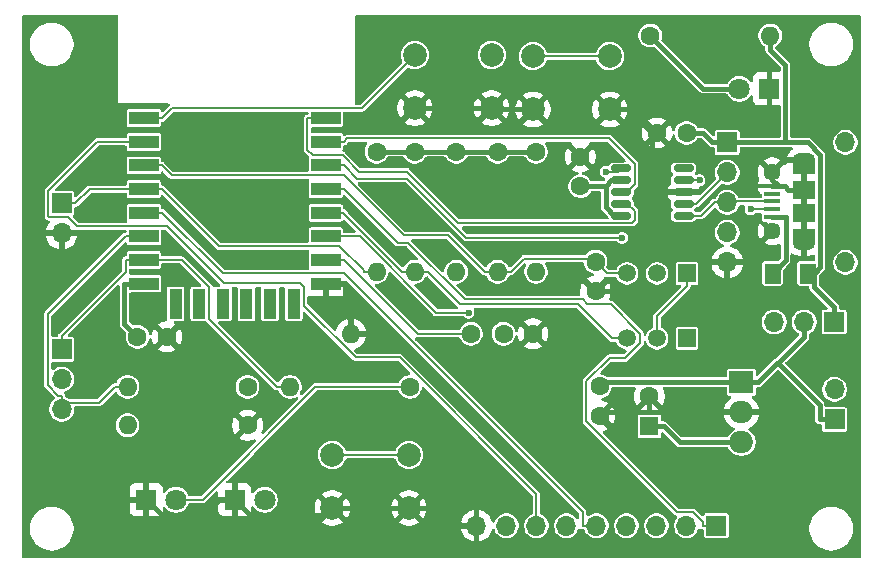
<source format=gtl>
G04 #@! TF.GenerationSoftware,KiCad,Pcbnew,9.0.0*
G04 #@! TF.CreationDate,2025-05-08T21:16:48+09:00*
G04 #@! TF.ProjectId,ColorTimer-ESP12F,436f6c6f-7254-4696-9d65-722d45535031,rev?*
G04 #@! TF.SameCoordinates,Original*
G04 #@! TF.FileFunction,Copper,L1,Top*
G04 #@! TF.FilePolarity,Positive*
%FSLAX46Y46*%
G04 Gerber Fmt 4.6, Leading zero omitted, Abs format (unit mm)*
G04 Created by KiCad (PCBNEW 9.0.0) date 2025-05-08 21:16:48*
%MOMM*%
%LPD*%
G01*
G04 APERTURE LIST*
G04 Aperture macros list*
%AMRoundRect*
0 Rectangle with rounded corners*
0 $1 Rounding radius*
0 $2 $3 $4 $5 $6 $7 $8 $9 X,Y pos of 4 corners*
0 Add a 4 corners polygon primitive as box body*
4,1,4,$2,$3,$4,$5,$6,$7,$8,$9,$2,$3,0*
0 Add four circle primitives for the rounded corners*
1,1,$1+$1,$2,$3*
1,1,$1+$1,$4,$5*
1,1,$1+$1,$6,$7*
1,1,$1+$1,$8,$9*
0 Add four rect primitives between the rounded corners*
20,1,$1+$1,$2,$3,$4,$5,0*
20,1,$1+$1,$4,$5,$6,$7,0*
20,1,$1+$1,$6,$7,$8,$9,0*
20,1,$1+$1,$8,$9,$2,$3,0*%
G04 Aperture macros list end*
G04 #@! TA.AperFunction,ComponentPad*
%ADD10C,1.600000*%
G04 #@! TD*
G04 #@! TA.AperFunction,ComponentPad*
%ADD11O,1.600000X1.600000*%
G04 #@! TD*
G04 #@! TA.AperFunction,ComponentPad*
%ADD12R,1.800000X1.800000*%
G04 #@! TD*
G04 #@! TA.AperFunction,ComponentPad*
%ADD13C,1.800000*%
G04 #@! TD*
G04 #@! TA.AperFunction,ComponentPad*
%ADD14R,1.700000X1.700000*%
G04 #@! TD*
G04 #@! TA.AperFunction,ComponentPad*
%ADD15O,1.700000X1.700000*%
G04 #@! TD*
G04 #@! TA.AperFunction,ComponentPad*
%ADD16R,1.600000X1.600000*%
G04 #@! TD*
G04 #@! TA.AperFunction,ComponentPad*
%ADD17R,2.000000X1.905000*%
G04 #@! TD*
G04 #@! TA.AperFunction,ComponentPad*
%ADD18O,2.000000X1.905000*%
G04 #@! TD*
G04 #@! TA.AperFunction,SMDPad,CuDef*
%ADD19R,2.500000X1.100000*%
G04 #@! TD*
G04 #@! TA.AperFunction,SMDPad,CuDef*
%ADD20R,1.100000X2.500000*%
G04 #@! TD*
G04 #@! TA.AperFunction,SMDPad,CuDef*
%ADD21R,1.350000X0.400000*%
G04 #@! TD*
G04 #@! TA.AperFunction,HeatsinkPad*
%ADD22O,1.900000X1.200000*%
G04 #@! TD*
G04 #@! TA.AperFunction,SMDPad,CuDef*
%ADD23R,1.900000X1.200000*%
G04 #@! TD*
G04 #@! TA.AperFunction,HeatsinkPad*
%ADD24C,1.450000*%
G04 #@! TD*
G04 #@! TA.AperFunction,SMDPad,CuDef*
%ADD25R,1.900000X1.500000*%
G04 #@! TD*
G04 #@! TA.AperFunction,ComponentPad*
%ADD26C,2.000000*%
G04 #@! TD*
G04 #@! TA.AperFunction,ComponentPad*
%ADD27R,1.500000X1.500000*%
G04 #@! TD*
G04 #@! TA.AperFunction,ComponentPad*
%ADD28C,1.500000*%
G04 #@! TD*
G04 #@! TA.AperFunction,SMDPad,CuDef*
%ADD29RoundRect,0.250001X-0.462499X-0.624999X0.462499X-0.624999X0.462499X0.624999X-0.462499X0.624999X0*%
G04 #@! TD*
G04 #@! TA.AperFunction,SMDPad,CuDef*
%ADD30RoundRect,0.150000X0.687500X0.150000X-0.687500X0.150000X-0.687500X-0.150000X0.687500X-0.150000X0*%
G04 #@! TD*
G04 #@! TA.AperFunction,HeatsinkPad*
%ADD31R,2.100000X3.300000*%
G04 #@! TD*
G04 #@! TA.AperFunction,ViaPad*
%ADD32C,0.600000*%
G04 #@! TD*
G04 #@! TA.AperFunction,Conductor*
%ADD33C,0.200000*%
G04 #@! TD*
G04 #@! TA.AperFunction,Conductor*
%ADD34C,0.400000*%
G04 #@! TD*
G04 APERTURE END LIST*
D10*
X128330000Y-72000000D03*
D11*
X118170000Y-72000000D03*
D12*
X158770000Y-46750000D03*
D13*
X156230000Y-46750000D03*
D14*
X164250000Y-66500000D03*
D15*
X161710000Y-66500000D03*
X159170000Y-66500000D03*
D10*
X144400000Y-71950000D03*
X144400000Y-74450000D03*
D16*
X148600000Y-75305100D03*
D10*
X148600000Y-72805100D03*
X132250000Y-52090000D03*
D11*
X132250000Y-62250000D03*
D17*
X156400000Y-71600000D03*
D18*
X156400000Y-74140000D03*
X156400000Y-76680000D03*
D10*
X125500000Y-52090000D03*
D11*
X125500000Y-62250000D03*
D10*
X148670000Y-42250000D03*
D11*
X158830000Y-42250000D03*
D19*
X105800000Y-49250000D03*
X105800000Y-51250000D03*
X105800000Y-53250000D03*
X105800000Y-55250000D03*
X105800000Y-57250000D03*
X105800000Y-59250000D03*
X105800000Y-61250000D03*
X105800000Y-63250000D03*
X121200000Y-63250000D03*
X121200000Y-61250000D03*
X121200000Y-59250000D03*
X121200000Y-57250000D03*
X121200000Y-55250000D03*
X121200000Y-53250000D03*
X121200000Y-51250000D03*
X121200000Y-49250000D03*
D20*
X108490000Y-64950000D03*
X110490000Y-64950000D03*
X112490000Y-64950000D03*
X114490000Y-64950000D03*
X116490000Y-64950000D03*
X118490000Y-64950000D03*
D14*
X154280000Y-83750000D03*
D15*
X151740000Y-83750000D03*
X149200000Y-83750000D03*
X146660000Y-83750000D03*
X144120000Y-83750000D03*
X141580000Y-83750000D03*
X139040000Y-83750000D03*
X136500000Y-83750000D03*
X133960000Y-83750000D03*
D12*
X113480000Y-81540000D03*
D13*
X116020000Y-81540000D03*
D10*
X114580000Y-72000000D03*
D11*
X104420000Y-72000000D03*
D10*
X133500000Y-67500000D03*
D11*
X123340000Y-67500000D03*
D21*
X159000000Y-57600000D03*
X159000000Y-56950000D03*
X159000000Y-56300000D03*
X159000000Y-55650000D03*
X159000000Y-55000000D03*
D22*
X161700000Y-59800000D03*
D23*
X161700000Y-59200000D03*
D24*
X159000000Y-58800000D03*
D25*
X161700000Y-57300000D03*
X161700000Y-55300000D03*
D24*
X159000000Y-53800000D03*
D23*
X161700000Y-53400000D03*
D22*
X161700000Y-52800000D03*
D14*
X164275000Y-74750000D03*
D15*
X164275000Y-72210000D03*
D12*
X106000000Y-81540000D03*
D13*
X108540000Y-81540000D03*
D26*
X145250000Y-48500000D03*
X138750000Y-48500000D03*
X145250000Y-44000000D03*
X138750000Y-44000000D03*
D10*
X128750000Y-52090000D03*
D11*
X128750000Y-62250000D03*
D10*
X105250000Y-67750000D03*
X107750000Y-67750000D03*
D14*
X155190000Y-51300000D03*
D15*
X155190000Y-53840000D03*
X155190000Y-56380000D03*
X155190000Y-58920000D03*
X155190000Y-61460000D03*
X165200000Y-51300000D03*
X165200000Y-61460000D03*
D10*
X136250000Y-67500000D03*
X138750000Y-67500000D03*
D27*
X151790000Y-67890000D03*
D28*
X149250000Y-67890000D03*
X146710000Y-67890000D03*
D10*
X114580000Y-75250000D03*
D11*
X104420000Y-75250000D03*
D26*
X121750000Y-77750000D03*
X128250000Y-77750000D03*
X121750000Y-82250000D03*
X128250000Y-82250000D03*
D10*
X142750000Y-55000000D03*
X142750000Y-52500000D03*
D27*
X151790000Y-62390000D03*
D28*
X149250000Y-62390000D03*
X146710000Y-62390000D03*
D26*
X135250000Y-48400000D03*
X128750000Y-48400000D03*
X135250000Y-43900000D03*
X128750000Y-43900000D03*
D10*
X139000000Y-52090000D03*
D11*
X139000000Y-62250000D03*
D10*
X135750000Y-52090000D03*
D11*
X135750000Y-62250000D03*
D10*
X144040000Y-61390000D03*
X144040000Y-63890000D03*
D29*
X159025000Y-62400000D03*
X162000000Y-62400000D03*
D14*
X98840000Y-68820000D03*
D15*
X98840000Y-71360000D03*
X98840000Y-73900000D03*
D14*
X98840000Y-56460000D03*
D15*
X98840000Y-59000000D03*
D10*
X151750000Y-50500000D03*
X149250000Y-50500000D03*
D30*
X151500000Y-57500000D03*
X151500000Y-56500000D03*
X151500000Y-55500000D03*
X151500000Y-54500000D03*
X151500000Y-53500000D03*
X146225000Y-53500000D03*
X146225000Y-54500000D03*
X146225000Y-55500000D03*
X146225000Y-56500000D03*
X146225000Y-57500000D03*
D31*
X148862500Y-55500000D03*
D32*
X157170000Y-56960000D03*
X115500000Y-67500000D03*
X101900000Y-63000000D03*
X116500000Y-61500000D03*
X130700000Y-64400000D03*
X146298700Y-59380200D03*
X133290100Y-65717700D03*
X152849100Y-54500000D03*
X144885800Y-53776400D03*
D33*
X151500000Y-56500000D02*
X152530000Y-56500000D01*
X152530000Y-56500000D02*
X154906450Y-54123550D01*
X154039900Y-56451900D02*
X152991800Y-57500000D01*
X154039900Y-56380000D02*
X154039900Y-56451900D01*
X152991800Y-57500000D02*
X151500000Y-57500000D01*
X155190000Y-56380000D02*
X154039900Y-56380000D01*
X157180000Y-56950000D02*
X157170000Y-56960000D01*
X159000000Y-56950000D02*
X157180000Y-56950000D01*
X155677100Y-56300000D02*
X155473550Y-56096450D01*
X159000000Y-56300000D02*
X155677100Y-56300000D01*
D34*
X154964800Y-74104900D02*
X148600000Y-74104900D01*
X123340000Y-67500000D02*
X123340000Y-66299900D01*
X131209900Y-82250000D02*
X132709900Y-83750000D01*
X149250000Y-50500000D02*
X148862500Y-50500000D01*
X148600000Y-74104900D02*
X148600000Y-72805100D01*
X148862500Y-50500000D02*
X148862500Y-53449900D01*
X161065400Y-55300000D02*
X161700000Y-55934600D01*
X121750000Y-82250000D02*
X128250000Y-82250000D01*
X148862500Y-55500000D02*
X151500000Y-55500000D01*
X148862500Y-55500000D02*
X148862500Y-57550100D01*
X148862500Y-50500000D02*
X146862500Y-48500000D01*
X159537600Y-55000000D02*
X160075100Y-55000000D01*
X153939900Y-61460000D02*
X151821200Y-59341300D01*
X121147900Y-82852100D02*
X121750000Y-82250000D01*
X120500000Y-63250000D02*
X122850100Y-63250000D01*
X122850100Y-65810000D02*
X122850100Y-63250000D01*
X123340000Y-66299900D02*
X122850100Y-65810000D01*
X147980000Y-62015000D02*
X147980000Y-62760900D01*
X155190000Y-61460000D02*
X153939900Y-61460000D01*
X135250000Y-48400000D02*
X128750000Y-48400000D01*
X161700000Y-59200000D02*
X161700000Y-59800000D01*
X159000000Y-54462400D02*
X159000000Y-53800000D01*
X150653700Y-59341300D02*
X147980000Y-62015000D01*
X146862500Y-48500000D02*
X145250000Y-48500000D01*
X161700000Y-57300000D02*
X161700000Y-59200000D01*
X114792100Y-82852100D02*
X121147900Y-82852100D01*
X161700000Y-52800000D02*
X161700000Y-53400000D01*
X161065400Y-55300000D02*
X160349900Y-55300000D01*
X154999900Y-74140000D02*
X154964800Y-74104900D01*
X148862500Y-55500000D02*
X148862500Y-53449900D01*
X146850900Y-63890000D02*
X144040000Y-63890000D01*
X151821200Y-59341300D02*
X150653700Y-59341300D01*
X135350000Y-48500000D02*
X135250000Y-48400000D01*
X148862500Y-57550100D02*
X150653700Y-59341300D01*
X113480000Y-81540000D02*
X112179900Y-81540000D01*
X133960000Y-83750000D02*
X132709900Y-83750000D01*
X160349900Y-55300000D02*
X160075100Y-55025200D01*
X161700000Y-55300000D02*
X161065400Y-55300000D01*
X159000000Y-55000000D02*
X159537600Y-55000000D01*
X148600000Y-74104900D02*
X144745100Y-74104900D01*
X160075100Y-55025200D02*
X160075100Y-55000000D01*
X161700000Y-55934600D02*
X161700000Y-57300000D01*
X144745100Y-74104900D02*
X144400000Y-74450000D01*
X128250000Y-82250000D02*
X131209900Y-82250000D01*
X138750000Y-48500000D02*
X135350000Y-48500000D01*
X110855300Y-82864600D02*
X107324600Y-82864600D01*
X107324600Y-82864600D02*
X106000000Y-81540000D01*
X113480000Y-81540000D02*
X114792100Y-82852100D01*
X147980000Y-62760900D02*
X146850900Y-63890000D01*
X112179900Y-81540000D02*
X110855300Y-82864600D01*
X156400000Y-74140000D02*
X154999900Y-74140000D01*
X159537600Y-55000000D02*
X159000000Y-54462400D01*
X145386400Y-54500000D02*
X146225000Y-54500000D01*
X128750000Y-52090000D02*
X125500000Y-52090000D01*
X146225000Y-57500000D02*
X145581500Y-57500000D01*
X135750000Y-52090000D02*
X139000000Y-52090000D01*
X135750000Y-52090000D02*
X132250000Y-52090000D01*
X106500000Y-63250000D02*
X104149900Y-63250000D01*
X144886400Y-55000000D02*
X145386400Y-54500000D01*
X156400000Y-76680000D02*
X151175000Y-76680000D01*
X145581500Y-57500000D02*
X144886400Y-56804900D01*
X104149900Y-66649900D02*
X104149900Y-63250000D01*
X132250000Y-52090000D02*
X128750000Y-52090000D01*
X148600000Y-75305100D02*
X149800100Y-75305100D01*
X144886400Y-56804900D02*
X144886400Y-55000000D01*
X105250000Y-67750000D02*
X104149900Y-66649900D01*
X151175000Y-76680000D02*
X149800100Y-75305100D01*
X142750000Y-55000000D02*
X144886400Y-55000000D01*
D33*
X110774000Y-81540000D02*
X108540000Y-81540000D01*
X128330000Y-72000000D02*
X120314000Y-72000000D01*
X120314000Y-72000000D02*
X110774000Y-81540000D01*
X107350100Y-57250000D02*
X112483400Y-62383300D01*
X106500000Y-57250000D02*
X107350100Y-57250000D01*
X112483400Y-62383300D02*
X122753300Y-62383300D01*
X144120000Y-83750000D02*
X142969900Y-83750000D01*
X142969900Y-82599900D02*
X142969900Y-83750000D01*
X122753300Y-62383300D02*
X142969900Y-82599900D01*
X123741200Y-69508300D02*
X119341600Y-65108700D01*
X139040000Y-83750000D02*
X139040000Y-81090200D01*
X107783700Y-58399800D02*
X100139800Y-58399800D01*
X100139800Y-58399800D02*
X99350200Y-57610200D01*
X97689800Y-55404900D02*
X101844700Y-51250000D01*
X97689800Y-57506400D02*
X97689800Y-55404900D01*
X127458100Y-69508300D02*
X123741200Y-69508300D01*
X101844700Y-51250000D02*
X106500000Y-51250000D01*
X112617100Y-63233200D02*
X107783700Y-58399800D01*
X119341600Y-65108700D02*
X119341600Y-63572200D01*
X119002600Y-63233200D02*
X112617100Y-63233200D01*
X119341600Y-63572200D02*
X119002600Y-63233200D01*
X139040000Y-81090200D02*
X127458100Y-69508300D01*
X99350200Y-57610200D02*
X97793600Y-57610200D01*
X97793600Y-57610200D02*
X97689800Y-57506400D01*
X118170000Y-72000000D02*
X117069900Y-72000000D01*
X109014400Y-61250000D02*
X111340200Y-63575800D01*
X98840000Y-67669900D02*
X104249900Y-62260000D01*
X111340200Y-63575800D02*
X111340200Y-66270300D01*
X98840000Y-68820000D02*
X98840000Y-67669900D01*
X111340200Y-66270300D02*
X117069900Y-72000000D01*
X106500000Y-61250000D02*
X109014400Y-61250000D01*
X106500000Y-61250000D02*
X104249900Y-61250000D01*
X104249900Y-62260000D02*
X104249900Y-61250000D01*
X133104700Y-59380200D02*
X128091100Y-54366600D01*
X128091100Y-54366600D02*
X123866700Y-54366600D01*
X123866700Y-54366600D02*
X122750100Y-53250000D01*
X146298700Y-59380200D02*
X133104700Y-59380200D01*
X120500000Y-53250000D02*
X122750100Y-53250000D01*
X153129900Y-83750000D02*
X153129900Y-83462400D01*
X142939800Y-64590000D02*
X132961400Y-64590000D01*
X147806600Y-68293600D02*
X147806600Y-67480000D01*
X152267400Y-82599900D02*
X150948400Y-82599900D01*
X132961400Y-64590000D02*
X128151000Y-59779600D01*
X145316800Y-64990200D02*
X143340000Y-64990200D01*
X150948400Y-82599900D02*
X143247400Y-74898900D01*
X153129900Y-83462400D02*
X152267400Y-82599900D01*
X143247400Y-71541100D02*
X145237300Y-69551200D01*
X120500000Y-55250000D02*
X122750100Y-55250000D01*
X154280000Y-83750000D02*
X153129900Y-83750000D01*
X146549000Y-69551200D02*
X147806600Y-68293600D01*
X128151000Y-59779600D02*
X127279700Y-59779600D01*
X143247400Y-74898900D02*
X143247400Y-71541100D01*
X147806600Y-67480000D02*
X145316800Y-64990200D01*
X143340000Y-64990200D02*
X142939800Y-64590000D01*
X127279700Y-59779600D02*
X122750100Y-55250000D01*
X145237300Y-69551200D02*
X146549000Y-69551200D01*
X98840000Y-73324900D02*
X101995000Y-73324900D01*
X106500000Y-59250000D02*
X104249900Y-59250000D01*
X97670000Y-71867400D02*
X97670000Y-65829900D01*
X98840000Y-73900000D02*
X98840000Y-73324900D01*
X98840000Y-72749900D02*
X98552500Y-72749900D01*
X98552500Y-72749900D02*
X97670000Y-71867400D01*
X101995000Y-73324900D02*
X103319900Y-72000000D01*
X97670000Y-65829900D02*
X104249900Y-59250000D01*
X98840000Y-73324900D02*
X98840000Y-72749900D01*
X104420000Y-72000000D02*
X103319900Y-72000000D01*
X112200300Y-60100200D02*
X122364100Y-60100200D01*
X106500000Y-55250000D02*
X107350100Y-55250000D01*
X107350100Y-55250000D02*
X112200300Y-60100200D01*
X124399900Y-62136000D02*
X124399900Y-62250000D01*
X101200100Y-55250000D02*
X106500000Y-55250000D01*
X122364100Y-60100200D02*
X124399900Y-62136000D01*
X98840000Y-56460000D02*
X99990100Y-56460000D01*
X125500000Y-62250000D02*
X124399900Y-62250000D01*
X99990100Y-56460000D02*
X101200100Y-55250000D01*
X145250000Y-44000000D02*
X138750000Y-44000000D01*
X107350100Y-49250000D02*
X108200200Y-48399900D01*
X106500000Y-49250000D02*
X107350100Y-49250000D01*
X124250100Y-48399900D02*
X128750000Y-43900000D01*
X108200200Y-48399900D02*
X124250100Y-48399900D01*
D34*
X162532700Y-62400000D02*
X162532700Y-63532600D01*
X163065400Y-61867300D02*
X162532700Y-62400000D01*
X162000000Y-62400000D02*
X162532700Y-62400000D01*
X160118400Y-51300000D02*
X162015200Y-51300000D01*
X162532700Y-63532600D02*
X164250000Y-65249900D01*
X163065400Y-52350200D02*
X163065400Y-61867300D01*
X162015200Y-51300000D02*
X163065400Y-52350200D01*
X155190000Y-51300000D02*
X153939900Y-51300000D01*
X158830000Y-42250000D02*
X158830000Y-43450100D01*
X160118400Y-51300000D02*
X160118400Y-44738500D01*
X153139900Y-50500000D02*
X153939900Y-51300000D01*
X160118400Y-44738500D02*
X158830000Y-43450100D01*
X164250000Y-66500000D02*
X164250000Y-65249900D01*
X151750000Y-50500000D02*
X153139900Y-50500000D01*
X155190000Y-51300000D02*
X160118400Y-51300000D01*
D33*
X120500000Y-61250000D02*
X122750100Y-61250000D01*
X129000100Y-67500000D02*
X133500000Y-67500000D01*
X122750100Y-61250000D02*
X129000100Y-67500000D01*
X124084100Y-59250000D02*
X130551800Y-65717700D01*
X130551800Y-65717700D02*
X133290100Y-65717700D01*
X120500000Y-59250000D02*
X124084100Y-59250000D01*
D34*
X144400000Y-71950000D02*
X144750000Y-71600000D01*
X159492600Y-69967500D02*
X159492500Y-69967500D01*
X144750000Y-71600000D02*
X156400000Y-71600000D01*
X159492600Y-69967500D02*
X161710000Y-67750100D01*
X161710000Y-66500000D02*
X161710000Y-67750100D01*
X163024900Y-74750000D02*
X163024900Y-73499900D01*
X163024900Y-73499900D02*
X159492600Y-69967500D01*
X159492500Y-69967500D02*
X159432600Y-69967500D01*
X164275000Y-74750000D02*
X163024900Y-74750000D01*
X159432600Y-69967500D02*
X157800100Y-71600000D01*
X156400000Y-71600000D02*
X157800100Y-71600000D01*
D33*
X146710000Y-62390000D02*
X145040000Y-62390000D01*
X135750000Y-62250000D02*
X136850100Y-62250000D01*
X108200200Y-54100100D02*
X107350100Y-53250000D01*
X131579500Y-59179600D02*
X127833800Y-59179600D01*
X144040000Y-61390000D02*
X143792000Y-61142000D01*
X106500000Y-53250000D02*
X107350100Y-53250000D01*
X122754300Y-54100100D02*
X108200200Y-54100100D01*
X134649900Y-62250000D02*
X131579500Y-59179600D01*
X143792000Y-61142000D02*
X137958100Y-61142000D01*
X137958100Y-61142000D02*
X136850100Y-62250000D01*
X127833800Y-59179600D02*
X122754300Y-54100100D01*
X145040000Y-62390000D02*
X144040000Y-61390000D01*
X135750000Y-62250000D02*
X134649900Y-62250000D01*
D34*
X153170000Y-46750000D02*
X156230000Y-46750000D01*
X148670000Y-42250000D02*
X153170000Y-46750000D01*
X160130700Y-61294300D02*
X160130700Y-57655600D01*
X159000000Y-57600000D02*
X160075100Y-57600000D01*
X159025000Y-62400000D02*
X160130700Y-61294300D01*
X160130700Y-57655600D02*
X160075100Y-57600000D01*
D33*
X155190000Y-53840000D02*
X155646700Y-53840000D01*
X151500000Y-54500000D02*
X152849100Y-54500000D01*
X151790000Y-62390000D02*
X151790000Y-63440100D01*
X149250000Y-65980100D02*
X149250000Y-67890000D01*
X151790000Y-63440100D02*
X149250000Y-65980100D01*
X145948600Y-53776400D02*
X144885800Y-53776400D01*
X146225000Y-53500000D02*
X145948600Y-53776400D01*
X129108700Y-62250000D02*
X128750000Y-62250000D01*
X127649900Y-62250000D02*
X122750100Y-57350200D01*
X120500000Y-57250000D02*
X122750100Y-57250000D01*
X145473800Y-67890000D02*
X146710000Y-67890000D01*
X142574000Y-64990200D02*
X145473800Y-67890000D01*
X128750000Y-62250000D02*
X127649900Y-62250000D01*
X132590300Y-64990200D02*
X142574000Y-64990200D01*
X122750100Y-57350200D02*
X122750100Y-57250000D01*
X129850100Y-62250000D02*
X132590300Y-64990200D01*
X128250000Y-77750000D02*
X121750000Y-77750000D01*
X129108700Y-62250000D02*
X129850100Y-62250000D01*
X147367300Y-53161900D02*
X145167900Y-50962500D01*
X147367300Y-54845900D02*
X147367300Y-53161900D01*
X145167900Y-50962500D02*
X123037600Y-50962500D01*
X146225000Y-55500000D02*
X146713200Y-55500000D01*
X123037600Y-50962500D02*
X122750100Y-51250000D01*
X120500000Y-51250000D02*
X122750100Y-51250000D01*
X146713200Y-55500000D02*
X147367300Y-54845900D01*
X146723100Y-56500000D02*
X147363300Y-57140200D01*
X123999700Y-53766600D02*
X122632900Y-52399800D01*
X128091200Y-53766600D02*
X123999700Y-53766600D01*
X122632900Y-52399800D02*
X120099700Y-52399800D01*
X147120100Y-58110400D02*
X132435000Y-58110400D01*
X147363300Y-57140200D02*
X147363300Y-57867200D01*
X147363300Y-57867200D02*
X147120100Y-58110400D01*
X120099700Y-52399800D02*
X119649900Y-51950000D01*
X119649900Y-51950000D02*
X119649900Y-49250000D01*
X120500000Y-49250000D02*
X119649900Y-49250000D01*
X146225000Y-56500000D02*
X146723100Y-56500000D01*
X132435000Y-58110400D02*
X128091200Y-53766600D01*
X151015600Y-56500000D02*
X151500000Y-56500000D01*
G04 #@! TA.AperFunction,Conductor*
G36*
X161950000Y-59500000D02*
G01*
X161450000Y-59500000D01*
X161450000Y-53100000D01*
X161950000Y-53100000D01*
X161950000Y-59500000D01*
G37*
G04 #@! TD.AperFunction*
G04 #@! TA.AperFunction,Conductor*
G36*
X103593039Y-40520185D02*
G01*
X103638794Y-40572989D01*
X103650000Y-40624500D01*
X103650000Y-48000000D01*
X107875767Y-48000000D01*
X107942806Y-48019685D01*
X107988561Y-48072489D01*
X107998505Y-48141647D01*
X107969480Y-48205203D01*
X107963448Y-48211681D01*
X107455084Y-48720044D01*
X107393761Y-48753529D01*
X107324069Y-48748545D01*
X107268136Y-48706673D01*
X107245786Y-48656555D01*
X107238867Y-48621769D01*
X107213905Y-48584411D01*
X107194552Y-48555447D01*
X107128230Y-48511132D01*
X107128229Y-48511131D01*
X107069752Y-48499500D01*
X107069748Y-48499500D01*
X104530252Y-48499500D01*
X104530247Y-48499500D01*
X104471770Y-48511131D01*
X104471769Y-48511132D01*
X104405447Y-48555447D01*
X104361132Y-48621769D01*
X104361131Y-48621770D01*
X104349500Y-48680247D01*
X104349500Y-49819752D01*
X104361131Y-49878229D01*
X104361132Y-49878230D01*
X104405447Y-49944552D01*
X104471769Y-49988867D01*
X104471770Y-49988868D01*
X104530247Y-50000499D01*
X104530250Y-50000500D01*
X104530252Y-50000500D01*
X107069750Y-50000500D01*
X107069751Y-50000499D01*
X107084568Y-49997552D01*
X107128229Y-49988868D01*
X107128229Y-49988867D01*
X107128231Y-49988867D01*
X107194552Y-49944552D01*
X107238867Y-49878231D01*
X107238867Y-49878229D01*
X107238868Y-49878229D01*
X107250499Y-49819752D01*
X107250500Y-49819750D01*
X107250500Y-49674500D01*
X107270185Y-49607461D01*
X107322989Y-49561706D01*
X107374500Y-49550500D01*
X107389660Y-49550500D01*
X107389662Y-49550500D01*
X107466089Y-49530021D01*
X107534611Y-49490460D01*
X107590560Y-49434511D01*
X108288352Y-48736719D01*
X108349675Y-48703234D01*
X108376033Y-48700400D01*
X119625500Y-48700400D01*
X119634185Y-48702950D01*
X119643147Y-48701662D01*
X119667187Y-48712640D01*
X119692539Y-48720085D01*
X119698466Y-48726925D01*
X119706703Y-48730687D01*
X119720992Y-48752921D01*
X119738294Y-48772889D01*
X119740581Y-48783403D01*
X119744477Y-48789465D01*
X119749500Y-48824400D01*
X119749500Y-48825500D01*
X119729815Y-48892539D01*
X119677011Y-48938294D01*
X119625500Y-48949500D01*
X119610338Y-48949500D01*
X119572124Y-48959739D01*
X119533909Y-48969979D01*
X119533904Y-48969982D01*
X119465395Y-49009535D01*
X119465387Y-49009541D01*
X119409441Y-49065487D01*
X119409435Y-49065495D01*
X119369882Y-49134004D01*
X119369879Y-49134009D01*
X119356226Y-49184962D01*
X119349400Y-49210438D01*
X119349400Y-51989562D01*
X119363052Y-52040513D01*
X119369879Y-52065990D01*
X119387093Y-52095804D01*
X119389515Y-52100000D01*
X119400932Y-52119773D01*
X119400933Y-52119778D01*
X119400934Y-52119778D01*
X119409439Y-52134511D01*
X119409441Y-52134513D01*
X119743474Y-52468545D01*
X119776959Y-52529868D01*
X119771975Y-52599559D01*
X119763354Y-52616404D01*
X119761131Y-52621770D01*
X119749500Y-52680247D01*
X119749500Y-53675600D01*
X119729815Y-53742639D01*
X119677011Y-53788394D01*
X119625500Y-53799600D01*
X108376033Y-53799600D01*
X108308994Y-53779915D01*
X108288352Y-53763281D01*
X107534612Y-53009541D01*
X107534607Y-53009537D01*
X107528488Y-53006005D01*
X107517221Y-52999500D01*
X107466089Y-52969979D01*
X107389662Y-52949500D01*
X107354833Y-52949500D01*
X107336132Y-52943415D01*
X107322873Y-52934340D01*
X107307461Y-52929815D01*
X107294637Y-52915016D01*
X107278473Y-52903953D01*
X107272224Y-52889150D01*
X107261706Y-52877011D01*
X107255968Y-52850639D01*
X107251302Y-52839583D01*
X107252305Y-52833799D01*
X107250500Y-52825500D01*
X107250500Y-52680249D01*
X107250499Y-52680247D01*
X107238868Y-52621770D01*
X107238867Y-52621769D01*
X107194552Y-52555447D01*
X107128230Y-52511132D01*
X107128229Y-52511131D01*
X107069752Y-52499500D01*
X107069748Y-52499500D01*
X104530252Y-52499500D01*
X104530247Y-52499500D01*
X104471770Y-52511131D01*
X104471769Y-52511132D01*
X104405447Y-52555447D01*
X104361132Y-52621769D01*
X104361131Y-52621770D01*
X104349500Y-52680247D01*
X104349500Y-53819752D01*
X104361131Y-53878229D01*
X104361132Y-53878230D01*
X104405447Y-53944552D01*
X104471769Y-53988867D01*
X104471770Y-53988868D01*
X104530247Y-54000499D01*
X104530250Y-54000500D01*
X104530252Y-54000500D01*
X107069750Y-54000500D01*
X107069751Y-54000499D01*
X107084941Y-53997478D01*
X107128229Y-53988868D01*
X107128229Y-53988867D01*
X107128231Y-53988867D01*
X107194552Y-53944552D01*
X107238867Y-53878231D01*
X107245786Y-53843445D01*
X107278169Y-53781536D01*
X107338884Y-53746960D01*
X107408653Y-53750698D01*
X107455084Y-53779955D01*
X107959740Y-54284611D01*
X108015689Y-54340560D01*
X108015691Y-54340561D01*
X108015695Y-54340564D01*
X108082974Y-54379407D01*
X108084211Y-54380121D01*
X108160638Y-54400600D01*
X119676926Y-54400600D01*
X119743965Y-54420285D01*
X119789720Y-54473089D01*
X119799664Y-54542247D01*
X119780028Y-54593489D01*
X119777907Y-54596666D01*
X119761131Y-54621771D01*
X119749500Y-54680247D01*
X119749500Y-55819752D01*
X119761131Y-55878229D01*
X119761132Y-55878230D01*
X119805447Y-55944552D01*
X119871769Y-55988867D01*
X119871770Y-55988868D01*
X119930247Y-56000499D01*
X119930250Y-56000500D01*
X119930252Y-56000500D01*
X122469750Y-56000500D01*
X122469751Y-56000499D01*
X122484568Y-55997552D01*
X122528229Y-55988868D01*
X122528229Y-55988867D01*
X122528231Y-55988867D01*
X122594552Y-55944552D01*
X122638867Y-55878231D01*
X122645786Y-55843445D01*
X122678169Y-55781536D01*
X122738884Y-55746960D01*
X122808653Y-55750698D01*
X122855084Y-55779955D01*
X127095189Y-60020060D01*
X127163712Y-60059622D01*
X127240138Y-60080100D01*
X127319262Y-60080100D01*
X127975167Y-60080100D01*
X128042206Y-60099785D01*
X128062848Y-60116419D01*
X128993140Y-61046711D01*
X129026625Y-61108034D01*
X129021641Y-61177726D01*
X128979769Y-61233659D01*
X128914305Y-61258076D01*
X128881268Y-61256009D01*
X128848545Y-61249500D01*
X128848541Y-61249500D01*
X128651459Y-61249500D01*
X128651457Y-61249500D01*
X128458170Y-61287947D01*
X128458160Y-61287950D01*
X128276092Y-61363364D01*
X128276079Y-61363371D01*
X128112218Y-61472860D01*
X128112214Y-61472863D01*
X127972863Y-61612214D01*
X127972860Y-61612218D01*
X127863371Y-61776079D01*
X127863365Y-61776091D01*
X127857526Y-61790188D01*
X127813684Y-61844590D01*
X127747390Y-61866654D01*
X127679691Y-61849374D01*
X127655285Y-61830414D01*
X123079691Y-57254820D01*
X123047598Y-57199234D01*
X123030121Y-57134011D01*
X123020408Y-57117187D01*
X122990564Y-57065495D01*
X122990558Y-57065487D01*
X122934612Y-57009541D01*
X122934604Y-57009535D01*
X122866095Y-56969982D01*
X122866090Y-56969979D01*
X122840613Y-56963152D01*
X122789662Y-56949500D01*
X122789660Y-56949500D01*
X122774500Y-56949500D01*
X122707461Y-56929815D01*
X122661706Y-56877011D01*
X122650500Y-56825500D01*
X122650500Y-56680249D01*
X122650499Y-56680247D01*
X122638868Y-56621770D01*
X122638867Y-56621769D01*
X122594552Y-56555447D01*
X122528230Y-56511132D01*
X122528229Y-56511131D01*
X122469752Y-56499500D01*
X122469748Y-56499500D01*
X119930252Y-56499500D01*
X119930247Y-56499500D01*
X119871770Y-56511131D01*
X119871769Y-56511132D01*
X119805447Y-56555447D01*
X119761132Y-56621769D01*
X119761131Y-56621770D01*
X119749500Y-56680247D01*
X119749500Y-57819752D01*
X119761131Y-57878229D01*
X119761132Y-57878230D01*
X119805447Y-57944552D01*
X119871769Y-57988867D01*
X119871770Y-57988868D01*
X119930247Y-58000499D01*
X119930250Y-58000500D01*
X119930252Y-58000500D01*
X122469750Y-58000500D01*
X122469751Y-58000499D01*
X122484568Y-57997552D01*
X122528229Y-57988868D01*
X122528229Y-57988867D01*
X122528231Y-57988867D01*
X122594552Y-57944552D01*
X122638867Y-57878231D01*
X122638867Y-57878228D01*
X122640756Y-57875402D01*
X122694368Y-57830596D01*
X122763693Y-57821889D01*
X122826721Y-57852043D01*
X122831540Y-57856611D01*
X123712748Y-58737819D01*
X123746233Y-58799142D01*
X123741249Y-58868834D01*
X123699377Y-58924767D01*
X123633913Y-58949184D01*
X123625067Y-58949500D01*
X122774500Y-58949500D01*
X122707461Y-58929815D01*
X122661706Y-58877011D01*
X122650500Y-58825500D01*
X122650500Y-58680249D01*
X122650499Y-58680247D01*
X122638868Y-58621770D01*
X122638867Y-58621769D01*
X122594552Y-58555447D01*
X122528230Y-58511132D01*
X122528229Y-58511131D01*
X122469752Y-58499500D01*
X122469748Y-58499500D01*
X119930252Y-58499500D01*
X119930247Y-58499500D01*
X119871770Y-58511131D01*
X119871769Y-58511132D01*
X119805447Y-58555447D01*
X119761132Y-58621769D01*
X119761131Y-58621770D01*
X119749500Y-58680247D01*
X119749500Y-59675700D01*
X119729815Y-59742739D01*
X119677011Y-59788494D01*
X119625500Y-59799700D01*
X112376133Y-59799700D01*
X112309094Y-59780015D01*
X112288452Y-59763381D01*
X107534610Y-55009539D01*
X107514041Y-54997664D01*
X107501759Y-54990573D01*
X107466089Y-54969979D01*
X107389662Y-54949500D01*
X107356021Y-54949500D01*
X107338347Y-54944113D01*
X107323967Y-54934661D01*
X107307461Y-54929815D01*
X107295379Y-54915872D01*
X107279959Y-54905737D01*
X107272971Y-54890012D01*
X107261706Y-54877011D01*
X107256441Y-54852810D01*
X107251588Y-54841888D01*
X107252615Y-54835225D01*
X107250500Y-54825500D01*
X107250500Y-54680249D01*
X107250499Y-54680247D01*
X107238868Y-54621770D01*
X107238867Y-54621769D01*
X107194552Y-54555447D01*
X107128230Y-54511132D01*
X107128229Y-54511131D01*
X107069752Y-54499500D01*
X107069748Y-54499500D01*
X104530252Y-54499500D01*
X104530247Y-54499500D01*
X104471770Y-54511131D01*
X104471769Y-54511132D01*
X104405447Y-54555447D01*
X104361132Y-54621769D01*
X104361131Y-54621770D01*
X104349500Y-54680247D01*
X104349500Y-54825500D01*
X104329815Y-54892539D01*
X104277011Y-54938294D01*
X104225500Y-54949500D01*
X101160538Y-54949500D01*
X101122324Y-54959739D01*
X101084109Y-54969979D01*
X101084108Y-54969980D01*
X101048441Y-54990573D01*
X101042691Y-54993893D01*
X101015589Y-55009539D01*
X101015587Y-55009541D01*
X100102181Y-55922948D01*
X100040858Y-55956433D01*
X99971166Y-55951449D01*
X99915233Y-55909577D01*
X99890816Y-55844113D01*
X99890500Y-55835267D01*
X99890500Y-55590249D01*
X99890499Y-55590247D01*
X99878868Y-55531770D01*
X99878867Y-55531769D01*
X99834552Y-55465447D01*
X99768230Y-55421132D01*
X99768229Y-55421131D01*
X99709752Y-55409500D01*
X99709748Y-55409500D01*
X98409533Y-55409500D01*
X98342494Y-55389815D01*
X98296739Y-55337011D01*
X98286795Y-55267853D01*
X98315820Y-55204297D01*
X98321852Y-55197819D01*
X101932852Y-51586819D01*
X101994175Y-51553334D01*
X102020533Y-51550500D01*
X104225500Y-51550500D01*
X104292539Y-51570185D01*
X104338294Y-51622989D01*
X104349500Y-51674500D01*
X104349500Y-51819752D01*
X104361131Y-51878229D01*
X104361132Y-51878230D01*
X104405447Y-51944552D01*
X104471769Y-51988867D01*
X104471770Y-51988868D01*
X104530247Y-52000499D01*
X104530250Y-52000500D01*
X104530252Y-52000500D01*
X107069750Y-52000500D01*
X107069751Y-52000499D01*
X107089757Y-51996520D01*
X107128229Y-51988868D01*
X107128229Y-51988867D01*
X107128231Y-51988867D01*
X107194552Y-51944552D01*
X107238867Y-51878231D01*
X107238867Y-51878229D01*
X107238868Y-51878229D01*
X107250499Y-51819752D01*
X107250500Y-51819750D01*
X107250500Y-50680249D01*
X107250499Y-50680247D01*
X107238868Y-50621770D01*
X107238867Y-50621769D01*
X107194552Y-50555447D01*
X107128230Y-50511132D01*
X107128229Y-50511131D01*
X107069752Y-50499500D01*
X107069748Y-50499500D01*
X104530252Y-50499500D01*
X104530247Y-50499500D01*
X104471770Y-50511131D01*
X104471769Y-50511132D01*
X104405447Y-50555447D01*
X104361132Y-50621769D01*
X104361131Y-50621770D01*
X104349500Y-50680247D01*
X104349500Y-50825500D01*
X104329815Y-50892539D01*
X104277011Y-50938294D01*
X104225500Y-50949500D01*
X101805138Y-50949500D01*
X101754186Y-50963152D01*
X101728710Y-50969979D01*
X101712182Y-50979522D01*
X101667577Y-51005274D01*
X101667576Y-51005275D01*
X101660188Y-51009539D01*
X101660186Y-51009541D01*
X97505289Y-55164440D01*
X97449341Y-55220387D01*
X97449335Y-55220395D01*
X97409782Y-55288904D01*
X97409779Y-55288909D01*
X97404832Y-55307372D01*
X97389300Y-55365338D01*
X97389300Y-57545962D01*
X97400081Y-57586197D01*
X97409779Y-57622390D01*
X97409780Y-57622391D01*
X97428369Y-57654588D01*
X97449340Y-57690911D01*
X97553140Y-57794711D01*
X97609089Y-57850660D01*
X97609091Y-57850661D01*
X97609095Y-57850664D01*
X97677604Y-57890217D01*
X97677611Y-57890221D01*
X97754038Y-57910700D01*
X97754040Y-57910700D01*
X97756428Y-57911340D01*
X97816089Y-57947706D01*
X97846617Y-58010553D01*
X97838322Y-58079928D01*
X97813377Y-58116788D01*
X97813435Y-58116838D01*
X97812995Y-58117352D01*
X97812024Y-58118788D01*
X97810274Y-58120537D01*
X97810272Y-58120540D01*
X97685379Y-58292442D01*
X97588904Y-58481782D01*
X97523242Y-58683870D01*
X97523242Y-58683873D01*
X97512769Y-58750000D01*
X98406988Y-58750000D01*
X98374075Y-58807007D01*
X98340000Y-58934174D01*
X98340000Y-59065826D01*
X98374075Y-59192993D01*
X98406988Y-59250000D01*
X97512769Y-59250000D01*
X97523242Y-59316126D01*
X97523242Y-59316129D01*
X97588904Y-59518217D01*
X97685379Y-59707557D01*
X97810272Y-59879459D01*
X97810276Y-59879464D01*
X97960535Y-60029723D01*
X97960540Y-60029727D01*
X98132442Y-60154620D01*
X98321782Y-60251095D01*
X98523871Y-60316757D01*
X98590000Y-60327231D01*
X98590000Y-59433012D01*
X98647007Y-59465925D01*
X98774174Y-59500000D01*
X98905826Y-59500000D01*
X99032993Y-59465925D01*
X99090000Y-59433012D01*
X99090000Y-60327230D01*
X99156126Y-60316757D01*
X99156129Y-60316757D01*
X99358217Y-60251095D01*
X99547557Y-60154620D01*
X99719459Y-60029727D01*
X99719464Y-60029723D01*
X99869723Y-59879464D01*
X99869727Y-59879459D01*
X99994620Y-59707557D01*
X100091095Y-59518217D01*
X100156757Y-59316129D01*
X100156757Y-59316126D01*
X100167231Y-59250000D01*
X99273012Y-59250000D01*
X99305925Y-59192993D01*
X99340000Y-59065826D01*
X99340000Y-58934174D01*
X99305925Y-58807007D01*
X99273012Y-58750000D01*
X100167230Y-58750000D01*
X100172553Y-58743768D01*
X100231060Y-58705575D01*
X100266843Y-58700300D01*
X104225500Y-58700300D01*
X104234185Y-58702850D01*
X104243147Y-58701562D01*
X104267187Y-58712540D01*
X104292539Y-58719985D01*
X104298466Y-58726825D01*
X104306703Y-58730587D01*
X104320992Y-58752821D01*
X104338294Y-58772789D01*
X104340581Y-58783303D01*
X104344477Y-58789365D01*
X104349500Y-58824300D01*
X104349500Y-58825500D01*
X104329815Y-58892539D01*
X104277011Y-58938294D01*
X104225500Y-58949500D01*
X104210338Y-58949500D01*
X104172124Y-58959739D01*
X104133909Y-58969979D01*
X104133908Y-58969980D01*
X104090419Y-58995089D01*
X104082982Y-58999382D01*
X104065389Y-59009539D01*
X97429541Y-65645387D01*
X97429535Y-65645395D01*
X97389982Y-65713904D01*
X97389979Y-65713909D01*
X97385150Y-65731933D01*
X97369500Y-65790338D01*
X97369500Y-71906962D01*
X97383152Y-71957913D01*
X97389979Y-71983390D01*
X97389980Y-71983391D01*
X97399858Y-72000500D01*
X97429539Y-72051909D01*
X97429541Y-72051912D01*
X98238131Y-72860502D01*
X98271616Y-72921825D01*
X98266632Y-72991517D01*
X98224760Y-73047450D01*
X98219340Y-73051286D01*
X98170342Y-73084024D01*
X98024024Y-73230342D01*
X97909058Y-73402403D01*
X97829870Y-73593579D01*
X97829868Y-73593587D01*
X97789500Y-73796530D01*
X97789500Y-74003469D01*
X97829868Y-74206412D01*
X97829870Y-74206420D01*
X97909058Y-74397596D01*
X98024024Y-74569657D01*
X98170342Y-74715975D01*
X98170345Y-74715977D01*
X98342402Y-74830941D01*
X98533580Y-74910130D01*
X98729150Y-74949031D01*
X98736530Y-74950499D01*
X98736534Y-74950500D01*
X98736535Y-74950500D01*
X98943466Y-74950500D01*
X98943467Y-74950499D01*
X99146420Y-74910130D01*
X99337598Y-74830941D01*
X99509655Y-74715977D01*
X99655977Y-74569655D01*
X99770941Y-74397598D01*
X99850130Y-74206420D01*
X99890500Y-74003465D01*
X99890500Y-73796535D01*
X99890500Y-73796532D01*
X99890499Y-73796530D01*
X99885937Y-73773591D01*
X99892164Y-73703999D01*
X99935028Y-73648822D01*
X100000918Y-73625578D01*
X100007554Y-73625400D01*
X102034560Y-73625400D01*
X102034562Y-73625400D01*
X102110989Y-73604921D01*
X102179511Y-73565360D01*
X102235460Y-73509411D01*
X103325287Y-72419583D01*
X103386608Y-72386100D01*
X103456300Y-72391084D01*
X103512233Y-72432956D01*
X103527527Y-72459813D01*
X103533366Y-72473911D01*
X103533371Y-72473920D01*
X103642860Y-72637781D01*
X103642863Y-72637785D01*
X103782214Y-72777136D01*
X103782218Y-72777139D01*
X103946079Y-72886628D01*
X103946092Y-72886635D01*
X104100278Y-72950500D01*
X104128165Y-72962051D01*
X104128169Y-72962051D01*
X104128170Y-72962052D01*
X104321456Y-73000500D01*
X104321459Y-73000500D01*
X104518543Y-73000500D01*
X104648582Y-72974632D01*
X104711835Y-72962051D01*
X104852655Y-72903721D01*
X104893907Y-72886635D01*
X104893907Y-72886634D01*
X104893914Y-72886632D01*
X105057782Y-72777139D01*
X105197139Y-72637782D01*
X105306632Y-72473914D01*
X105382051Y-72291835D01*
X105403399Y-72184511D01*
X105420500Y-72098543D01*
X113579499Y-72098543D01*
X113617947Y-72291829D01*
X113617950Y-72291839D01*
X113693364Y-72473907D01*
X113693371Y-72473920D01*
X113802860Y-72637781D01*
X113802863Y-72637785D01*
X113942214Y-72777136D01*
X113942218Y-72777139D01*
X114106079Y-72886628D01*
X114106092Y-72886635D01*
X114260278Y-72950500D01*
X114288165Y-72962051D01*
X114288169Y-72962051D01*
X114288170Y-72962052D01*
X114481456Y-73000500D01*
X114481459Y-73000500D01*
X114678543Y-73000500D01*
X114808582Y-72974632D01*
X114871835Y-72962051D01*
X115012655Y-72903721D01*
X115053907Y-72886635D01*
X115053907Y-72886634D01*
X115053914Y-72886632D01*
X115217782Y-72777139D01*
X115357139Y-72637782D01*
X115466632Y-72473914D01*
X115542051Y-72291835D01*
X115563399Y-72184511D01*
X115580500Y-72098543D01*
X115580500Y-71901456D01*
X115542052Y-71708170D01*
X115542051Y-71708169D01*
X115542051Y-71708165D01*
X115524760Y-71666420D01*
X115466635Y-71526092D01*
X115466628Y-71526079D01*
X115357139Y-71362218D01*
X115357136Y-71362214D01*
X115217785Y-71222863D01*
X115217781Y-71222860D01*
X115053920Y-71113371D01*
X115053907Y-71113364D01*
X114871839Y-71037950D01*
X114871829Y-71037947D01*
X114678543Y-70999500D01*
X114678541Y-70999500D01*
X114481459Y-70999500D01*
X114481457Y-70999500D01*
X114288170Y-71037947D01*
X114288160Y-71037950D01*
X114106092Y-71113364D01*
X114106079Y-71113371D01*
X113942218Y-71222860D01*
X113942214Y-71222863D01*
X113802863Y-71362214D01*
X113802860Y-71362218D01*
X113693371Y-71526079D01*
X113693364Y-71526092D01*
X113617950Y-71708160D01*
X113617947Y-71708170D01*
X113579500Y-71901456D01*
X113579500Y-71901459D01*
X113579500Y-72098541D01*
X113579500Y-72098543D01*
X113579499Y-72098543D01*
X105420500Y-72098543D01*
X105420500Y-71901456D01*
X105382052Y-71708170D01*
X105382051Y-71708169D01*
X105382051Y-71708165D01*
X105364760Y-71666420D01*
X105306635Y-71526092D01*
X105306628Y-71526079D01*
X105197139Y-71362218D01*
X105197136Y-71362214D01*
X105057785Y-71222863D01*
X105057781Y-71222860D01*
X104893920Y-71113371D01*
X104893907Y-71113364D01*
X104711839Y-71037950D01*
X104711829Y-71037947D01*
X104518543Y-70999500D01*
X104518541Y-70999500D01*
X104321459Y-70999500D01*
X104321457Y-70999500D01*
X104128170Y-71037947D01*
X104128160Y-71037950D01*
X103946092Y-71113364D01*
X103946079Y-71113371D01*
X103782218Y-71222860D01*
X103782214Y-71222863D01*
X103642863Y-71362214D01*
X103642860Y-71362218D01*
X103533371Y-71526079D01*
X103533364Y-71526092D01*
X103493245Y-71622952D01*
X103449405Y-71677356D01*
X103383111Y-71699421D01*
X103378684Y-71699500D01*
X103280338Y-71699500D01*
X103203910Y-71719978D01*
X103135389Y-71759540D01*
X103135386Y-71759542D01*
X101906848Y-72988081D01*
X101845525Y-73021566D01*
X101819167Y-73024400D01*
X99458037Y-73024400D01*
X99445663Y-73021504D01*
X99436546Y-73022524D01*
X99417692Y-73014958D01*
X99403011Y-73011522D01*
X99395817Y-73007959D01*
X99337598Y-72969059D01*
X99213215Y-72917537D01*
X99209474Y-72915685D01*
X99186738Y-72894699D01*
X99162643Y-72875282D01*
X99161286Y-72871206D01*
X99158132Y-72868295D01*
X99150351Y-72838350D01*
X99140579Y-72808988D01*
X99140500Y-72804563D01*
X99140500Y-72710339D01*
X99140500Y-72710338D01*
X99120021Y-72633911D01*
X99118185Y-72630731D01*
X99080464Y-72565394D01*
X99080446Y-72565371D01*
X99080436Y-72565347D01*
X99076397Y-72558350D01*
X99077487Y-72557720D01*
X99055249Y-72500203D01*
X99069285Y-72431758D01*
X99118097Y-72381766D01*
X99142828Y-72371219D01*
X99146406Y-72370132D01*
X99146420Y-72370130D01*
X99337598Y-72290941D01*
X99509655Y-72175977D01*
X99655977Y-72029655D01*
X99770941Y-71857598D01*
X99850130Y-71666420D01*
X99890500Y-71463465D01*
X99890500Y-71256535D01*
X99850130Y-71053580D01*
X99770941Y-70862402D01*
X99655977Y-70690345D01*
X99655975Y-70690342D01*
X99509657Y-70544024D01*
X99381856Y-70458631D01*
X99337598Y-70429059D01*
X99146420Y-70349870D01*
X99146412Y-70349868D01*
X98943469Y-70309500D01*
X98943465Y-70309500D01*
X98736535Y-70309500D01*
X98736530Y-70309500D01*
X98533587Y-70349868D01*
X98533579Y-70349870D01*
X98342403Y-70429058D01*
X98165279Y-70547408D01*
X98164056Y-70545578D01*
X98108845Y-70569022D01*
X98039978Y-70557225D01*
X97988422Y-70510069D01*
X97970500Y-70445855D01*
X97970500Y-69994500D01*
X97990185Y-69927461D01*
X98042989Y-69881706D01*
X98094500Y-69870500D01*
X99709750Y-69870500D01*
X99709751Y-69870499D01*
X99724568Y-69867552D01*
X99768229Y-69858868D01*
X99768229Y-69858867D01*
X99768231Y-69858867D01*
X99834552Y-69814552D01*
X99878867Y-69748231D01*
X99878867Y-69748229D01*
X99878868Y-69748229D01*
X99890499Y-69689752D01*
X99890500Y-69689750D01*
X99890500Y-67950249D01*
X99890499Y-67950247D01*
X99878868Y-67891770D01*
X99878867Y-67891769D01*
X99834552Y-67825447D01*
X99768230Y-67781132D01*
X99768229Y-67781131D01*
X99709752Y-67769500D01*
X99709748Y-67769500D01*
X99464733Y-67769500D01*
X99397694Y-67749815D01*
X99351939Y-67697011D01*
X99341995Y-67627853D01*
X99371020Y-67564297D01*
X99377052Y-67557819D01*
X101445003Y-65489868D01*
X103537719Y-63397150D01*
X103599042Y-63363666D01*
X103668734Y-63368650D01*
X103724667Y-63410522D01*
X103749084Y-63475986D01*
X103749400Y-63484832D01*
X103749400Y-66702626D01*
X103776693Y-66804489D01*
X103792776Y-66832344D01*
X103829420Y-66895813D01*
X103829422Y-66895815D01*
X104259771Y-67326164D01*
X104293256Y-67387487D01*
X104288641Y-67452009D01*
X104289717Y-67452336D01*
X104288279Y-67457075D01*
X104288272Y-67457179D01*
X104288166Y-67457445D01*
X104287948Y-67458166D01*
X104249500Y-67651456D01*
X104249500Y-67651459D01*
X104249500Y-67848541D01*
X104249500Y-67848543D01*
X104249499Y-67848543D01*
X104287947Y-68041829D01*
X104287950Y-68041839D01*
X104363364Y-68223907D01*
X104363371Y-68223920D01*
X104472860Y-68387781D01*
X104472863Y-68387785D01*
X104612214Y-68527136D01*
X104612218Y-68527139D01*
X104776079Y-68636628D01*
X104776092Y-68636635D01*
X104958160Y-68712049D01*
X104958165Y-68712051D01*
X104958169Y-68712051D01*
X104958170Y-68712052D01*
X105151456Y-68750500D01*
X105151459Y-68750500D01*
X105348543Y-68750500D01*
X105510776Y-68718229D01*
X105541835Y-68712051D01*
X105583164Y-68694931D01*
X105649021Y-68667654D01*
X105723907Y-68636635D01*
X105723907Y-68636634D01*
X105723914Y-68636632D01*
X105887782Y-68527139D01*
X106027139Y-68387782D01*
X106136632Y-68223914D01*
X106212051Y-68041835D01*
X106223631Y-67983620D01*
X106225766Y-67972888D01*
X106258151Y-67910977D01*
X106318867Y-67876403D01*
X106388636Y-67880142D01*
X106445308Y-67921009D01*
X106469856Y-67977681D01*
X106482009Y-68054417D01*
X106545244Y-68249031D01*
X106638141Y-68431350D01*
X106638147Y-68431359D01*
X106670523Y-68475921D01*
X106670524Y-68475922D01*
X107350000Y-67796446D01*
X107350000Y-67802661D01*
X107377259Y-67904394D01*
X107429920Y-67995606D01*
X107504394Y-68070080D01*
X107595606Y-68122741D01*
X107697339Y-68150000D01*
X107703553Y-68150000D01*
X107024076Y-68829474D01*
X107068650Y-68861859D01*
X107250968Y-68954755D01*
X107445582Y-69017990D01*
X107647683Y-69050000D01*
X107852317Y-69050000D01*
X108054417Y-69017990D01*
X108249031Y-68954755D01*
X108431349Y-68861859D01*
X108475921Y-68829474D01*
X107796447Y-68150000D01*
X107802661Y-68150000D01*
X107904394Y-68122741D01*
X107995606Y-68070080D01*
X108070080Y-67995606D01*
X108122741Y-67904394D01*
X108150000Y-67802661D01*
X108150000Y-67796448D01*
X108829474Y-68475922D01*
X108829474Y-68475921D01*
X108861859Y-68431349D01*
X108954755Y-68249031D01*
X109017990Y-68054417D01*
X109050000Y-67852317D01*
X109050000Y-67647682D01*
X109017990Y-67445582D01*
X108954755Y-67250968D01*
X108861859Y-67068650D01*
X108829474Y-67024077D01*
X108829474Y-67024076D01*
X108150000Y-67703551D01*
X108150000Y-67697339D01*
X108122741Y-67595606D01*
X108070080Y-67504394D01*
X107995606Y-67429920D01*
X107904394Y-67377259D01*
X107802661Y-67350000D01*
X107796446Y-67350000D01*
X108475922Y-66670524D01*
X108475921Y-66670523D01*
X108431359Y-66638147D01*
X108431344Y-66638138D01*
X108425155Y-66634984D01*
X108374359Y-66587009D01*
X108357565Y-66519188D01*
X108380103Y-66453053D01*
X108434819Y-66409602D01*
X108481451Y-66400500D01*
X109059750Y-66400500D01*
X109059751Y-66400499D01*
X109074568Y-66397552D01*
X109118229Y-66388868D01*
X109118229Y-66388867D01*
X109118231Y-66388867D01*
X109184552Y-66344552D01*
X109228867Y-66278231D01*
X109228867Y-66278229D01*
X109228868Y-66278229D01*
X109238061Y-66232009D01*
X109240500Y-66219748D01*
X109240500Y-63680252D01*
X109240500Y-63680249D01*
X109240499Y-63680247D01*
X109228868Y-63621770D01*
X109228867Y-63621769D01*
X109184552Y-63555447D01*
X109118230Y-63511132D01*
X109118229Y-63511131D01*
X109059752Y-63499500D01*
X109059748Y-63499500D01*
X107920252Y-63499500D01*
X107920247Y-63499500D01*
X107861770Y-63511131D01*
X107861769Y-63511132D01*
X107795447Y-63555447D01*
X107751132Y-63621769D01*
X107751131Y-63621770D01*
X107739500Y-63680247D01*
X107739500Y-66219752D01*
X107751132Y-66278231D01*
X107751456Y-66279013D01*
X107751653Y-66280853D01*
X107753515Y-66290210D01*
X107752677Y-66290376D01*
X107758925Y-66348482D01*
X107727649Y-66410961D01*
X107667560Y-66446613D01*
X107652480Y-66449113D01*
X107652500Y-66449237D01*
X107445582Y-66482009D01*
X107250968Y-66545244D01*
X107068644Y-66638143D01*
X107024077Y-66670523D01*
X107024077Y-66670524D01*
X107703554Y-67350000D01*
X107697339Y-67350000D01*
X107595606Y-67377259D01*
X107504394Y-67429920D01*
X107429920Y-67504394D01*
X107377259Y-67595606D01*
X107350000Y-67697339D01*
X107350000Y-67703553D01*
X106670524Y-67024077D01*
X106670523Y-67024077D01*
X106638143Y-67068644D01*
X106545244Y-67250968D01*
X106482009Y-67445582D01*
X106469856Y-67522318D01*
X106439927Y-67585453D01*
X106380615Y-67622384D01*
X106310752Y-67621386D01*
X106252520Y-67582776D01*
X106225766Y-67527112D01*
X106212052Y-67458170D01*
X106212051Y-67458166D01*
X106212051Y-67458165D01*
X106204708Y-67440438D01*
X106136635Y-67276092D01*
X106136628Y-67276079D01*
X106027139Y-67112218D01*
X106027136Y-67112214D01*
X105887785Y-66972863D01*
X105887781Y-66972860D01*
X105723920Y-66863371D01*
X105723907Y-66863364D01*
X105649016Y-66832344D01*
X105541839Y-66787950D01*
X105541829Y-66787947D01*
X105348543Y-66749500D01*
X105348541Y-66749500D01*
X105151459Y-66749500D01*
X105151457Y-66749500D01*
X104958166Y-66787948D01*
X104952336Y-66789717D01*
X104951719Y-66787683D01*
X104891816Y-66794118D01*
X104829340Y-66762837D01*
X104826164Y-66759771D01*
X104586719Y-66520326D01*
X104553234Y-66459003D01*
X104550400Y-66432645D01*
X104550400Y-64124500D01*
X104570085Y-64057461D01*
X104622889Y-64011706D01*
X104674400Y-64000500D01*
X107069750Y-64000500D01*
X107069751Y-64000499D01*
X107084568Y-63997552D01*
X107128229Y-63988868D01*
X107128229Y-63988867D01*
X107128231Y-63988867D01*
X107194552Y-63944552D01*
X107238867Y-63878231D01*
X107238867Y-63878229D01*
X107238868Y-63878229D01*
X107250499Y-63819752D01*
X107250500Y-63819750D01*
X107250500Y-62680249D01*
X107250499Y-62680247D01*
X107238868Y-62621770D01*
X107238867Y-62621769D01*
X107194552Y-62555447D01*
X107128230Y-62511132D01*
X107128229Y-62511131D01*
X107069752Y-62499500D01*
X107069748Y-62499500D01*
X104658426Y-62499500D01*
X104591387Y-62479815D01*
X104545632Y-62427011D01*
X104535688Y-62357853D01*
X104538652Y-62343405D01*
X104540708Y-62335731D01*
X104550400Y-62299562D01*
X104550400Y-62124500D01*
X104570085Y-62057461D01*
X104622889Y-62011706D01*
X104674400Y-62000500D01*
X107069750Y-62000500D01*
X107069751Y-62000499D01*
X107084568Y-61997552D01*
X107128229Y-61988868D01*
X107128229Y-61988867D01*
X107128231Y-61988867D01*
X107194552Y-61944552D01*
X107238867Y-61878231D01*
X107238867Y-61878229D01*
X107238868Y-61878229D01*
X107250499Y-61819752D01*
X107250500Y-61819750D01*
X107250500Y-61674500D01*
X107270185Y-61607461D01*
X107322989Y-61561706D01*
X107374500Y-61550500D01*
X108838567Y-61550500D01*
X108905606Y-61570185D01*
X108926248Y-61586819D01*
X110627248Y-63287819D01*
X110660733Y-63349142D01*
X110655749Y-63418834D01*
X110613877Y-63474767D01*
X110548413Y-63499184D01*
X110539567Y-63499500D01*
X109920247Y-63499500D01*
X109861770Y-63511131D01*
X109861769Y-63511132D01*
X109795447Y-63555447D01*
X109751132Y-63621769D01*
X109751131Y-63621770D01*
X109739500Y-63680247D01*
X109739500Y-66219752D01*
X109751131Y-66278229D01*
X109751132Y-66278230D01*
X109795447Y-66344552D01*
X109861769Y-66388867D01*
X109861770Y-66388868D01*
X109920247Y-66400499D01*
X109920250Y-66400500D01*
X110996916Y-66400500D01*
X111063955Y-66420185D01*
X111095291Y-66449013D01*
X111099740Y-66454811D01*
X116829440Y-72184511D01*
X116885389Y-72240460D01*
X116885391Y-72240461D01*
X116885395Y-72240464D01*
X116953904Y-72280017D01*
X116953911Y-72280021D01*
X117030338Y-72300500D01*
X117109462Y-72300500D01*
X117128684Y-72300500D01*
X117195723Y-72320185D01*
X117241478Y-72372989D01*
X117243245Y-72377048D01*
X117283364Y-72473907D01*
X117283371Y-72473920D01*
X117392860Y-72637781D01*
X117392863Y-72637785D01*
X117532214Y-72777136D01*
X117532218Y-72777139D01*
X117696079Y-72886628D01*
X117696092Y-72886635D01*
X117850278Y-72950500D01*
X117878165Y-72962051D01*
X117878169Y-72962051D01*
X117878170Y-72962052D01*
X118071456Y-73000500D01*
X118071459Y-73000500D01*
X118268543Y-73000500D01*
X118398582Y-72974632D01*
X118461835Y-72962051D01*
X118602655Y-72903721D01*
X118643907Y-72886635D01*
X118643907Y-72886634D01*
X118643914Y-72886632D01*
X118677447Y-72864225D01*
X118744124Y-72843347D01*
X118811504Y-72861830D01*
X118858195Y-72913809D01*
X118869373Y-72982778D01*
X118841488Y-73046842D01*
X118834020Y-73055008D01*
X115969311Y-75919717D01*
X115907988Y-75953202D01*
X115838296Y-75948218D01*
X115782363Y-75906346D01*
X115757946Y-75840882D01*
X115771146Y-75775739D01*
X115784755Y-75749030D01*
X115847990Y-75554417D01*
X115880000Y-75352317D01*
X115880000Y-75147682D01*
X115847990Y-74945582D01*
X115784755Y-74750968D01*
X115691859Y-74568650D01*
X115659474Y-74524077D01*
X115659474Y-74524076D01*
X114980000Y-75203553D01*
X114980000Y-75197339D01*
X114952741Y-75095606D01*
X114900080Y-75004394D01*
X114825606Y-74929920D01*
X114734394Y-74877259D01*
X114632661Y-74850000D01*
X114626446Y-74850000D01*
X115305922Y-74170524D01*
X115305921Y-74170523D01*
X115261359Y-74138147D01*
X115261350Y-74138141D01*
X115079031Y-74045244D01*
X114884417Y-73982009D01*
X114682317Y-73950000D01*
X114477683Y-73950000D01*
X114275582Y-73982009D01*
X114080968Y-74045244D01*
X113898644Y-74138143D01*
X113854077Y-74170523D01*
X113854077Y-74170524D01*
X114533554Y-74850000D01*
X114527339Y-74850000D01*
X114425606Y-74877259D01*
X114334394Y-74929920D01*
X114259920Y-75004394D01*
X114207259Y-75095606D01*
X114180000Y-75197339D01*
X114180000Y-75203553D01*
X113500524Y-74524077D01*
X113500523Y-74524077D01*
X113468143Y-74568644D01*
X113375244Y-74750968D01*
X113312009Y-74945582D01*
X113280000Y-75147682D01*
X113280000Y-75352317D01*
X113312009Y-75554417D01*
X113375244Y-75749031D01*
X113468141Y-75931350D01*
X113468147Y-75931359D01*
X113500523Y-75975921D01*
X113500524Y-75975922D01*
X114180000Y-75296446D01*
X114180000Y-75302661D01*
X114207259Y-75404394D01*
X114259920Y-75495606D01*
X114334394Y-75570080D01*
X114425606Y-75622741D01*
X114527339Y-75650000D01*
X114533553Y-75650000D01*
X113854076Y-76329474D01*
X113898650Y-76361859D01*
X114080968Y-76454755D01*
X114275582Y-76517990D01*
X114477683Y-76550000D01*
X114682317Y-76550000D01*
X114884417Y-76517990D01*
X115079030Y-76454755D01*
X115105739Y-76441146D01*
X115174408Y-76428249D01*
X115239149Y-76454524D01*
X115279407Y-76511630D01*
X115282401Y-76581435D01*
X115249717Y-76639311D01*
X110685848Y-81203181D01*
X110624525Y-81236666D01*
X110598167Y-81239500D01*
X109689587Y-81239500D01*
X109622548Y-81219815D01*
X109576793Y-81167011D01*
X109571657Y-81153820D01*
X109559873Y-81117554D01*
X109519803Y-81038913D01*
X109481232Y-80963212D01*
X109379414Y-80823072D01*
X109256928Y-80700586D01*
X109116788Y-80598768D01*
X108962445Y-80520127D01*
X108797701Y-80466598D01*
X108797699Y-80466597D01*
X108797698Y-80466597D01*
X108666271Y-80445781D01*
X108626611Y-80439500D01*
X108453389Y-80439500D01*
X108413728Y-80445781D01*
X108282302Y-80466597D01*
X108117552Y-80520128D01*
X107963211Y-80598768D01*
X107883256Y-80656859D01*
X107823072Y-80700586D01*
X107823070Y-80700588D01*
X107823069Y-80700588D01*
X107700587Y-80823070D01*
X107624318Y-80928045D01*
X107568987Y-80970711D01*
X107499374Y-80976689D01*
X107437579Y-80944083D01*
X107403222Y-80883244D01*
X107400000Y-80855159D01*
X107400000Y-80592172D01*
X107399999Y-80592155D01*
X107393598Y-80532627D01*
X107393596Y-80532620D01*
X107343354Y-80397913D01*
X107343350Y-80397906D01*
X107257190Y-80282812D01*
X107257187Y-80282809D01*
X107142093Y-80196649D01*
X107142086Y-80196645D01*
X107007379Y-80146403D01*
X107007372Y-80146401D01*
X106947844Y-80140000D01*
X106250000Y-80140000D01*
X106250000Y-81164722D01*
X106173694Y-81120667D01*
X106059244Y-81090000D01*
X105940756Y-81090000D01*
X105826306Y-81120667D01*
X105750000Y-81164722D01*
X105750000Y-80140000D01*
X105052155Y-80140000D01*
X104992627Y-80146401D01*
X104992620Y-80146403D01*
X104857913Y-80196645D01*
X104857906Y-80196649D01*
X104742812Y-80282809D01*
X104742809Y-80282812D01*
X104656649Y-80397906D01*
X104656645Y-80397913D01*
X104606403Y-80532620D01*
X104606401Y-80532627D01*
X104600000Y-80592155D01*
X104600000Y-81290000D01*
X105624722Y-81290000D01*
X105580667Y-81366306D01*
X105550000Y-81480756D01*
X105550000Y-81599244D01*
X105580667Y-81713694D01*
X105624722Y-81790000D01*
X104600000Y-81790000D01*
X104600000Y-82487844D01*
X104606401Y-82547372D01*
X104606403Y-82547379D01*
X104656645Y-82682086D01*
X104656649Y-82682093D01*
X104742809Y-82797187D01*
X104742812Y-82797190D01*
X104857906Y-82883350D01*
X104857913Y-82883354D01*
X104992620Y-82933596D01*
X104992627Y-82933598D01*
X105052155Y-82939999D01*
X105052172Y-82940000D01*
X105750000Y-82940000D01*
X105750000Y-81915277D01*
X105826306Y-81959333D01*
X105940756Y-81990000D01*
X106059244Y-81990000D01*
X106173694Y-81959333D01*
X106250000Y-81915277D01*
X106250000Y-82940000D01*
X106947828Y-82940000D01*
X106947844Y-82939999D01*
X107007372Y-82933598D01*
X107007379Y-82933596D01*
X107142086Y-82883354D01*
X107142093Y-82883350D01*
X107257187Y-82797190D01*
X107257190Y-82797187D01*
X107343350Y-82682093D01*
X107343354Y-82682086D01*
X107393596Y-82547379D01*
X107393598Y-82547372D01*
X107399999Y-82487844D01*
X107400000Y-82487827D01*
X107400000Y-82224840D01*
X107419685Y-82157801D01*
X107472489Y-82112046D01*
X107541647Y-82102102D01*
X107605203Y-82131127D01*
X107624316Y-82151952D01*
X107700586Y-82256928D01*
X107823072Y-82379414D01*
X107963212Y-82481232D01*
X108117555Y-82559873D01*
X108282299Y-82613402D01*
X108453389Y-82640500D01*
X108453390Y-82640500D01*
X108626610Y-82640500D01*
X108626611Y-82640500D01*
X108797701Y-82613402D01*
X108962445Y-82559873D01*
X109116788Y-82481232D01*
X109256928Y-82379414D01*
X109379414Y-82256928D01*
X109481232Y-82116788D01*
X109559873Y-81962445D01*
X109560884Y-81959333D01*
X109571657Y-81926180D01*
X109611095Y-81868505D01*
X109675454Y-81841308D01*
X109689587Y-81840500D01*
X110813560Y-81840500D01*
X110813562Y-81840500D01*
X110889989Y-81820021D01*
X110958511Y-81780460D01*
X111014460Y-81724511D01*
X111868319Y-80870652D01*
X111929642Y-80837167D01*
X111999334Y-80842151D01*
X112055267Y-80884023D01*
X112079684Y-80949487D01*
X112080000Y-80958333D01*
X112080000Y-81290000D01*
X113104722Y-81290000D01*
X113060667Y-81366306D01*
X113030000Y-81480756D01*
X113030000Y-81599244D01*
X113060667Y-81713694D01*
X113104722Y-81790000D01*
X112080000Y-81790000D01*
X112080000Y-82487844D01*
X112086401Y-82547372D01*
X112086403Y-82547379D01*
X112136645Y-82682086D01*
X112136649Y-82682093D01*
X112222809Y-82797187D01*
X112222812Y-82797190D01*
X112337906Y-82883350D01*
X112337913Y-82883354D01*
X112472620Y-82933596D01*
X112472627Y-82933598D01*
X112532155Y-82939999D01*
X112532172Y-82940000D01*
X113230000Y-82940000D01*
X113230000Y-81915277D01*
X113306306Y-81959333D01*
X113420756Y-81990000D01*
X113539244Y-81990000D01*
X113653694Y-81959333D01*
X113730000Y-81915277D01*
X113730000Y-82940000D01*
X114427828Y-82940000D01*
X114427844Y-82939999D01*
X114487372Y-82933598D01*
X114487379Y-82933596D01*
X114622086Y-82883354D01*
X114622093Y-82883350D01*
X114737187Y-82797190D01*
X114737190Y-82797187D01*
X114823350Y-82682093D01*
X114823354Y-82682086D01*
X114873596Y-82547379D01*
X114873598Y-82547372D01*
X114879999Y-82487844D01*
X114880000Y-82487827D01*
X114880000Y-82224840D01*
X114899685Y-82157801D01*
X114952489Y-82112046D01*
X115021647Y-82102102D01*
X115085203Y-82131127D01*
X115104316Y-82151952D01*
X115180586Y-82256928D01*
X115303072Y-82379414D01*
X115443212Y-82481232D01*
X115597555Y-82559873D01*
X115762299Y-82613402D01*
X115933389Y-82640500D01*
X115933390Y-82640500D01*
X116106610Y-82640500D01*
X116106611Y-82640500D01*
X116277701Y-82613402D01*
X116442445Y-82559873D01*
X116596788Y-82481232D01*
X116736928Y-82379414D01*
X116859414Y-82256928D01*
X116950218Y-82131947D01*
X120250000Y-82131947D01*
X120250000Y-82368052D01*
X120286934Y-82601246D01*
X120359897Y-82825802D01*
X120467087Y-83036174D01*
X120527338Y-83119104D01*
X120527340Y-83119105D01*
X121226212Y-82420233D01*
X121237482Y-82462292D01*
X121309890Y-82587708D01*
X121412292Y-82690110D01*
X121537708Y-82762518D01*
X121579765Y-82773787D01*
X120880893Y-83472658D01*
X120963828Y-83532914D01*
X121174197Y-83640102D01*
X121398752Y-83713065D01*
X121398751Y-83713065D01*
X121631948Y-83750000D01*
X121868052Y-83750000D01*
X122101247Y-83713065D01*
X122325802Y-83640102D01*
X122536163Y-83532918D01*
X122536169Y-83532914D01*
X122619104Y-83472658D01*
X122619105Y-83472658D01*
X121920233Y-82773787D01*
X121962292Y-82762518D01*
X122087708Y-82690110D01*
X122190110Y-82587708D01*
X122262518Y-82462292D01*
X122273787Y-82420233D01*
X122972658Y-83119105D01*
X122972658Y-83119104D01*
X123032914Y-83036169D01*
X123032918Y-83036163D01*
X123140102Y-82825802D01*
X123213066Y-82601246D01*
X123250000Y-82368052D01*
X123250000Y-82131947D01*
X126750000Y-82131947D01*
X126750000Y-82368052D01*
X126786934Y-82601246D01*
X126859897Y-82825802D01*
X126967087Y-83036174D01*
X127027338Y-83119104D01*
X127027340Y-83119105D01*
X127726212Y-82420233D01*
X127737482Y-82462292D01*
X127809890Y-82587708D01*
X127912292Y-82690110D01*
X128037708Y-82762518D01*
X128079765Y-82773787D01*
X127380893Y-83472658D01*
X127463828Y-83532914D01*
X127674197Y-83640102D01*
X127898752Y-83713065D01*
X127898751Y-83713065D01*
X128131948Y-83750000D01*
X128368052Y-83750000D01*
X128601247Y-83713065D01*
X128825802Y-83640102D01*
X129036163Y-83532918D01*
X129036169Y-83532914D01*
X129081472Y-83500000D01*
X132632769Y-83500000D01*
X133526988Y-83500000D01*
X133494075Y-83557007D01*
X133460000Y-83684174D01*
X133460000Y-83815826D01*
X133494075Y-83942993D01*
X133526988Y-84000000D01*
X132632769Y-84000000D01*
X132643242Y-84066126D01*
X132643242Y-84066129D01*
X132708904Y-84268217D01*
X132805379Y-84457557D01*
X132930272Y-84629459D01*
X132930276Y-84629464D01*
X133080535Y-84779723D01*
X133080540Y-84779727D01*
X133252442Y-84904620D01*
X133441782Y-85001095D01*
X133643871Y-85066757D01*
X133710000Y-85077231D01*
X133710000Y-84183012D01*
X133767007Y-84215925D01*
X133894174Y-84250000D01*
X134025826Y-84250000D01*
X134152993Y-84215925D01*
X134210000Y-84183012D01*
X134210000Y-85077230D01*
X134276126Y-85066757D01*
X134276129Y-85066757D01*
X134478217Y-85001095D01*
X134667557Y-84904620D01*
X134839459Y-84779727D01*
X134839464Y-84779723D01*
X134989723Y-84629464D01*
X134989727Y-84629459D01*
X135114620Y-84457557D01*
X135211095Y-84268217D01*
X135268343Y-84092026D01*
X135307780Y-84034351D01*
X135372139Y-84007152D01*
X135440985Y-84019066D01*
X135492461Y-84066310D01*
X135500833Y-84082887D01*
X135517444Y-84122989D01*
X135569058Y-84247596D01*
X135684024Y-84419657D01*
X135830342Y-84565975D01*
X135830345Y-84565977D01*
X136002402Y-84680941D01*
X136193580Y-84760130D01*
X136338052Y-84788867D01*
X136396530Y-84800499D01*
X136396534Y-84800500D01*
X136396535Y-84800500D01*
X136603466Y-84800500D01*
X136603467Y-84800499D01*
X136806420Y-84760130D01*
X136997598Y-84680941D01*
X137169655Y-84565977D01*
X137315977Y-84419655D01*
X137430941Y-84247598D01*
X137510130Y-84056420D01*
X137550500Y-83853465D01*
X137550500Y-83646535D01*
X137510130Y-83443580D01*
X137430941Y-83252402D01*
X137315977Y-83080345D01*
X137315976Y-83080344D01*
X137315975Y-83080342D01*
X137169657Y-82934024D01*
X137029473Y-82840357D01*
X136997598Y-82819059D01*
X136997593Y-82819057D01*
X136806420Y-82739870D01*
X136806412Y-82739868D01*
X136603469Y-82699500D01*
X136603465Y-82699500D01*
X136396535Y-82699500D01*
X136396530Y-82699500D01*
X136193587Y-82739868D01*
X136193579Y-82739870D01*
X136002403Y-82819058D01*
X135830342Y-82934024D01*
X135684024Y-83080342D01*
X135569057Y-83252403D01*
X135500835Y-83417108D01*
X135456994Y-83471511D01*
X135390700Y-83493576D01*
X135323000Y-83476297D01*
X135275390Y-83425159D01*
X135268343Y-83407973D01*
X135211095Y-83231782D01*
X135114620Y-83042442D01*
X134989727Y-82870540D01*
X134989723Y-82870535D01*
X134839464Y-82720276D01*
X134839459Y-82720272D01*
X134667557Y-82595379D01*
X134478215Y-82498903D01*
X134276124Y-82433241D01*
X134210000Y-82422768D01*
X134210000Y-83316988D01*
X134152993Y-83284075D01*
X134025826Y-83250000D01*
X133894174Y-83250000D01*
X133767007Y-83284075D01*
X133710000Y-83316988D01*
X133710000Y-82422768D01*
X133709999Y-82422768D01*
X133643875Y-82433241D01*
X133441784Y-82498903D01*
X133252442Y-82595379D01*
X133080540Y-82720272D01*
X133080535Y-82720276D01*
X132930276Y-82870535D01*
X132930272Y-82870540D01*
X132805379Y-83042442D01*
X132708904Y-83231782D01*
X132643242Y-83433870D01*
X132643242Y-83433873D01*
X132632769Y-83500000D01*
X129081472Y-83500000D01*
X129119105Y-83472658D01*
X128420233Y-82773787D01*
X128462292Y-82762518D01*
X128587708Y-82690110D01*
X128690110Y-82587708D01*
X128762518Y-82462292D01*
X128773787Y-82420234D01*
X129472658Y-83119105D01*
X129472658Y-83119104D01*
X129532914Y-83036169D01*
X129532918Y-83036163D01*
X129640102Y-82825802D01*
X129713066Y-82601246D01*
X129750000Y-82368052D01*
X129750000Y-82131947D01*
X129713065Y-81898752D01*
X129640102Y-81674197D01*
X129532914Y-81463828D01*
X129472658Y-81380894D01*
X129472658Y-81380893D01*
X128773787Y-82079765D01*
X128762518Y-82037708D01*
X128690110Y-81912292D01*
X128587708Y-81809890D01*
X128462292Y-81737482D01*
X128420234Y-81726212D01*
X129119105Y-81027340D01*
X129119104Y-81027338D01*
X129036174Y-80967087D01*
X128825802Y-80859897D01*
X128601247Y-80786934D01*
X128601248Y-80786934D01*
X128368052Y-80750000D01*
X128131948Y-80750000D01*
X127898752Y-80786934D01*
X127674197Y-80859897D01*
X127463830Y-80967084D01*
X127380894Y-81027340D01*
X128079766Y-81726212D01*
X128037708Y-81737482D01*
X127912292Y-81809890D01*
X127809890Y-81912292D01*
X127737482Y-82037708D01*
X127726212Y-82079766D01*
X127027340Y-81380894D01*
X126967084Y-81463830D01*
X126859897Y-81674197D01*
X126786934Y-81898752D01*
X126750000Y-82131947D01*
X123250000Y-82131947D01*
X123213065Y-81898752D01*
X123140102Y-81674197D01*
X123032914Y-81463828D01*
X122972658Y-81380894D01*
X122972658Y-81380893D01*
X122273787Y-82079765D01*
X122262518Y-82037708D01*
X122190110Y-81912292D01*
X122087708Y-81809890D01*
X121962292Y-81737482D01*
X121920234Y-81726212D01*
X122619105Y-81027340D01*
X122619104Y-81027339D01*
X122536174Y-80967087D01*
X122325802Y-80859897D01*
X122101247Y-80786934D01*
X122101248Y-80786934D01*
X121868052Y-80750000D01*
X121631948Y-80750000D01*
X121398752Y-80786934D01*
X121174197Y-80859897D01*
X120963830Y-80967084D01*
X120880894Y-81027340D01*
X121579766Y-81726212D01*
X121537708Y-81737482D01*
X121412292Y-81809890D01*
X121309890Y-81912292D01*
X121237482Y-82037708D01*
X121226212Y-82079766D01*
X120527340Y-81380894D01*
X120467084Y-81463830D01*
X120359897Y-81674197D01*
X120286934Y-81898752D01*
X120250000Y-82131947D01*
X116950218Y-82131947D01*
X116961232Y-82116788D01*
X117039873Y-81962445D01*
X117093402Y-81797701D01*
X117120500Y-81626611D01*
X117120500Y-81453389D01*
X117093402Y-81282299D01*
X117039873Y-81117555D01*
X116961232Y-80963212D01*
X116859414Y-80823072D01*
X116736928Y-80700586D01*
X116596788Y-80598768D01*
X116442445Y-80520127D01*
X116277701Y-80466598D01*
X116277699Y-80466597D01*
X116277698Y-80466597D01*
X116146271Y-80445781D01*
X116106611Y-80439500D01*
X115933389Y-80439500D01*
X115893728Y-80445781D01*
X115762302Y-80466597D01*
X115597552Y-80520128D01*
X115443211Y-80598768D01*
X115363256Y-80656859D01*
X115303072Y-80700586D01*
X115303070Y-80700588D01*
X115303069Y-80700588D01*
X115180587Y-80823070D01*
X115104318Y-80928045D01*
X115048987Y-80970711D01*
X114979374Y-80976689D01*
X114917579Y-80944083D01*
X114883222Y-80883244D01*
X114880000Y-80855159D01*
X114880000Y-80592172D01*
X114879999Y-80592155D01*
X114873598Y-80532627D01*
X114873596Y-80532620D01*
X114823354Y-80397913D01*
X114823350Y-80397906D01*
X114737190Y-80282812D01*
X114737187Y-80282809D01*
X114622093Y-80196649D01*
X114622086Y-80196645D01*
X114487379Y-80146403D01*
X114487372Y-80146401D01*
X114427844Y-80140000D01*
X113730000Y-80140000D01*
X113730000Y-81164722D01*
X113653694Y-81120667D01*
X113539244Y-81090000D01*
X113420756Y-81090000D01*
X113306306Y-81120667D01*
X113230000Y-81164722D01*
X113230000Y-80140000D01*
X112898333Y-80140000D01*
X112831294Y-80120315D01*
X112785539Y-80067511D01*
X112775595Y-79998353D01*
X112804620Y-79934797D01*
X112810652Y-79928319D01*
X115083458Y-77655513D01*
X120549500Y-77655513D01*
X120549500Y-77844486D01*
X120579059Y-78031118D01*
X120637454Y-78210836D01*
X120723240Y-78379199D01*
X120834310Y-78532073D01*
X120967927Y-78665690D01*
X121120801Y-78776760D01*
X121200347Y-78817290D01*
X121289163Y-78862545D01*
X121289165Y-78862545D01*
X121289168Y-78862547D01*
X121385497Y-78893846D01*
X121468881Y-78920940D01*
X121655514Y-78950500D01*
X121655519Y-78950500D01*
X121844486Y-78950500D01*
X122031118Y-78920940D01*
X122210832Y-78862547D01*
X122379199Y-78776760D01*
X122532073Y-78665690D01*
X122665690Y-78532073D01*
X122776760Y-78379199D01*
X122862547Y-78210832D01*
X122862548Y-78210829D01*
X122886803Y-78136182D01*
X122926241Y-78078506D01*
X122990599Y-78051308D01*
X123004734Y-78050500D01*
X126995266Y-78050500D01*
X127062305Y-78070185D01*
X127108060Y-78122989D01*
X127113197Y-78136182D01*
X127137451Y-78210829D01*
X127137453Y-78210832D01*
X127223240Y-78379199D01*
X127334310Y-78532073D01*
X127467927Y-78665690D01*
X127620801Y-78776760D01*
X127700347Y-78817290D01*
X127789163Y-78862545D01*
X127789165Y-78862545D01*
X127789168Y-78862547D01*
X127885497Y-78893846D01*
X127968881Y-78920940D01*
X128155514Y-78950500D01*
X128155519Y-78950500D01*
X128344486Y-78950500D01*
X128531118Y-78920940D01*
X128710832Y-78862547D01*
X128879199Y-78776760D01*
X129032073Y-78665690D01*
X129165690Y-78532073D01*
X129276760Y-78379199D01*
X129362547Y-78210832D01*
X129420940Y-78031118D01*
X129450500Y-77844486D01*
X129450500Y-77655513D01*
X129420940Y-77468881D01*
X129386802Y-77363818D01*
X129362547Y-77289168D01*
X129362545Y-77289165D01*
X129362545Y-77289163D01*
X129317290Y-77200347D01*
X129276760Y-77120801D01*
X129165690Y-76967927D01*
X129032073Y-76834310D01*
X128879199Y-76723240D01*
X128710836Y-76637454D01*
X128531118Y-76579059D01*
X128344486Y-76549500D01*
X128344481Y-76549500D01*
X128155519Y-76549500D01*
X128155514Y-76549500D01*
X127968881Y-76579059D01*
X127789163Y-76637454D01*
X127620800Y-76723240D01*
X127555420Y-76770742D01*
X127467927Y-76834310D01*
X127467925Y-76834312D01*
X127467924Y-76834312D01*
X127334312Y-76967924D01*
X127334312Y-76967925D01*
X127334310Y-76967927D01*
X127310659Y-77000480D01*
X127223240Y-77120800D01*
X127137451Y-77289170D01*
X127113197Y-77363818D01*
X127073759Y-77421494D01*
X127009401Y-77448692D01*
X126995266Y-77449500D01*
X123004734Y-77449500D01*
X122937695Y-77429815D01*
X122891940Y-77377011D01*
X122886803Y-77363818D01*
X122862548Y-77289170D01*
X122860068Y-77284302D01*
X122776760Y-77120801D01*
X122665690Y-76967927D01*
X122532073Y-76834310D01*
X122379199Y-76723240D01*
X122210836Y-76637454D01*
X122031118Y-76579059D01*
X121844486Y-76549500D01*
X121844481Y-76549500D01*
X121655519Y-76549500D01*
X121655514Y-76549500D01*
X121468881Y-76579059D01*
X121289163Y-76637454D01*
X121120800Y-76723240D01*
X121055420Y-76770742D01*
X120967927Y-76834310D01*
X120967925Y-76834312D01*
X120967924Y-76834312D01*
X120834312Y-76967924D01*
X120834312Y-76967925D01*
X120834310Y-76967927D01*
X120810659Y-77000480D01*
X120723240Y-77120800D01*
X120637454Y-77289163D01*
X120579059Y-77468881D01*
X120549500Y-77655513D01*
X115083458Y-77655513D01*
X120402152Y-72336819D01*
X120463475Y-72303334D01*
X120489833Y-72300500D01*
X127288684Y-72300500D01*
X127355723Y-72320185D01*
X127401478Y-72372989D01*
X127403245Y-72377048D01*
X127443364Y-72473907D01*
X127443371Y-72473920D01*
X127552860Y-72637781D01*
X127552863Y-72637785D01*
X127692214Y-72777136D01*
X127692218Y-72777139D01*
X127856079Y-72886628D01*
X127856092Y-72886635D01*
X128010278Y-72950500D01*
X128038165Y-72962051D01*
X128038169Y-72962051D01*
X128038170Y-72962052D01*
X128231456Y-73000500D01*
X128231459Y-73000500D01*
X128428543Y-73000500D01*
X128558582Y-72974632D01*
X128621835Y-72962051D01*
X128762655Y-72903721D01*
X128803907Y-72886635D01*
X128803907Y-72886634D01*
X128803914Y-72886632D01*
X128967782Y-72777139D01*
X129107139Y-72637782D01*
X129216632Y-72473914D01*
X129292051Y-72291835D01*
X129313399Y-72184511D01*
X129330500Y-72098542D01*
X129331061Y-72092847D01*
X129357220Y-72028059D01*
X129414253Y-71987698D01*
X129484053Y-71984579D01*
X129542145Y-72017316D01*
X138703181Y-81178352D01*
X138736666Y-81239675D01*
X138739500Y-81266033D01*
X138739500Y-82654563D01*
X138719815Y-82721602D01*
X138667011Y-82767357D01*
X138662953Y-82769124D01*
X138542404Y-82819057D01*
X138370342Y-82934024D01*
X138224024Y-83080342D01*
X138109058Y-83252403D01*
X138029870Y-83443579D01*
X138029868Y-83443587D01*
X137989500Y-83646530D01*
X137989500Y-83853469D01*
X138029868Y-84056412D01*
X138029870Y-84056420D01*
X138109058Y-84247596D01*
X138224024Y-84419657D01*
X138370342Y-84565975D01*
X138370345Y-84565977D01*
X138542402Y-84680941D01*
X138733580Y-84760130D01*
X138878052Y-84788867D01*
X138936530Y-84800499D01*
X138936534Y-84800500D01*
X138936535Y-84800500D01*
X139143466Y-84800500D01*
X139143467Y-84800499D01*
X139346420Y-84760130D01*
X139537598Y-84680941D01*
X139709655Y-84565977D01*
X139855977Y-84419655D01*
X139970941Y-84247598D01*
X140050130Y-84056420D01*
X140090500Y-83853465D01*
X140090500Y-83646535D01*
X140050130Y-83443580D01*
X139970941Y-83252402D01*
X139855977Y-83080345D01*
X139855976Y-83080344D01*
X139855975Y-83080342D01*
X139709657Y-82934024D01*
X139537595Y-82819057D01*
X139417047Y-82769124D01*
X139362643Y-82725282D01*
X139340579Y-82658988D01*
X139340500Y-82654563D01*
X139340500Y-81050639D01*
X139334257Y-81027339D01*
X139320021Y-80974211D01*
X139302627Y-80944083D01*
X139280464Y-80905695D01*
X139280458Y-80905687D01*
X127642612Y-69267841D01*
X127642604Y-69267835D01*
X127574095Y-69228282D01*
X127574090Y-69228279D01*
X127548613Y-69221452D01*
X127497662Y-69207800D01*
X127497660Y-69207800D01*
X123917033Y-69207800D01*
X123849994Y-69188115D01*
X123829352Y-69171481D01*
X123622542Y-68964671D01*
X123589057Y-68903348D01*
X123594041Y-68833656D01*
X123635913Y-68777723D01*
X123671904Y-68759059D01*
X123839031Y-68704755D01*
X124021349Y-68611859D01*
X124186894Y-68491582D01*
X124186895Y-68491582D01*
X124331582Y-68346895D01*
X124331582Y-68346894D01*
X124451859Y-68181349D01*
X124544755Y-67999029D01*
X124607990Y-67804413D01*
X124616609Y-67750000D01*
X123655686Y-67750000D01*
X123660080Y-67745606D01*
X123712741Y-67654394D01*
X123740000Y-67552661D01*
X123740000Y-67447339D01*
X123712741Y-67345606D01*
X123660080Y-67254394D01*
X123655686Y-67250000D01*
X124616609Y-67250000D01*
X124607990Y-67195586D01*
X124544755Y-67000970D01*
X124451859Y-66818650D01*
X124331582Y-66653105D01*
X124331582Y-66653104D01*
X124186895Y-66508417D01*
X124021349Y-66388140D01*
X123839029Y-66295244D01*
X123644413Y-66232009D01*
X123590000Y-66223390D01*
X123590000Y-67184314D01*
X123585606Y-67179920D01*
X123494394Y-67127259D01*
X123392661Y-67100000D01*
X123287339Y-67100000D01*
X123185606Y-67127259D01*
X123094394Y-67179920D01*
X123090000Y-67184314D01*
X123090000Y-66223390D01*
X123035586Y-66232009D01*
X122840970Y-66295244D01*
X122658650Y-66388140D01*
X122493105Y-66508417D01*
X122493104Y-66508417D01*
X122348417Y-66653104D01*
X122348417Y-66653105D01*
X122228140Y-66818650D01*
X122135244Y-67000968D01*
X122080941Y-67168096D01*
X122041503Y-67225771D01*
X121977144Y-67252969D01*
X121908298Y-67241054D01*
X121875329Y-67217458D01*
X119678419Y-65020548D01*
X119644934Y-64959225D01*
X119642100Y-64932867D01*
X119642100Y-64397400D01*
X119661785Y-64330361D01*
X119714589Y-64284606D01*
X119783747Y-64274662D01*
X119809435Y-64281219D01*
X119842619Y-64293596D01*
X119842627Y-64293598D01*
X119902155Y-64299999D01*
X119902172Y-64300000D01*
X120950000Y-64300000D01*
X121450000Y-64300000D01*
X122497828Y-64300000D01*
X122497844Y-64299999D01*
X122557372Y-64293598D01*
X122557379Y-64293596D01*
X122692086Y-64243354D01*
X122692093Y-64243350D01*
X122807187Y-64157190D01*
X122807190Y-64157187D01*
X122893350Y-64042093D01*
X122893354Y-64042086D01*
X122943596Y-63907379D01*
X122943598Y-63907372D01*
X122949999Y-63847844D01*
X122950000Y-63847827D01*
X122950000Y-63500000D01*
X121450000Y-63500000D01*
X121450000Y-64300000D01*
X120950000Y-64300000D01*
X120950000Y-63374000D01*
X120969685Y-63306961D01*
X121022489Y-63261206D01*
X121074000Y-63250000D01*
X121200000Y-63250000D01*
X121200000Y-63124000D01*
X121219685Y-63056961D01*
X121272489Y-63011206D01*
X121324000Y-63000000D01*
X122893667Y-63000000D01*
X122960706Y-63019685D01*
X122981348Y-63036319D01*
X142633081Y-82688052D01*
X142666566Y-82749375D01*
X142669400Y-82775733D01*
X142669400Y-83080778D01*
X142649715Y-83147817D01*
X142596911Y-83193572D01*
X142527753Y-83203516D01*
X142464197Y-83174491D01*
X142442298Y-83149669D01*
X142395977Y-83080344D01*
X142249657Y-82934024D01*
X142109473Y-82840357D01*
X142077598Y-82819059D01*
X142077593Y-82819057D01*
X141886420Y-82739870D01*
X141886412Y-82739868D01*
X141683469Y-82699500D01*
X141683465Y-82699500D01*
X141476535Y-82699500D01*
X141476530Y-82699500D01*
X141273587Y-82739868D01*
X141273579Y-82739870D01*
X141082403Y-82819058D01*
X140910342Y-82934024D01*
X140764024Y-83080342D01*
X140649058Y-83252403D01*
X140569870Y-83443579D01*
X140569868Y-83443587D01*
X140529500Y-83646530D01*
X140529500Y-83853469D01*
X140569868Y-84056412D01*
X140569870Y-84056420D01*
X140649058Y-84247596D01*
X140764024Y-84419657D01*
X140910342Y-84565975D01*
X140910345Y-84565977D01*
X141082402Y-84680941D01*
X141273580Y-84760130D01*
X141418052Y-84788867D01*
X141476530Y-84800499D01*
X141476534Y-84800500D01*
X141476535Y-84800500D01*
X141683466Y-84800500D01*
X141683467Y-84800499D01*
X141886420Y-84760130D01*
X142077598Y-84680941D01*
X142249655Y-84565977D01*
X142395977Y-84419655D01*
X142510941Y-84247598D01*
X142590130Y-84056420D01*
X142590132Y-84056406D01*
X142591219Y-84052828D01*
X142592302Y-84051174D01*
X142592461Y-84050792D01*
X142592533Y-84050822D01*
X142629515Y-83994388D01*
X142693326Y-83965929D01*
X142762393Y-83976487D01*
X142785371Y-83990446D01*
X142785394Y-83990464D01*
X142834936Y-84019066D01*
X142853911Y-84030021D01*
X142930338Y-84050500D01*
X143009462Y-84050500D01*
X143024564Y-84050500D01*
X143091603Y-84070185D01*
X143137358Y-84122989D01*
X143139125Y-84127047D01*
X143189058Y-84247596D01*
X143304024Y-84419657D01*
X143450342Y-84565975D01*
X143450345Y-84565977D01*
X143622402Y-84680941D01*
X143813580Y-84760130D01*
X143958052Y-84788867D01*
X144016530Y-84800499D01*
X144016534Y-84800500D01*
X144016535Y-84800500D01*
X144223466Y-84800500D01*
X144223467Y-84800499D01*
X144426420Y-84760130D01*
X144617598Y-84680941D01*
X144789655Y-84565977D01*
X144935977Y-84419655D01*
X145050941Y-84247598D01*
X145130130Y-84056420D01*
X145170500Y-83853465D01*
X145170500Y-83646535D01*
X145170499Y-83646530D01*
X145609500Y-83646530D01*
X145609500Y-83853469D01*
X145649868Y-84056412D01*
X145649870Y-84056420D01*
X145729058Y-84247596D01*
X145844024Y-84419657D01*
X145990342Y-84565975D01*
X145990345Y-84565977D01*
X146162402Y-84680941D01*
X146353580Y-84760130D01*
X146498052Y-84788867D01*
X146556530Y-84800499D01*
X146556534Y-84800500D01*
X146556535Y-84800500D01*
X146763466Y-84800500D01*
X146763467Y-84800499D01*
X146966420Y-84760130D01*
X147157598Y-84680941D01*
X147329655Y-84565977D01*
X147475977Y-84419655D01*
X147590941Y-84247598D01*
X147670130Y-84056420D01*
X147710500Y-83853465D01*
X147710500Y-83646535D01*
X147710499Y-83646530D01*
X148149500Y-83646530D01*
X148149500Y-83853469D01*
X148189868Y-84056412D01*
X148189870Y-84056420D01*
X148269058Y-84247596D01*
X148384024Y-84419657D01*
X148530342Y-84565975D01*
X148530345Y-84565977D01*
X148702402Y-84680941D01*
X148893580Y-84760130D01*
X149038052Y-84788867D01*
X149096530Y-84800499D01*
X149096534Y-84800500D01*
X149096535Y-84800500D01*
X149303466Y-84800500D01*
X149303467Y-84800499D01*
X149506420Y-84760130D01*
X149697598Y-84680941D01*
X149869655Y-84565977D01*
X150015977Y-84419655D01*
X150130941Y-84247598D01*
X150210130Y-84056420D01*
X150250500Y-83853465D01*
X150250500Y-83646535D01*
X150210130Y-83443580D01*
X150130941Y-83252402D01*
X150015977Y-83080345D01*
X150015976Y-83080344D01*
X150015975Y-83080342D01*
X149869657Y-82934024D01*
X149729473Y-82840357D01*
X149697598Y-82819059D01*
X149697593Y-82819057D01*
X149506420Y-82739870D01*
X149506412Y-82739868D01*
X149303469Y-82699500D01*
X149303465Y-82699500D01*
X149096535Y-82699500D01*
X149096530Y-82699500D01*
X148893587Y-82739868D01*
X148893579Y-82739870D01*
X148702403Y-82819058D01*
X148530342Y-82934024D01*
X148384024Y-83080342D01*
X148269058Y-83252403D01*
X148189870Y-83443579D01*
X148189868Y-83443587D01*
X148149500Y-83646530D01*
X147710499Y-83646530D01*
X147670130Y-83443580D01*
X147590941Y-83252402D01*
X147475977Y-83080345D01*
X147475976Y-83080344D01*
X147475975Y-83080342D01*
X147329657Y-82934024D01*
X147189473Y-82840357D01*
X147157598Y-82819059D01*
X147157593Y-82819057D01*
X146966420Y-82739870D01*
X146966412Y-82739868D01*
X146763469Y-82699500D01*
X146763465Y-82699500D01*
X146556535Y-82699500D01*
X146556530Y-82699500D01*
X146353587Y-82739868D01*
X146353579Y-82739870D01*
X146162403Y-82819058D01*
X145990342Y-82934024D01*
X145844024Y-83080342D01*
X145729058Y-83252403D01*
X145649870Y-83443579D01*
X145649868Y-83443587D01*
X145609500Y-83646530D01*
X145170499Y-83646530D01*
X145130130Y-83443580D01*
X145050941Y-83252402D01*
X144935977Y-83080345D01*
X144935976Y-83080344D01*
X144935975Y-83080342D01*
X144789657Y-82934024D01*
X144649473Y-82840357D01*
X144617598Y-82819059D01*
X144617593Y-82819057D01*
X144426420Y-82739870D01*
X144426412Y-82739868D01*
X144223469Y-82699500D01*
X144223465Y-82699500D01*
X144016535Y-82699500D01*
X144016530Y-82699500D01*
X143813587Y-82739868D01*
X143813579Y-82739870D01*
X143622403Y-82819058D01*
X143463290Y-82925373D01*
X143396612Y-82946250D01*
X143329232Y-82927765D01*
X143282543Y-82875786D01*
X143270400Y-82822270D01*
X143270400Y-82560339D01*
X143270275Y-82559871D01*
X143249921Y-82483911D01*
X143248374Y-82481231D01*
X143210364Y-82415395D01*
X143210358Y-82415387D01*
X128789077Y-67994106D01*
X128755592Y-67932783D01*
X128760576Y-67863091D01*
X128802448Y-67807158D01*
X128867912Y-67782741D01*
X128908846Y-67786649D01*
X128960538Y-67800500D01*
X129039662Y-67800500D01*
X132458684Y-67800500D01*
X132525723Y-67820185D01*
X132571478Y-67872989D01*
X132573245Y-67877048D01*
X132613364Y-67973907D01*
X132613371Y-67973920D01*
X132722860Y-68137781D01*
X132722863Y-68137785D01*
X132862214Y-68277136D01*
X132862218Y-68277139D01*
X133026079Y-68386628D01*
X133026092Y-68386635D01*
X133134067Y-68431359D01*
X133208165Y-68462051D01*
X133208169Y-68462051D01*
X133208170Y-68462052D01*
X133401456Y-68500500D01*
X133401459Y-68500500D01*
X133598543Y-68500500D01*
X133728582Y-68474632D01*
X133791835Y-68462051D01*
X133932655Y-68403721D01*
X133973907Y-68386635D01*
X133973907Y-68386634D01*
X133973914Y-68386632D01*
X134137782Y-68277139D01*
X134277139Y-68137782D01*
X134386632Y-67973914D01*
X134462051Y-67791835D01*
X134489974Y-67651459D01*
X134500500Y-67598543D01*
X135249499Y-67598543D01*
X135287947Y-67791829D01*
X135287950Y-67791839D01*
X135363364Y-67973907D01*
X135363371Y-67973920D01*
X135472860Y-68137781D01*
X135472863Y-68137785D01*
X135612214Y-68277136D01*
X135612218Y-68277139D01*
X135776079Y-68386628D01*
X135776092Y-68386635D01*
X135884067Y-68431359D01*
X135958165Y-68462051D01*
X135958169Y-68462051D01*
X135958170Y-68462052D01*
X136151456Y-68500500D01*
X136151459Y-68500500D01*
X136348543Y-68500500D01*
X136478582Y-68474632D01*
X136541835Y-68462051D01*
X136615933Y-68431359D01*
X136649021Y-68417654D01*
X136723907Y-68386635D01*
X136723907Y-68386634D01*
X136723914Y-68386632D01*
X136887782Y-68277139D01*
X137027139Y-68137782D01*
X137136632Y-67973914D01*
X137212051Y-67791835D01*
X137222270Y-67740460D01*
X137225766Y-67722888D01*
X137258151Y-67660977D01*
X137318867Y-67626403D01*
X137388636Y-67630142D01*
X137445308Y-67671009D01*
X137469856Y-67727681D01*
X137482009Y-67804417D01*
X137545244Y-67999031D01*
X137638141Y-68181350D01*
X137638147Y-68181359D01*
X137670523Y-68225921D01*
X137670524Y-68225922D01*
X138350000Y-67546446D01*
X138350000Y-67552661D01*
X138377259Y-67654394D01*
X138429920Y-67745606D01*
X138504394Y-67820080D01*
X138595606Y-67872741D01*
X138697339Y-67900000D01*
X138703553Y-67900000D01*
X138024076Y-68579474D01*
X138068650Y-68611859D01*
X138250968Y-68704755D01*
X138445582Y-68767990D01*
X138647683Y-68800000D01*
X138852317Y-68800000D01*
X139054417Y-68767990D01*
X139249031Y-68704755D01*
X139431349Y-68611859D01*
X139475921Y-68579474D01*
X138796447Y-67900000D01*
X138802661Y-67900000D01*
X138904394Y-67872741D01*
X138995606Y-67820080D01*
X139070080Y-67745606D01*
X139122741Y-67654394D01*
X139150000Y-67552661D01*
X139150000Y-67546448D01*
X139829474Y-68225922D01*
X139829474Y-68225921D01*
X139861859Y-68181349D01*
X139954755Y-67999031D01*
X140017990Y-67804417D01*
X140050000Y-67602317D01*
X140050000Y-67397682D01*
X140017990Y-67195582D01*
X139954755Y-67000968D01*
X139861859Y-66818650D01*
X139829474Y-66774077D01*
X139829474Y-66774076D01*
X139150000Y-67453551D01*
X139150000Y-67447339D01*
X139122741Y-67345606D01*
X139070080Y-67254394D01*
X138995606Y-67179920D01*
X138904394Y-67127259D01*
X138802661Y-67100000D01*
X138796446Y-67100000D01*
X139475922Y-66420524D01*
X139475921Y-66420523D01*
X139431359Y-66388147D01*
X139431350Y-66388141D01*
X139249031Y-66295244D01*
X139054417Y-66232009D01*
X138852317Y-66200000D01*
X138647683Y-66200000D01*
X138445582Y-66232009D01*
X138250968Y-66295244D01*
X138068644Y-66388143D01*
X138024077Y-66420523D01*
X138024077Y-66420524D01*
X138703554Y-67100000D01*
X138697339Y-67100000D01*
X138595606Y-67127259D01*
X138504394Y-67179920D01*
X138429920Y-67254394D01*
X138377259Y-67345606D01*
X138350000Y-67447339D01*
X138350000Y-67453553D01*
X137670524Y-66774077D01*
X137670523Y-66774077D01*
X137638143Y-66818644D01*
X137545244Y-67000968D01*
X137482009Y-67195582D01*
X137469856Y-67272318D01*
X137439927Y-67335453D01*
X137380615Y-67372384D01*
X137310752Y-67371386D01*
X137252520Y-67332776D01*
X137225766Y-67277112D01*
X137212052Y-67208170D01*
X137212051Y-67208169D01*
X137212051Y-67208165D01*
X137188662Y-67151698D01*
X137136635Y-67026092D01*
X137136628Y-67026079D01*
X137027139Y-66862218D01*
X137027136Y-66862214D01*
X136887785Y-66722863D01*
X136887781Y-66722860D01*
X136723920Y-66613371D01*
X136723907Y-66613364D01*
X136649016Y-66582344D01*
X136541839Y-66537950D01*
X136541829Y-66537947D01*
X136348543Y-66499500D01*
X136348541Y-66499500D01*
X136151459Y-66499500D01*
X136151457Y-66499500D01*
X135958170Y-66537947D01*
X135958160Y-66537950D01*
X135776092Y-66613364D01*
X135776079Y-66613371D01*
X135612218Y-66722860D01*
X135612214Y-66722863D01*
X135472863Y-66862214D01*
X135472860Y-66862218D01*
X135363371Y-67026079D01*
X135363364Y-67026092D01*
X135287950Y-67208160D01*
X135287947Y-67208170D01*
X135249500Y-67401456D01*
X135249500Y-67401459D01*
X135249500Y-67598541D01*
X135249500Y-67598543D01*
X135249499Y-67598543D01*
X134500500Y-67598543D01*
X134500500Y-67401456D01*
X134462052Y-67208170D01*
X134462051Y-67208169D01*
X134462051Y-67208165D01*
X134438662Y-67151698D01*
X134386635Y-67026092D01*
X134386628Y-67026079D01*
X134277139Y-66862218D01*
X134277136Y-66862214D01*
X134137785Y-66722863D01*
X134137781Y-66722860D01*
X133973920Y-66613371D01*
X133973907Y-66613364D01*
X133791839Y-66537950D01*
X133791829Y-66537947D01*
X133598543Y-66499500D01*
X133598541Y-66499500D01*
X133401459Y-66499500D01*
X133401457Y-66499500D01*
X133208170Y-66537947D01*
X133208160Y-66537950D01*
X133026092Y-66613364D01*
X133026079Y-66613371D01*
X132862218Y-66722860D01*
X132862214Y-66722863D01*
X132722863Y-66862214D01*
X132722860Y-66862218D01*
X132613371Y-67026079D01*
X132613364Y-67026092D01*
X132573245Y-67122952D01*
X132529405Y-67177356D01*
X132463111Y-67199421D01*
X132458684Y-67199500D01*
X129175933Y-67199500D01*
X129108894Y-67179815D01*
X129088252Y-67163181D01*
X125387252Y-63462181D01*
X125353767Y-63400858D01*
X125358751Y-63331166D01*
X125400623Y-63275233D01*
X125466087Y-63250816D01*
X125474933Y-63250500D01*
X125598543Y-63250500D01*
X125775662Y-63215268D01*
X125791835Y-63212051D01*
X125973914Y-63136632D01*
X126137782Y-63027139D01*
X126277139Y-62887782D01*
X126386632Y-62723914D01*
X126462051Y-62541835D01*
X126497909Y-62361568D01*
X126530294Y-62299657D01*
X126591010Y-62265083D01*
X126660779Y-62268822D01*
X126707207Y-62298078D01*
X130311340Y-65902211D01*
X130367289Y-65958160D01*
X130367291Y-65958161D01*
X130367295Y-65958164D01*
X130435804Y-65997717D01*
X130435811Y-65997721D01*
X130512238Y-66018200D01*
X132831424Y-66018200D01*
X132898463Y-66037885D01*
X132919105Y-66054519D01*
X132982786Y-66118200D01*
X133096914Y-66184092D01*
X133224208Y-66218200D01*
X133224210Y-66218200D01*
X133355990Y-66218200D01*
X133355992Y-66218200D01*
X133483286Y-66184092D01*
X133597414Y-66118200D01*
X133690600Y-66025014D01*
X133756492Y-65910886D01*
X133790600Y-65783592D01*
X133790600Y-65651808D01*
X133756492Y-65524514D01*
X133756490Y-65524510D01*
X133728887Y-65476700D01*
X133712414Y-65408800D01*
X133735266Y-65342773D01*
X133790188Y-65299582D01*
X133836274Y-65290700D01*
X142398167Y-65290700D01*
X142465206Y-65310385D01*
X142485848Y-65327019D01*
X145233340Y-68074511D01*
X145289289Y-68130460D01*
X145289291Y-68130461D01*
X145289295Y-68130464D01*
X145301976Y-68137785D01*
X145357811Y-68170021D01*
X145434238Y-68190500D01*
X145513362Y-68190500D01*
X145722803Y-68190500D01*
X145789842Y-68210185D01*
X145835597Y-68262989D01*
X145837364Y-68267047D01*
X145867676Y-68340228D01*
X145867681Y-68340237D01*
X145971697Y-68495907D01*
X145971700Y-68495911D01*
X146104088Y-68628299D01*
X146104092Y-68628302D01*
X146259762Y-68732318D01*
X146259768Y-68732321D01*
X146259769Y-68732322D01*
X146432749Y-68803973D01*
X146557901Y-68828867D01*
X146570972Y-68831467D01*
X146579976Y-68836177D01*
X146590114Y-68836902D01*
X146610413Y-68852097D01*
X146632883Y-68863851D01*
X146637912Y-68872682D01*
X146646048Y-68878773D01*
X146654910Y-68902533D01*
X146667457Y-68924567D01*
X146666913Y-68934714D01*
X146670465Y-68944237D01*
X146665074Y-68969016D01*
X146663718Y-68994336D01*
X146657378Y-69004396D01*
X146655614Y-69012510D01*
X146634463Y-69040765D01*
X146579935Y-69095293D01*
X146460846Y-69214382D01*
X146399526Y-69247866D01*
X146373167Y-69250700D01*
X145197738Y-69250700D01*
X145121310Y-69271178D01*
X145052789Y-69310740D01*
X145052786Y-69310742D01*
X143006941Y-71356587D01*
X143006935Y-71356595D01*
X142967382Y-71425104D01*
X142967379Y-71425109D01*
X142957101Y-71463469D01*
X142946900Y-71501538D01*
X142946900Y-74938462D01*
X142967379Y-75014889D01*
X142993572Y-75060256D01*
X142999475Y-75070480D01*
X143006942Y-75083414D01*
X143006943Y-75083415D01*
X147851848Y-79928319D01*
X150763889Y-82840360D01*
X150832412Y-82879922D01*
X150856576Y-82886396D01*
X150916236Y-82922760D01*
X150946766Y-82985607D01*
X150938472Y-83054982D01*
X150926531Y-83074693D01*
X150927408Y-83075279D01*
X150809058Y-83252403D01*
X150729870Y-83443579D01*
X150729868Y-83443587D01*
X150689500Y-83646530D01*
X150689500Y-83853469D01*
X150729868Y-84056412D01*
X150729870Y-84056420D01*
X150809058Y-84247596D01*
X150924024Y-84419657D01*
X151070342Y-84565975D01*
X151070345Y-84565977D01*
X151242402Y-84680941D01*
X151433580Y-84760130D01*
X151578052Y-84788867D01*
X151636530Y-84800499D01*
X151636534Y-84800500D01*
X151636535Y-84800500D01*
X151843466Y-84800500D01*
X151843467Y-84800499D01*
X152046420Y-84760130D01*
X152237598Y-84680941D01*
X152409655Y-84565977D01*
X152555977Y-84419655D01*
X152670941Y-84247598D01*
X152750130Y-84056420D01*
X152750132Y-84056406D01*
X152751219Y-84052828D01*
X152752302Y-84051174D01*
X152752461Y-84050792D01*
X152752533Y-84050822D01*
X152789515Y-83994388D01*
X152853326Y-83965929D01*
X152922393Y-83976487D01*
X152945371Y-83990446D01*
X152945394Y-83990464D01*
X152994936Y-84019066D01*
X153013911Y-84030021D01*
X153090338Y-84050500D01*
X153105500Y-84050500D01*
X153172539Y-84070185D01*
X153218294Y-84122989D01*
X153229500Y-84174500D01*
X153229500Y-84619752D01*
X153241131Y-84678229D01*
X153241132Y-84678230D01*
X153285447Y-84744552D01*
X153351769Y-84788867D01*
X153351770Y-84788868D01*
X153410247Y-84800499D01*
X153410250Y-84800500D01*
X153410252Y-84800500D01*
X155149750Y-84800500D01*
X155149751Y-84800499D01*
X155164568Y-84797552D01*
X155208229Y-84788868D01*
X155208229Y-84788867D01*
X155208231Y-84788867D01*
X155274552Y-84744552D01*
X155318867Y-84678231D01*
X155318867Y-84678229D01*
X155318868Y-84678229D01*
X155330499Y-84619752D01*
X155330500Y-84619750D01*
X155330500Y-83878711D01*
X162149500Y-83878711D01*
X162149500Y-84121288D01*
X162181161Y-84361785D01*
X162243947Y-84596104D01*
X162328611Y-84800500D01*
X162336776Y-84820212D01*
X162458064Y-85030289D01*
X162458066Y-85030292D01*
X162458067Y-85030293D01*
X162605733Y-85222736D01*
X162605739Y-85222743D01*
X162777256Y-85394260D01*
X162777262Y-85394265D01*
X162969711Y-85541936D01*
X163179788Y-85663224D01*
X163403900Y-85756054D01*
X163638211Y-85818838D01*
X163818586Y-85842584D01*
X163878711Y-85850500D01*
X163878712Y-85850500D01*
X164121289Y-85850500D01*
X164169388Y-85844167D01*
X164361789Y-85818838D01*
X164596100Y-85756054D01*
X164820212Y-85663224D01*
X165030289Y-85541936D01*
X165222738Y-85394265D01*
X165394265Y-85222738D01*
X165541936Y-85030289D01*
X165663224Y-84820212D01*
X165756054Y-84596100D01*
X165818838Y-84361789D01*
X165850500Y-84121288D01*
X165850500Y-83878712D01*
X165818838Y-83638211D01*
X165756054Y-83403900D01*
X165663224Y-83179788D01*
X165541936Y-82969711D01*
X165426336Y-82819058D01*
X165394266Y-82777263D01*
X165394260Y-82777256D01*
X165222743Y-82605739D01*
X165222736Y-82605733D01*
X165030293Y-82458067D01*
X165030292Y-82458066D01*
X165030289Y-82458064D01*
X164820212Y-82336776D01*
X164785527Y-82322409D01*
X164596104Y-82243947D01*
X164361785Y-82181161D01*
X164121289Y-82149500D01*
X164121288Y-82149500D01*
X163878712Y-82149500D01*
X163878711Y-82149500D01*
X163638214Y-82181161D01*
X163403895Y-82243947D01*
X163179794Y-82336773D01*
X163179785Y-82336777D01*
X162969706Y-82458067D01*
X162777263Y-82605733D01*
X162777256Y-82605739D01*
X162605739Y-82777256D01*
X162605733Y-82777263D01*
X162458067Y-82969706D01*
X162336777Y-83179785D01*
X162336773Y-83179794D01*
X162243947Y-83403895D01*
X162181161Y-83638214D01*
X162149500Y-83878711D01*
X155330500Y-83878711D01*
X155330500Y-82880249D01*
X155330499Y-82880247D01*
X155318868Y-82821770D01*
X155318867Y-82821769D01*
X155274552Y-82755447D01*
X155208230Y-82711132D01*
X155208229Y-82711131D01*
X155149752Y-82699500D01*
X155149748Y-82699500D01*
X153410252Y-82699500D01*
X153410247Y-82699500D01*
X153351770Y-82711131D01*
X153351769Y-82711132D01*
X153285447Y-82755447D01*
X153241132Y-82821769D01*
X153232155Y-82866898D01*
X153199769Y-82928809D01*
X153139053Y-82963382D01*
X153069283Y-82959641D01*
X153022857Y-82930386D01*
X152451912Y-82359441D01*
X152451904Y-82359435D01*
X152383395Y-82319882D01*
X152383390Y-82319879D01*
X152357913Y-82313052D01*
X152306962Y-82299400D01*
X152306960Y-82299400D01*
X151124233Y-82299400D01*
X151057194Y-82279715D01*
X151036552Y-82263081D01*
X144686768Y-75913297D01*
X144653283Y-75851974D01*
X144658267Y-75782282D01*
X144700139Y-75726349D01*
X144736131Y-75707685D01*
X144899029Y-75654755D01*
X145081349Y-75561859D01*
X145125921Y-75529474D01*
X144446447Y-74850000D01*
X144452661Y-74850000D01*
X144554394Y-74822741D01*
X144645606Y-74770080D01*
X144720080Y-74695606D01*
X144772741Y-74604394D01*
X144800000Y-74502661D01*
X144800000Y-74496448D01*
X145479474Y-75175922D01*
X145479474Y-75175921D01*
X145511859Y-75131349D01*
X145604755Y-74949031D01*
X145667990Y-74754417D01*
X145700000Y-74552317D01*
X145700000Y-74347682D01*
X145667990Y-74145582D01*
X145604755Y-73950968D01*
X145511859Y-73768650D01*
X145479474Y-73724077D01*
X145479474Y-73724076D01*
X144800000Y-74403551D01*
X144800000Y-74397339D01*
X144772741Y-74295606D01*
X144720080Y-74204394D01*
X144645606Y-74129920D01*
X144554394Y-74077259D01*
X144452661Y-74050000D01*
X144446446Y-74050000D01*
X145125922Y-73370524D01*
X145125921Y-73370523D01*
X145081359Y-73338147D01*
X145081350Y-73338141D01*
X144899031Y-73245244D01*
X144704417Y-73182009D01*
X144627681Y-73169856D01*
X144564546Y-73139927D01*
X144527615Y-73080615D01*
X144528613Y-73010753D01*
X144567223Y-72952520D01*
X144622888Y-72925766D01*
X144652092Y-72919956D01*
X144691835Y-72912051D01*
X144835907Y-72852375D01*
X144873907Y-72836635D01*
X144873907Y-72836634D01*
X144873914Y-72836632D01*
X145037782Y-72727139D01*
X145177139Y-72587782D01*
X145286632Y-72423914D01*
X145362051Y-72241835D01*
X145378653Y-72158368D01*
X145390203Y-72100309D01*
X145422588Y-72038398D01*
X145483304Y-72003824D01*
X145511820Y-72000500D01*
X147348590Y-72000500D01*
X147415629Y-72020185D01*
X147461384Y-72072989D01*
X147471328Y-72142147D01*
X147459075Y-72180795D01*
X147395244Y-72306068D01*
X147332009Y-72500682D01*
X147300000Y-72702782D01*
X147300000Y-72907417D01*
X147332009Y-73109517D01*
X147395244Y-73304131D01*
X147488141Y-73486450D01*
X147488147Y-73486459D01*
X147520523Y-73531021D01*
X147520524Y-73531022D01*
X148200000Y-72851546D01*
X148200000Y-72857761D01*
X148227259Y-72959494D01*
X148279920Y-73050706D01*
X148354394Y-73125180D01*
X148445606Y-73177841D01*
X148547339Y-73205100D01*
X148553553Y-73205100D01*
X147874076Y-73884574D01*
X147918650Y-73916959D01*
X148100968Y-74009855D01*
X148263510Y-74062669D01*
X148321185Y-74102107D01*
X148348383Y-74166466D01*
X148336468Y-74235312D01*
X148289224Y-74286788D01*
X148225191Y-74304600D01*
X147780247Y-74304600D01*
X147721770Y-74316231D01*
X147721769Y-74316232D01*
X147655447Y-74360547D01*
X147611132Y-74426869D01*
X147611131Y-74426870D01*
X147599500Y-74485347D01*
X147599500Y-76124852D01*
X147611131Y-76183329D01*
X147611132Y-76183330D01*
X147655447Y-76249652D01*
X147721769Y-76293967D01*
X147721770Y-76293968D01*
X147780247Y-76305599D01*
X147780250Y-76305600D01*
X147780252Y-76305600D01*
X149419750Y-76305600D01*
X149419751Y-76305599D01*
X149434568Y-76302652D01*
X149478229Y-76293968D01*
X149478229Y-76293967D01*
X149478231Y-76293967D01*
X149544552Y-76249652D01*
X149588867Y-76183331D01*
X149588867Y-76183329D01*
X149588868Y-76183329D01*
X149600499Y-76124852D01*
X149600500Y-76124850D01*
X149600500Y-75971255D01*
X149620185Y-75904216D01*
X149672989Y-75858461D01*
X149742147Y-75848517D01*
X149805703Y-75877542D01*
X149812181Y-75883574D01*
X150929087Y-77000480D01*
X151020412Y-77053207D01*
X151122273Y-77080500D01*
X151227727Y-77080500D01*
X155186536Y-77080500D01*
X155253575Y-77100185D01*
X155297021Y-77148206D01*
X155366364Y-77284302D01*
X155369901Y-77289170D01*
X155473041Y-77431129D01*
X155601371Y-77559459D01*
X155748196Y-77666134D01*
X155909902Y-77748527D01*
X155909904Y-77748528D01*
X156082501Y-77804608D01*
X156082502Y-77804608D01*
X156082505Y-77804609D01*
X156261757Y-77833000D01*
X156261758Y-77833000D01*
X156538242Y-77833000D01*
X156538243Y-77833000D01*
X156717495Y-77804609D01*
X156717498Y-77804608D01*
X156717499Y-77804608D01*
X156890095Y-77748528D01*
X156890095Y-77748527D01*
X156890098Y-77748527D01*
X157051804Y-77666134D01*
X157198629Y-77559459D01*
X157326959Y-77431129D01*
X157433634Y-77284304D01*
X157516027Y-77122598D01*
X157523309Y-77100185D01*
X157572108Y-76949999D01*
X157572108Y-76949998D01*
X157572109Y-76949995D01*
X157600500Y-76770743D01*
X157600500Y-76589257D01*
X157572109Y-76410005D01*
X157572108Y-76410001D01*
X157572108Y-76410000D01*
X157516028Y-76237404D01*
X157516027Y-76237402D01*
X157433634Y-76075696D01*
X157326959Y-75928871D01*
X157198629Y-75800541D01*
X157093170Y-75723920D01*
X157051802Y-75693864D01*
X157041377Y-75688553D01*
X156990581Y-75640580D01*
X156973785Y-75572759D01*
X156996322Y-75506624D01*
X157041376Y-75467583D01*
X157208776Y-75382288D01*
X157393742Y-75247902D01*
X157555402Y-75086242D01*
X157689788Y-74901276D01*
X157793582Y-74697570D01*
X157864234Y-74480128D01*
X157878509Y-74390000D01*
X156890748Y-74390000D01*
X156912518Y-74352292D01*
X156950000Y-74212409D01*
X156950000Y-74067591D01*
X156912518Y-73927708D01*
X156890748Y-73890000D01*
X157878509Y-73890000D01*
X157864234Y-73799871D01*
X157793582Y-73582429D01*
X157689788Y-73378723D01*
X157555402Y-73193757D01*
X157393742Y-73032097D01*
X157393736Y-73032092D01*
X157318346Y-72977318D01*
X157275680Y-72921988D01*
X157269701Y-72852375D01*
X157302307Y-72790580D01*
X157363145Y-72756223D01*
X157391231Y-72753000D01*
X157419750Y-72753000D01*
X157419751Y-72752999D01*
X157434568Y-72750052D01*
X157478229Y-72741368D01*
X157478229Y-72741367D01*
X157478231Y-72741367D01*
X157544552Y-72697052D01*
X157588867Y-72630731D01*
X157588867Y-72630729D01*
X157588868Y-72630729D01*
X157600499Y-72572252D01*
X157600500Y-72572250D01*
X157600500Y-72124500D01*
X157620185Y-72057461D01*
X157672989Y-72011706D01*
X157724500Y-72000500D01*
X157852825Y-72000500D01*
X157852827Y-72000500D01*
X157954688Y-71973207D01*
X158046013Y-71920480D01*
X159374915Y-70591575D01*
X159436236Y-70558092D01*
X159505927Y-70563076D01*
X159550276Y-70591578D01*
X160620682Y-71662013D01*
X162588083Y-73629470D01*
X162621567Y-73690792D01*
X162624400Y-73717148D01*
X162624400Y-74697273D01*
X162624400Y-74802727D01*
X162632274Y-74832111D01*
X162651693Y-74904586D01*
X162651694Y-74904589D01*
X162654893Y-74910129D01*
X162704420Y-74995913D01*
X162778987Y-75070480D01*
X162870313Y-75123207D01*
X162972173Y-75150500D01*
X163100500Y-75150500D01*
X163167539Y-75170185D01*
X163213294Y-75222989D01*
X163224500Y-75274500D01*
X163224500Y-75619752D01*
X163236131Y-75678229D01*
X163236132Y-75678230D01*
X163280447Y-75744552D01*
X163346769Y-75788867D01*
X163346770Y-75788868D01*
X163405247Y-75800499D01*
X163405250Y-75800500D01*
X163405252Y-75800500D01*
X165144750Y-75800500D01*
X165144751Y-75800499D01*
X165159568Y-75797552D01*
X165203229Y-75788868D01*
X165203229Y-75788867D01*
X165203231Y-75788867D01*
X165269552Y-75744552D01*
X165313867Y-75678231D01*
X165313867Y-75678229D01*
X165313868Y-75678229D01*
X165322552Y-75634568D01*
X165325500Y-75619748D01*
X165325500Y-73880252D01*
X165325500Y-73880249D01*
X165325499Y-73880247D01*
X165313868Y-73821770D01*
X165313867Y-73821769D01*
X165269552Y-73755447D01*
X165203230Y-73711132D01*
X165203229Y-73711131D01*
X165144752Y-73699500D01*
X165144748Y-73699500D01*
X163549400Y-73699500D01*
X163540714Y-73696949D01*
X163531753Y-73698238D01*
X163507712Y-73687259D01*
X163482361Y-73679815D01*
X163476433Y-73672974D01*
X163468197Y-73669213D01*
X163453907Y-73646978D01*
X163436606Y-73627011D01*
X163434318Y-73616496D01*
X163430423Y-73610435D01*
X163425400Y-73575500D01*
X163425400Y-73486449D01*
X163425401Y-73447179D01*
X163425400Y-73447175D01*
X163425400Y-73447173D01*
X163419119Y-73423734D01*
X163413404Y-73402400D01*
X163398110Y-73345320D01*
X163398108Y-73345314D01*
X163347238Y-73257205D01*
X163345383Y-73253992D01*
X163345382Y-73253991D01*
X163345380Y-73253987D01*
X163270813Y-73179420D01*
X162197954Y-72106530D01*
X163224500Y-72106530D01*
X163224500Y-72313469D01*
X163264868Y-72516412D01*
X163264870Y-72516420D01*
X163340350Y-72698645D01*
X163344059Y-72707598D01*
X163399505Y-72790580D01*
X163459024Y-72879657D01*
X163605342Y-73025975D01*
X163605345Y-73025977D01*
X163777402Y-73140941D01*
X163968580Y-73220130D01*
X164138782Y-73253985D01*
X164171530Y-73260499D01*
X164171534Y-73260500D01*
X164171535Y-73260500D01*
X164378466Y-73260500D01*
X164378467Y-73260499D01*
X164581420Y-73220130D01*
X164772598Y-73140941D01*
X164944655Y-73025977D01*
X165090977Y-72879655D01*
X165205941Y-72707598D01*
X165285130Y-72516420D01*
X165325500Y-72313465D01*
X165325500Y-72106535D01*
X165285130Y-71903580D01*
X165205941Y-71712402D01*
X165090977Y-71540345D01*
X165090975Y-71540342D01*
X164944657Y-71394024D01*
X164804896Y-71300640D01*
X164772598Y-71279059D01*
X164636922Y-71222860D01*
X164581420Y-71199870D01*
X164581412Y-71199868D01*
X164378469Y-71159500D01*
X164378465Y-71159500D01*
X164171535Y-71159500D01*
X164171530Y-71159500D01*
X163968587Y-71199868D01*
X163968579Y-71199870D01*
X163777403Y-71279058D01*
X163605342Y-71394024D01*
X163459024Y-71540342D01*
X163344058Y-71712403D01*
X163264870Y-71903579D01*
X163264868Y-71903587D01*
X163224500Y-72106530D01*
X162197954Y-72106530D01*
X160146665Y-70055183D01*
X160113181Y-69993861D01*
X160118167Y-69924170D01*
X160146665Y-69879826D01*
X162030480Y-67996013D01*
X162083207Y-67904688D01*
X162110500Y-67802827D01*
X162110500Y-67697373D01*
X162110500Y-67554014D01*
X162130185Y-67486975D01*
X162182989Y-67441220D01*
X162187048Y-67439453D01*
X162207598Y-67430941D01*
X162379655Y-67315977D01*
X162525977Y-67169655D01*
X162640941Y-66997598D01*
X162720130Y-66806420D01*
X162760500Y-66603465D01*
X162760500Y-66396535D01*
X162720130Y-66193580D01*
X162640941Y-66002402D01*
X162525977Y-65830345D01*
X162525975Y-65830342D01*
X162379657Y-65684024D01*
X162293626Y-65626541D01*
X162207598Y-65569059D01*
X162016420Y-65489870D01*
X162016412Y-65489868D01*
X161813469Y-65449500D01*
X161813465Y-65449500D01*
X161606535Y-65449500D01*
X161606530Y-65449500D01*
X161403587Y-65489868D01*
X161403579Y-65489870D01*
X161212403Y-65569058D01*
X161040342Y-65684024D01*
X160894024Y-65830342D01*
X160779058Y-66002403D01*
X160699870Y-66193579D01*
X160699868Y-66193587D01*
X160659500Y-66396530D01*
X160659500Y-66603469D01*
X160699868Y-66806412D01*
X160699870Y-66806420D01*
X160768812Y-66972861D01*
X160779059Y-66997598D01*
X160796751Y-67024076D01*
X160894024Y-67169657D01*
X161040342Y-67315975D01*
X161040345Y-67315977D01*
X161212402Y-67430941D01*
X161217978Y-67433250D01*
X161272382Y-67477086D01*
X161294452Y-67543378D01*
X161277177Y-67611079D01*
X161258212Y-67635494D01*
X159330740Y-69562965D01*
X159284816Y-69589484D01*
X159285520Y-69591184D01*
X159278010Y-69594294D01*
X159186685Y-69647021D01*
X157812181Y-71021526D01*
X157750858Y-71055011D01*
X157681166Y-71050027D01*
X157625233Y-71008155D01*
X157600816Y-70942691D01*
X157600500Y-70933845D01*
X157600500Y-70627749D01*
X157600499Y-70627747D01*
X157588868Y-70569270D01*
X157588867Y-70569269D01*
X157544552Y-70502947D01*
X157478230Y-70458632D01*
X157478229Y-70458631D01*
X157419752Y-70447000D01*
X157419748Y-70447000D01*
X155380252Y-70447000D01*
X155380247Y-70447000D01*
X155321770Y-70458631D01*
X155321769Y-70458632D01*
X155255447Y-70502947D01*
X155211132Y-70569269D01*
X155211131Y-70569270D01*
X155199500Y-70627747D01*
X155199500Y-71075500D01*
X155179815Y-71142539D01*
X155127011Y-71188294D01*
X155075500Y-71199500D01*
X145114610Y-71199500D01*
X145047571Y-71179815D01*
X145040641Y-71174771D01*
X144873920Y-71063371D01*
X144873907Y-71063364D01*
X144691839Y-70987950D01*
X144691829Y-70987947D01*
X144530417Y-70955840D01*
X144468506Y-70923455D01*
X144433932Y-70862739D01*
X144437672Y-70792970D01*
X144466928Y-70746542D01*
X144863601Y-70349870D01*
X145325452Y-69888019D01*
X145386775Y-69854534D01*
X145413133Y-69851700D01*
X146588560Y-69851700D01*
X146588562Y-69851700D01*
X146664989Y-69831221D01*
X146733511Y-69791660D01*
X146789460Y-69735711D01*
X148047060Y-68478111D01*
X148056332Y-68462051D01*
X148086621Y-68409589D01*
X148107100Y-68333162D01*
X148107100Y-68237962D01*
X148126785Y-68170923D01*
X148179589Y-68125168D01*
X148248747Y-68115224D01*
X148312303Y-68144249D01*
X148345661Y-68190509D01*
X148407676Y-68340228D01*
X148407681Y-68340237D01*
X148511697Y-68495907D01*
X148511700Y-68495911D01*
X148644088Y-68628299D01*
X148644092Y-68628302D01*
X148799762Y-68732318D01*
X148799768Y-68732321D01*
X148799769Y-68732322D01*
X148972749Y-68803973D01*
X149156379Y-68840499D01*
X149156383Y-68840500D01*
X149156384Y-68840500D01*
X149343617Y-68840500D01*
X149343618Y-68840499D01*
X149527251Y-68803973D01*
X149700231Y-68732322D01*
X149855908Y-68628302D01*
X149988302Y-68495908D01*
X150092322Y-68340231D01*
X150163973Y-68167251D01*
X150200500Y-67983616D01*
X150200500Y-67796384D01*
X150163973Y-67612749D01*
X150099644Y-67457445D01*
X150092323Y-67439771D01*
X150092318Y-67439762D01*
X149988302Y-67284092D01*
X149988299Y-67284088D01*
X149855911Y-67151700D01*
X149855907Y-67151697D01*
X149808839Y-67120247D01*
X150839500Y-67120247D01*
X150839500Y-68659752D01*
X150851131Y-68718229D01*
X150851132Y-68718230D01*
X150895447Y-68784552D01*
X150961769Y-68828867D01*
X150961770Y-68828868D01*
X151020247Y-68840499D01*
X151020250Y-68840500D01*
X151020252Y-68840500D01*
X152559750Y-68840500D01*
X152559751Y-68840499D01*
X152574568Y-68837552D01*
X152618229Y-68828868D01*
X152618229Y-68828867D01*
X152618231Y-68828867D01*
X152684552Y-68784552D01*
X152728867Y-68718231D01*
X152728867Y-68718229D01*
X152728868Y-68718229D01*
X152740499Y-68659752D01*
X152740500Y-68659750D01*
X152740500Y-67120249D01*
X152740499Y-67120247D01*
X152728868Y-67061770D01*
X152728867Y-67061769D01*
X152684552Y-66995447D01*
X152618230Y-66951132D01*
X152618229Y-66951131D01*
X152559752Y-66939500D01*
X152559748Y-66939500D01*
X151020252Y-66939500D01*
X151020247Y-66939500D01*
X150961770Y-66951131D01*
X150961769Y-66951132D01*
X150895447Y-66995447D01*
X150851132Y-67061769D01*
X150851131Y-67061770D01*
X150839500Y-67120247D01*
X149808839Y-67120247D01*
X149700237Y-67047681D01*
X149700232Y-67047679D01*
X149700231Y-67047678D01*
X149670051Y-67035176D01*
X149627046Y-67017363D01*
X149572643Y-66973521D01*
X149550579Y-66907227D01*
X149550500Y-66902802D01*
X149550500Y-66396530D01*
X158119500Y-66396530D01*
X158119500Y-66603469D01*
X158159868Y-66806412D01*
X158159870Y-66806420D01*
X158228812Y-66972861D01*
X158239059Y-66997598D01*
X158256751Y-67024076D01*
X158354024Y-67169657D01*
X158500342Y-67315975D01*
X158500345Y-67315977D01*
X158672402Y-67430941D01*
X158863580Y-67510130D01*
X159030730Y-67543378D01*
X159066530Y-67550499D01*
X159066534Y-67550500D01*
X159066535Y-67550500D01*
X159273466Y-67550500D01*
X159273467Y-67550499D01*
X159476420Y-67510130D01*
X159667598Y-67430941D01*
X159839655Y-67315977D01*
X159985977Y-67169655D01*
X160100941Y-66997598D01*
X160180130Y-66806420D01*
X160220500Y-66603465D01*
X160220500Y-66396535D01*
X160180130Y-66193580D01*
X160100941Y-66002402D01*
X159985977Y-65830345D01*
X159985975Y-65830342D01*
X159839657Y-65684024D01*
X159753626Y-65626541D01*
X159667598Y-65569059D01*
X159476420Y-65489870D01*
X159476412Y-65489868D01*
X159273469Y-65449500D01*
X159273465Y-65449500D01*
X159066535Y-65449500D01*
X159066530Y-65449500D01*
X158863587Y-65489868D01*
X158863579Y-65489870D01*
X158672403Y-65569058D01*
X158500342Y-65684024D01*
X158354024Y-65830342D01*
X158239058Y-66002403D01*
X158159870Y-66193579D01*
X158159868Y-66193587D01*
X158119500Y-66396530D01*
X149550500Y-66396530D01*
X149550500Y-66155933D01*
X149570185Y-66088894D01*
X149586819Y-66068252D01*
X152030458Y-63624613D01*
X152030460Y-63624611D01*
X152037878Y-63611762D01*
X152070021Y-63556089D01*
X152090500Y-63479662D01*
X152090500Y-63444519D01*
X152096776Y-63425551D01*
X152105743Y-63412585D01*
X152110185Y-63397461D01*
X152125209Y-63384441D01*
X152136522Y-63368087D01*
X152151077Y-63362027D01*
X152162989Y-63351706D01*
X152189969Y-63345836D01*
X152201025Y-63341234D01*
X152206572Y-63342224D01*
X152214500Y-63340500D01*
X152559750Y-63340500D01*
X152559751Y-63340499D01*
X152574568Y-63337552D01*
X152618229Y-63328868D01*
X152618229Y-63328867D01*
X152618231Y-63328867D01*
X152684552Y-63284552D01*
X152728867Y-63218231D01*
X152728867Y-63218229D01*
X152728868Y-63218229D01*
X152739639Y-63164076D01*
X152740500Y-63159748D01*
X152740500Y-61620252D01*
X152740500Y-61620249D01*
X152740499Y-61620247D01*
X152728868Y-61561770D01*
X152728867Y-61561769D01*
X152684552Y-61495447D01*
X152618230Y-61451132D01*
X152618229Y-61451131D01*
X152559752Y-61439500D01*
X152559748Y-61439500D01*
X151020252Y-61439500D01*
X151020247Y-61439500D01*
X150961770Y-61451131D01*
X150961769Y-61451132D01*
X150895447Y-61495447D01*
X150851132Y-61561769D01*
X150851131Y-61561770D01*
X150839500Y-61620247D01*
X150839500Y-63159752D01*
X150851131Y-63218229D01*
X150851132Y-63218230D01*
X150895447Y-63284552D01*
X150961769Y-63328867D01*
X150961770Y-63328868D01*
X151020247Y-63340499D01*
X151020250Y-63340500D01*
X151020252Y-63340500D01*
X151165267Y-63340500D01*
X151232306Y-63360185D01*
X151278061Y-63412989D01*
X151288005Y-63482147D01*
X151258980Y-63545703D01*
X151252948Y-63552181D01*
X149009541Y-65795587D01*
X149009535Y-65795595D01*
X148969982Y-65864104D01*
X148969979Y-65864109D01*
X148949500Y-65940539D01*
X148949500Y-66902802D01*
X148929815Y-66969841D01*
X148877011Y-67015596D01*
X148872954Y-67017363D01*
X148799769Y-67047678D01*
X148799762Y-67047681D01*
X148644092Y-67151697D01*
X148644088Y-67151700D01*
X148511700Y-67284088D01*
X148511697Y-67284092D01*
X148407681Y-67439762D01*
X148407676Y-67439772D01*
X148345661Y-67589490D01*
X148301820Y-67643893D01*
X148235526Y-67665958D01*
X148167826Y-67648679D01*
X148120216Y-67597541D01*
X148107100Y-67542037D01*
X148107100Y-67440439D01*
X148107100Y-67440438D01*
X148086621Y-67364011D01*
X148058888Y-67315975D01*
X148047064Y-67295495D01*
X148047058Y-67295487D01*
X145501312Y-64749741D01*
X145501304Y-64749735D01*
X145432795Y-64710182D01*
X145432790Y-64710179D01*
X145407313Y-64703352D01*
X145356362Y-64689700D01*
X145356360Y-64689700D01*
X145293907Y-64689700D01*
X145226868Y-64670015D01*
X145181113Y-64617211D01*
X145171169Y-64548053D01*
X145183422Y-64509406D01*
X145244754Y-64389034D01*
X145307990Y-64194417D01*
X145340000Y-63992317D01*
X145340000Y-63787682D01*
X145307990Y-63585582D01*
X145244755Y-63390968D01*
X145151859Y-63208650D01*
X145119474Y-63164077D01*
X145119474Y-63164076D01*
X144440000Y-63843551D01*
X144440000Y-63837339D01*
X144412741Y-63735606D01*
X144360080Y-63644394D01*
X144285606Y-63569920D01*
X144194394Y-63517259D01*
X144092661Y-63490000D01*
X144086446Y-63490000D01*
X144765921Y-62810525D01*
X144764986Y-62798638D01*
X144779350Y-62730260D01*
X144828401Y-62680503D01*
X144896566Y-62665164D01*
X144920698Y-62669133D01*
X144924008Y-62670020D01*
X144924012Y-62670022D01*
X145000438Y-62690500D01*
X145079562Y-62690500D01*
X145722803Y-62690500D01*
X145789842Y-62710185D01*
X145835597Y-62762989D01*
X145837364Y-62767047D01*
X145867676Y-62840228D01*
X145867681Y-62840237D01*
X145971697Y-62995907D01*
X145971700Y-62995911D01*
X146104088Y-63128299D01*
X146104092Y-63128302D01*
X146259762Y-63232318D01*
X146259771Y-63232323D01*
X146273192Y-63237882D01*
X146432749Y-63303973D01*
X146590443Y-63335340D01*
X146616379Y-63340499D01*
X146616383Y-63340500D01*
X146616384Y-63340500D01*
X146803617Y-63340500D01*
X146803618Y-63340499D01*
X146987251Y-63303973D01*
X147160231Y-63232322D01*
X147315908Y-63128302D01*
X147448302Y-62995908D01*
X147552322Y-62840231D01*
X147623973Y-62667251D01*
X147660500Y-62483616D01*
X147660500Y-62296384D01*
X147660499Y-62296379D01*
X148299500Y-62296379D01*
X148299500Y-62483620D01*
X148336025Y-62667243D01*
X148336027Y-62667251D01*
X148407676Y-62840228D01*
X148407681Y-62840237D01*
X148511697Y-62995907D01*
X148511700Y-62995911D01*
X148644088Y-63128299D01*
X148644092Y-63128302D01*
X148799762Y-63232318D01*
X148799771Y-63232323D01*
X148813192Y-63237882D01*
X148972749Y-63303973D01*
X149130443Y-63335340D01*
X149156379Y-63340499D01*
X149156383Y-63340500D01*
X149156384Y-63340500D01*
X149343617Y-63340500D01*
X149343618Y-63340499D01*
X149527251Y-63303973D01*
X149700231Y-63232322D01*
X149855908Y-63128302D01*
X149988302Y-62995908D01*
X150092322Y-62840231D01*
X150163973Y-62667251D01*
X150200500Y-62483616D01*
X150200500Y-62296384D01*
X150163973Y-62112749D01*
X150099706Y-61957596D01*
X150092323Y-61939771D01*
X150092318Y-61939762D01*
X149988302Y-61784092D01*
X149988299Y-61784088D01*
X149855911Y-61651700D01*
X149855907Y-61651697D01*
X149700237Y-61547681D01*
X149700228Y-61547676D01*
X149527251Y-61476027D01*
X149527243Y-61476025D01*
X149343620Y-61439500D01*
X149343616Y-61439500D01*
X149156384Y-61439500D01*
X149156379Y-61439500D01*
X148972756Y-61476025D01*
X148972748Y-61476027D01*
X148799771Y-61547676D01*
X148799762Y-61547681D01*
X148644092Y-61651697D01*
X148644088Y-61651700D01*
X148511700Y-61784088D01*
X148511697Y-61784092D01*
X148407681Y-61939762D01*
X148407676Y-61939771D01*
X148336027Y-62112748D01*
X148336025Y-62112756D01*
X148299500Y-62296379D01*
X147660499Y-62296379D01*
X147623973Y-62112749D01*
X147559706Y-61957596D01*
X147552323Y-61939771D01*
X147552318Y-61939762D01*
X147448302Y-61784092D01*
X147448299Y-61784088D01*
X147315911Y-61651700D01*
X147315907Y-61651697D01*
X147160237Y-61547681D01*
X147160228Y-61547676D01*
X146987251Y-61476027D01*
X146987243Y-61476025D01*
X146803620Y-61439500D01*
X146803616Y-61439500D01*
X146616384Y-61439500D01*
X146616379Y-61439500D01*
X146432756Y-61476025D01*
X146432748Y-61476027D01*
X146259771Y-61547676D01*
X146259762Y-61547681D01*
X146104092Y-61651697D01*
X146104088Y-61651700D01*
X145971700Y-61784088D01*
X145971697Y-61784092D01*
X145867681Y-61939762D01*
X145867676Y-61939771D01*
X145837364Y-62012953D01*
X145793523Y-62067356D01*
X145727229Y-62089421D01*
X145722803Y-62089500D01*
X145215833Y-62089500D01*
X145186392Y-62080855D01*
X145156406Y-62074332D01*
X145151390Y-62070577D01*
X145148794Y-62069815D01*
X145128152Y-62053181D01*
X144988806Y-61913835D01*
X144955321Y-61852512D01*
X144960305Y-61782820D01*
X144961910Y-61778743D01*
X145002051Y-61681835D01*
X145025597Y-61563465D01*
X145040500Y-61488543D01*
X145040500Y-61291456D01*
X145040499Y-61291454D01*
X145036482Y-61271255D01*
X145024297Y-61210000D01*
X153862769Y-61210000D01*
X154756988Y-61210000D01*
X154724075Y-61267007D01*
X154690000Y-61394174D01*
X154690000Y-61525826D01*
X154724075Y-61652993D01*
X154756988Y-61710000D01*
X153862769Y-61710000D01*
X153873242Y-61776126D01*
X153873242Y-61776129D01*
X153938904Y-61978217D01*
X154035379Y-62167557D01*
X154160272Y-62339459D01*
X154160276Y-62339464D01*
X154310535Y-62489723D01*
X154310540Y-62489727D01*
X154482442Y-62614620D01*
X154671782Y-62711095D01*
X154873871Y-62776757D01*
X154940000Y-62787231D01*
X154940000Y-61893012D01*
X154997007Y-61925925D01*
X155124174Y-61960000D01*
X155255826Y-61960000D01*
X155382993Y-61925925D01*
X155440000Y-61893012D01*
X155440000Y-62787230D01*
X155506126Y-62776757D01*
X155506129Y-62776757D01*
X155708217Y-62711095D01*
X155897557Y-62614620D01*
X156069459Y-62489727D01*
X156069464Y-62489723D01*
X156219723Y-62339464D01*
X156219727Y-62339459D01*
X156344620Y-62167557D01*
X156441095Y-61978217D01*
X156506757Y-61776129D01*
X156506757Y-61776126D01*
X156517231Y-61710000D01*
X155623012Y-61710000D01*
X155655925Y-61652993D01*
X155690000Y-61525826D01*
X155690000Y-61394174D01*
X155655925Y-61267007D01*
X155623012Y-61210000D01*
X156517231Y-61210000D01*
X156506757Y-61143873D01*
X156506757Y-61143870D01*
X156441095Y-60941782D01*
X156344620Y-60752442D01*
X156219727Y-60580540D01*
X156219723Y-60580535D01*
X156069464Y-60430276D01*
X156069459Y-60430272D01*
X155897557Y-60305379D01*
X155708216Y-60208904D01*
X155532026Y-60151656D01*
X155474350Y-60112218D01*
X155447152Y-60047860D01*
X155459067Y-59979013D01*
X155506311Y-59927538D01*
X155522882Y-59919168D01*
X155687598Y-59850941D01*
X155859655Y-59735977D01*
X156005977Y-59589655D01*
X156120941Y-59417598D01*
X156200130Y-59226420D01*
X156240500Y-59023465D01*
X156240500Y-58816535D01*
X156227531Y-58751333D01*
X156221877Y-58722909D01*
X156200131Y-58613587D01*
X156200130Y-58613580D01*
X156120941Y-58422402D01*
X156005977Y-58250345D01*
X156005975Y-58250342D01*
X155859657Y-58104024D01*
X155759076Y-58036819D01*
X155687598Y-57989059D01*
X155687134Y-57988867D01*
X155496420Y-57909870D01*
X155496412Y-57909868D01*
X155293469Y-57869500D01*
X155293465Y-57869500D01*
X155086535Y-57869500D01*
X155086530Y-57869500D01*
X154883587Y-57909868D01*
X154883579Y-57909870D01*
X154692403Y-57989058D01*
X154520342Y-58104024D01*
X154374024Y-58250342D01*
X154259058Y-58422403D01*
X154179870Y-58613579D01*
X154179868Y-58613587D01*
X154139500Y-58816530D01*
X154139500Y-59023469D01*
X154179868Y-59226412D01*
X154179870Y-59226420D01*
X154251810Y-59400099D01*
X154259059Y-59417598D01*
X154291350Y-59465925D01*
X154374024Y-59589657D01*
X154520342Y-59735975D01*
X154692405Y-59850943D01*
X154764246Y-59880700D01*
X154857108Y-59919164D01*
X154911511Y-59963005D01*
X154933576Y-60029299D01*
X154916297Y-60096998D01*
X154865160Y-60144609D01*
X154847974Y-60151656D01*
X154671781Y-60208905D01*
X154482442Y-60305379D01*
X154310540Y-60430272D01*
X154310535Y-60430276D01*
X154160276Y-60580535D01*
X154160272Y-60580540D01*
X154035379Y-60752442D01*
X153938904Y-60941782D01*
X153873242Y-61143870D01*
X153873242Y-61143873D01*
X153862769Y-61210000D01*
X145024297Y-61210000D01*
X145002052Y-61098170D01*
X145002051Y-61098169D01*
X145002051Y-61098165D01*
X145002049Y-61098160D01*
X144926635Y-60916092D01*
X144926628Y-60916079D01*
X144817139Y-60752218D01*
X144817136Y-60752214D01*
X144677785Y-60612863D01*
X144677781Y-60612860D01*
X144513920Y-60503371D01*
X144513907Y-60503364D01*
X144331839Y-60427950D01*
X144331829Y-60427947D01*
X144138543Y-60389500D01*
X144138541Y-60389500D01*
X143941459Y-60389500D01*
X143941457Y-60389500D01*
X143748170Y-60427947D01*
X143748160Y-60427950D01*
X143566092Y-60503364D01*
X143566079Y-60503371D01*
X143402218Y-60612860D01*
X143402214Y-60612863D01*
X143262863Y-60752214D01*
X143262859Y-60752219D01*
X143240029Y-60786389D01*
X143186418Y-60831195D01*
X143136926Y-60841500D01*
X137918538Y-60841500D01*
X137842110Y-60861978D01*
X137773589Y-60901540D01*
X137773586Y-60901542D01*
X136844714Y-61830414D01*
X136783391Y-61863899D01*
X136713699Y-61858915D01*
X136657766Y-61817043D01*
X136642471Y-61790183D01*
X136636632Y-61776086D01*
X136636629Y-61776081D01*
X136636628Y-61776079D01*
X136527139Y-61612218D01*
X136527136Y-61612214D01*
X136387785Y-61472863D01*
X136387781Y-61472860D01*
X136223920Y-61363371D01*
X136223907Y-61363364D01*
X136041839Y-61287950D01*
X136041829Y-61287947D01*
X135848543Y-61249500D01*
X135848541Y-61249500D01*
X135651459Y-61249500D01*
X135651457Y-61249500D01*
X135458170Y-61287947D01*
X135458160Y-61287950D01*
X135276092Y-61363364D01*
X135276079Y-61363371D01*
X135112218Y-61472860D01*
X135112214Y-61472863D01*
X134972863Y-61612214D01*
X134972860Y-61612218D01*
X134863371Y-61776079D01*
X134863365Y-61776091D01*
X134857526Y-61790188D01*
X134813684Y-61844590D01*
X134747390Y-61866654D01*
X134679691Y-61849374D01*
X134655285Y-61830414D01*
X131764012Y-58939141D01*
X131764004Y-58939135D01*
X131720134Y-58913807D01*
X131720132Y-58913807D01*
X131695489Y-58899579D01*
X131619062Y-58879100D01*
X131619060Y-58879100D01*
X128009633Y-58879100D01*
X127942594Y-58859415D01*
X127921952Y-58842781D01*
X123957952Y-54878781D01*
X123924467Y-54817458D01*
X123929451Y-54747766D01*
X123971323Y-54691833D01*
X124036787Y-54667416D01*
X124045633Y-54667100D01*
X127915267Y-54667100D01*
X127982306Y-54686785D01*
X128002948Y-54703419D01*
X132864240Y-59564711D01*
X132920189Y-59620660D01*
X132920191Y-59620661D01*
X132920195Y-59620664D01*
X132988704Y-59660217D01*
X132988711Y-59660221D01*
X133065138Y-59680700D01*
X145840024Y-59680700D01*
X145907063Y-59700385D01*
X145927705Y-59717019D01*
X145991386Y-59780700D01*
X146105514Y-59846592D01*
X146232808Y-59880700D01*
X146232810Y-59880700D01*
X146364590Y-59880700D01*
X146364592Y-59880700D01*
X146491886Y-59846592D01*
X146606014Y-59780700D01*
X146699200Y-59687514D01*
X146765092Y-59573386D01*
X146799200Y-59446092D01*
X146799200Y-59314308D01*
X146765092Y-59187014D01*
X146699200Y-59072886D01*
X146606014Y-58979700D01*
X146519611Y-58929815D01*
X146491887Y-58913808D01*
X146399655Y-58889095D01*
X146364592Y-58879700D01*
X146232808Y-58879700D01*
X146105512Y-58913808D01*
X145991386Y-58979700D01*
X145991383Y-58979702D01*
X145927705Y-59043381D01*
X145866382Y-59076866D01*
X145840024Y-59079700D01*
X133280533Y-59079700D01*
X133213494Y-59060015D01*
X133192852Y-59043381D01*
X132772052Y-58622581D01*
X132738567Y-58561258D01*
X132743551Y-58491566D01*
X132785423Y-58435633D01*
X132850887Y-58411216D01*
X132859733Y-58410900D01*
X147159660Y-58410900D01*
X147159662Y-58410900D01*
X147236089Y-58390421D01*
X147304611Y-58350860D01*
X147360560Y-58294911D01*
X147603760Y-58051711D01*
X147643322Y-57983188D01*
X147663800Y-57906762D01*
X147663800Y-57827638D01*
X147663800Y-57100638D01*
X147659391Y-57084185D01*
X147657195Y-57075987D01*
X147657195Y-57075988D01*
X147643322Y-57024212D01*
X147603760Y-56955689D01*
X147299319Y-56651248D01*
X147265834Y-56589925D01*
X147263000Y-56563567D01*
X147263000Y-56316739D01*
X147253073Y-56248608D01*
X147237149Y-56216034D01*
X147201698Y-56143517D01*
X147201696Y-56143515D01*
X147201696Y-56143514D01*
X147145863Y-56087681D01*
X147112378Y-56026358D01*
X147117362Y-55956666D01*
X147145863Y-55912319D01*
X147201696Y-55856485D01*
X147201698Y-55856483D01*
X147253073Y-55751393D01*
X147263000Y-55683260D01*
X147263000Y-55426533D01*
X147271644Y-55397092D01*
X147278168Y-55367106D01*
X147281922Y-55362090D01*
X147282685Y-55359494D01*
X147299319Y-55338852D01*
X147388173Y-55249998D01*
X150165204Y-55249998D01*
X150165205Y-55250000D01*
X152834795Y-55250000D01*
X152834795Y-55249998D01*
X152834600Y-55247511D01*
X152834599Y-55247505D01*
X152808734Y-55158477D01*
X152808933Y-55088607D01*
X152846875Y-55029937D01*
X152907146Y-55002620D01*
X152907142Y-55002603D01*
X152907246Y-55002575D01*
X152910514Y-55001094D01*
X152911626Y-55000943D01*
X152914989Y-55000500D01*
X152914992Y-55000500D01*
X153042286Y-54966392D01*
X153156414Y-54900500D01*
X153249600Y-54807314D01*
X153315492Y-54693186D01*
X153349600Y-54565892D01*
X153349600Y-54434108D01*
X153315492Y-54306814D01*
X153249600Y-54192686D01*
X153156414Y-54099500D01*
X153089387Y-54060802D01*
X153042287Y-54033608D01*
X152952040Y-54009427D01*
X152914992Y-53999500D01*
X152783208Y-53999500D01*
X152655914Y-54033608D01*
X152655913Y-54033608D01*
X152655911Y-54033609D01*
X152655908Y-54033610D01*
X152628488Y-54049441D01*
X152560588Y-54065912D01*
X152494562Y-54043059D01*
X152451372Y-53988138D01*
X152444731Y-53918584D01*
X152471975Y-53865738D01*
X152470727Y-53864847D01*
X152476695Y-53856486D01*
X152476698Y-53856483D01*
X152528073Y-53751393D01*
X152538000Y-53683260D01*
X152538000Y-53316740D01*
X152536812Y-53308589D01*
X152528073Y-53248608D01*
X152528073Y-53248607D01*
X152476698Y-53143517D01*
X152476696Y-53143515D01*
X152476696Y-53143514D01*
X152393985Y-53060803D01*
X152288891Y-53009426D01*
X152220761Y-52999500D01*
X152220760Y-52999500D01*
X150779240Y-52999500D01*
X150779239Y-52999500D01*
X150711108Y-53009426D01*
X150606014Y-53060803D01*
X150523303Y-53143514D01*
X150471926Y-53248608D01*
X150462000Y-53316739D01*
X150462000Y-53683260D01*
X150471926Y-53751391D01*
X150471927Y-53751393D01*
X150516364Y-53842292D01*
X150523303Y-53856485D01*
X150579137Y-53912319D01*
X150612622Y-53973642D01*
X150607638Y-54043334D01*
X150579137Y-54087681D01*
X150523303Y-54143514D01*
X150471926Y-54248608D01*
X150462000Y-54316739D01*
X150462000Y-54316740D01*
X150462000Y-54683260D01*
X150464937Y-54703419D01*
X150465956Y-54710412D01*
X150456141Y-54779589D01*
X150415991Y-54826099D01*
X150417107Y-54827537D01*
X150410938Y-54832321D01*
X150294821Y-54948438D01*
X150294814Y-54948447D01*
X150211218Y-55089801D01*
X150165399Y-55247513D01*
X150165204Y-55249998D01*
X147388173Y-55249998D01*
X147431508Y-55206663D01*
X147495132Y-55143039D01*
X147607760Y-55030411D01*
X147644721Y-54966392D01*
X147647321Y-54961889D01*
X147667800Y-54885462D01*
X147667800Y-53122338D01*
X147647321Y-53045911D01*
X147626323Y-53009541D01*
X147607764Y-52977395D01*
X147607758Y-52977387D01*
X145352412Y-50722041D01*
X145352407Y-50722037D01*
X145315767Y-50700884D01*
X145296472Y-50689744D01*
X145283889Y-50682479D01*
X145207462Y-50662000D01*
X122998038Y-50662000D01*
X122921611Y-50682479D01*
X122909028Y-50689744D01*
X122853089Y-50722040D01*
X122845197Y-50729931D01*
X122833350Y-50737372D01*
X122812639Y-50743219D01*
X122793745Y-50753533D01*
X122779678Y-50752524D01*
X122766109Y-50756356D01*
X122745523Y-50750077D01*
X122724054Y-50748539D01*
X122712766Y-50740086D01*
X122699278Y-50735973D01*
X122685353Y-50719559D01*
X122668126Y-50706660D01*
X122661166Y-50691050D01*
X122654077Y-50682694D01*
X122652644Y-50671937D01*
X122645786Y-50656555D01*
X122638867Y-50621769D01*
X122623346Y-50598541D01*
X122594552Y-50555447D01*
X122544923Y-50522286D01*
X122528231Y-50511133D01*
X122528230Y-50511132D01*
X122528229Y-50511132D01*
X122469752Y-50499500D01*
X122469748Y-50499500D01*
X120074400Y-50499500D01*
X120007361Y-50479815D01*
X119961606Y-50427011D01*
X119950400Y-50375500D01*
X119950400Y-50124500D01*
X119970085Y-50057461D01*
X120022889Y-50011706D01*
X120074400Y-50000500D01*
X122469750Y-50000500D01*
X122469751Y-50000499D01*
X122484568Y-49997552D01*
X122528229Y-49988868D01*
X122528229Y-49988867D01*
X122528231Y-49988867D01*
X122594552Y-49944552D01*
X122638867Y-49878231D01*
X122638867Y-49878229D01*
X122638868Y-49878229D01*
X122650499Y-49819752D01*
X122650500Y-49819750D01*
X122650500Y-48824400D01*
X122670185Y-48757361D01*
X122722989Y-48711606D01*
X122774500Y-48700400D01*
X124289660Y-48700400D01*
X124289662Y-48700400D01*
X124366089Y-48679921D01*
X124434611Y-48640360D01*
X124490560Y-48584411D01*
X124793024Y-48281947D01*
X127250000Y-48281947D01*
X127250000Y-48518052D01*
X127286934Y-48751247D01*
X127359897Y-48975802D01*
X127467087Y-49186174D01*
X127527338Y-49269104D01*
X127527340Y-49269105D01*
X128226212Y-48570233D01*
X128237482Y-48612292D01*
X128309890Y-48737708D01*
X128412292Y-48840110D01*
X128537708Y-48912518D01*
X128579765Y-48923787D01*
X127880893Y-49622658D01*
X127963828Y-49682914D01*
X128174197Y-49790102D01*
X128398752Y-49863065D01*
X128398751Y-49863065D01*
X128631948Y-49900000D01*
X128868052Y-49900000D01*
X129101247Y-49863065D01*
X129325802Y-49790102D01*
X129536163Y-49682918D01*
X129536169Y-49682914D01*
X129619104Y-49622658D01*
X129619105Y-49622658D01*
X128920233Y-48923787D01*
X128962292Y-48912518D01*
X129087708Y-48840110D01*
X129190110Y-48737708D01*
X129262518Y-48612292D01*
X129273787Y-48570234D01*
X129972658Y-49269105D01*
X129972658Y-49269104D01*
X130032914Y-49186169D01*
X130032918Y-49186163D01*
X130140102Y-48975802D01*
X130213065Y-48751247D01*
X130250000Y-48518052D01*
X130250000Y-48281947D01*
X133750000Y-48281947D01*
X133750000Y-48518052D01*
X133786934Y-48751247D01*
X133859897Y-48975802D01*
X133967087Y-49186174D01*
X134027338Y-49269104D01*
X134027340Y-49269105D01*
X134726212Y-48570233D01*
X134737482Y-48612292D01*
X134809890Y-48737708D01*
X134912292Y-48840110D01*
X135037708Y-48912518D01*
X135079765Y-48923787D01*
X134380893Y-49622658D01*
X134463828Y-49682914D01*
X134674197Y-49790102D01*
X134898752Y-49863065D01*
X134898751Y-49863065D01*
X135131948Y-49900000D01*
X135368052Y-49900000D01*
X135601247Y-49863065D01*
X135825802Y-49790102D01*
X136036163Y-49682918D01*
X136036169Y-49682914D01*
X136119104Y-49622658D01*
X136119105Y-49622658D01*
X135420233Y-48923787D01*
X135462292Y-48912518D01*
X135587708Y-48840110D01*
X135690110Y-48737708D01*
X135762518Y-48612292D01*
X135773787Y-48570234D01*
X136472658Y-49269105D01*
X136472658Y-49269104D01*
X136532914Y-49186169D01*
X136532918Y-49186163D01*
X136640102Y-48975802D01*
X136713065Y-48751247D01*
X136750000Y-48518052D01*
X136750000Y-48381947D01*
X137250000Y-48381947D01*
X137250000Y-48618052D01*
X137286934Y-48851247D01*
X137359897Y-49075802D01*
X137467087Y-49286174D01*
X137527338Y-49369104D01*
X137527340Y-49369105D01*
X138226212Y-48670233D01*
X138237482Y-48712292D01*
X138309890Y-48837708D01*
X138412292Y-48940110D01*
X138537708Y-49012518D01*
X138579765Y-49023787D01*
X137880893Y-49722658D01*
X137963828Y-49782914D01*
X138174197Y-49890102D01*
X138398752Y-49963065D01*
X138398751Y-49963065D01*
X138631948Y-50000000D01*
X138868052Y-50000000D01*
X139101247Y-49963065D01*
X139325802Y-49890102D01*
X139536163Y-49782918D01*
X139536169Y-49782914D01*
X139619104Y-49722658D01*
X139619105Y-49722658D01*
X138920233Y-49023787D01*
X138962292Y-49012518D01*
X139087708Y-48940110D01*
X139190110Y-48837708D01*
X139262518Y-48712292D01*
X139273787Y-48670233D01*
X139972658Y-49369105D01*
X139972658Y-49369104D01*
X140032914Y-49286169D01*
X140032918Y-49286163D01*
X140140102Y-49075802D01*
X140213065Y-48851247D01*
X140250000Y-48618052D01*
X140250000Y-48381947D01*
X143750000Y-48381947D01*
X143750000Y-48618052D01*
X143786934Y-48851247D01*
X143859897Y-49075802D01*
X143967087Y-49286174D01*
X144027338Y-49369104D01*
X144027340Y-49369105D01*
X144726212Y-48670233D01*
X144737482Y-48712292D01*
X144809890Y-48837708D01*
X144912292Y-48940110D01*
X145037708Y-49012518D01*
X145079765Y-49023787D01*
X144380893Y-49722658D01*
X144463828Y-49782914D01*
X144674197Y-49890102D01*
X144898752Y-49963065D01*
X144898751Y-49963065D01*
X145131948Y-50000000D01*
X145368052Y-50000000D01*
X145601247Y-49963065D01*
X145825802Y-49890102D01*
X146036163Y-49782918D01*
X146036169Y-49782914D01*
X146119104Y-49722658D01*
X146119105Y-49722658D01*
X145420233Y-49023787D01*
X145462292Y-49012518D01*
X145587708Y-48940110D01*
X145690110Y-48837708D01*
X145762518Y-48712292D01*
X145773787Y-48670234D01*
X146472658Y-49369105D01*
X146472659Y-49369104D01*
X146532910Y-49286176D01*
X146532918Y-49286163D01*
X146640102Y-49075802D01*
X146713065Y-48851247D01*
X146750000Y-48618052D01*
X146750000Y-48381947D01*
X146713065Y-48148752D01*
X146640102Y-47924197D01*
X146532914Y-47713828D01*
X146472658Y-47630894D01*
X146472658Y-47630893D01*
X145773787Y-48329765D01*
X145762518Y-48287708D01*
X145690110Y-48162292D01*
X145587708Y-48059890D01*
X145462292Y-47987482D01*
X145420234Y-47976212D01*
X146119105Y-47277340D01*
X146119104Y-47277338D01*
X146036174Y-47217087D01*
X145825802Y-47109897D01*
X145601247Y-47036934D01*
X145601248Y-47036934D01*
X145368052Y-47000000D01*
X145131948Y-47000000D01*
X144898752Y-47036934D01*
X144674197Y-47109897D01*
X144463830Y-47217084D01*
X144380894Y-47277340D01*
X145079766Y-47976212D01*
X145037708Y-47987482D01*
X144912292Y-48059890D01*
X144809890Y-48162292D01*
X144737482Y-48287708D01*
X144726212Y-48329765D01*
X144027340Y-47630894D01*
X143967084Y-47713830D01*
X143859897Y-47924197D01*
X143786934Y-48148752D01*
X143750000Y-48381947D01*
X140250000Y-48381947D01*
X140213065Y-48148752D01*
X140140102Y-47924197D01*
X140032914Y-47713828D01*
X139972658Y-47630894D01*
X139972658Y-47630893D01*
X139273787Y-48329765D01*
X139262518Y-48287708D01*
X139190110Y-48162292D01*
X139087708Y-48059890D01*
X138962292Y-47987482D01*
X138920234Y-47976212D01*
X139619105Y-47277340D01*
X139619104Y-47277339D01*
X139536174Y-47217087D01*
X139325802Y-47109897D01*
X139101247Y-47036934D01*
X139101248Y-47036934D01*
X138868052Y-47000000D01*
X138631948Y-47000000D01*
X138398752Y-47036934D01*
X138174197Y-47109897D01*
X137963830Y-47217084D01*
X137880894Y-47277340D01*
X138579766Y-47976212D01*
X138537708Y-47987482D01*
X138412292Y-48059890D01*
X138309890Y-48162292D01*
X138237482Y-48287708D01*
X138226212Y-48329766D01*
X137527340Y-47630894D01*
X137467084Y-47713830D01*
X137359897Y-47924197D01*
X137286934Y-48148752D01*
X137250000Y-48381947D01*
X136750000Y-48381947D01*
X136750000Y-48281947D01*
X136713065Y-48048752D01*
X136640102Y-47824197D01*
X136532914Y-47613828D01*
X136472658Y-47530894D01*
X136472658Y-47530893D01*
X135773787Y-48229765D01*
X135762518Y-48187708D01*
X135690110Y-48062292D01*
X135587708Y-47959890D01*
X135462292Y-47887482D01*
X135420234Y-47876212D01*
X136059528Y-47236918D01*
X136119105Y-47177340D01*
X136119104Y-47177338D01*
X136036174Y-47117087D01*
X135825802Y-47009897D01*
X135601247Y-46936934D01*
X135601248Y-46936934D01*
X135368052Y-46900000D01*
X135131948Y-46900000D01*
X134898752Y-46936934D01*
X134674197Y-47009897D01*
X134463830Y-47117084D01*
X134380894Y-47177340D01*
X135079766Y-47876212D01*
X135037708Y-47887482D01*
X134912292Y-47959890D01*
X134809890Y-48062292D01*
X134737482Y-48187708D01*
X134726212Y-48229766D01*
X134027340Y-47530894D01*
X133967084Y-47613830D01*
X133859897Y-47824197D01*
X133786934Y-48048752D01*
X133750000Y-48281947D01*
X130250000Y-48281947D01*
X130213065Y-48048752D01*
X130140102Y-47824197D01*
X130032914Y-47613828D01*
X129972658Y-47530894D01*
X129972658Y-47530893D01*
X129273787Y-48229765D01*
X129262518Y-48187708D01*
X129190110Y-48062292D01*
X129087708Y-47959890D01*
X128962292Y-47887482D01*
X128920234Y-47876212D01*
X129619105Y-47177340D01*
X129619104Y-47177339D01*
X129536174Y-47117087D01*
X129325802Y-47009897D01*
X129101247Y-46936934D01*
X129101248Y-46936934D01*
X128868052Y-46900000D01*
X128631948Y-46900000D01*
X128398752Y-46936934D01*
X128174197Y-47009897D01*
X127963830Y-47117084D01*
X127880894Y-47177340D01*
X128579766Y-47876212D01*
X128537708Y-47887482D01*
X128412292Y-47959890D01*
X128309890Y-48062292D01*
X128237482Y-48187708D01*
X128226212Y-48229766D01*
X127527340Y-47530894D01*
X127467084Y-47613830D01*
X127359897Y-47824197D01*
X127286934Y-48048752D01*
X127250000Y-48281947D01*
X124793024Y-48281947D01*
X128075256Y-44999713D01*
X128136577Y-44966230D01*
X128206269Y-44971214D01*
X128219223Y-44976907D01*
X128289168Y-45012547D01*
X128433488Y-45059439D01*
X128468881Y-45070940D01*
X128655514Y-45100500D01*
X128655519Y-45100500D01*
X128844486Y-45100500D01*
X129031118Y-45070940D01*
X129210832Y-45012547D01*
X129379199Y-44926760D01*
X129532073Y-44815690D01*
X129665690Y-44682073D01*
X129776760Y-44529199D01*
X129862547Y-44360832D01*
X129920940Y-44181118D01*
X129934662Y-44094481D01*
X129950500Y-43994486D01*
X129950500Y-43805513D01*
X134049500Y-43805513D01*
X134049500Y-43994486D01*
X134079059Y-44181118D01*
X134137454Y-44360836D01*
X134223240Y-44529199D01*
X134334310Y-44682073D01*
X134467927Y-44815690D01*
X134620801Y-44926760D01*
X134700347Y-44967290D01*
X134789163Y-45012545D01*
X134789165Y-45012545D01*
X134789168Y-45012547D01*
X134832908Y-45026759D01*
X134968881Y-45070940D01*
X135155514Y-45100500D01*
X135155519Y-45100500D01*
X135344486Y-45100500D01*
X135531118Y-45070940D01*
X135710832Y-45012547D01*
X135879199Y-44926760D01*
X136032073Y-44815690D01*
X136165690Y-44682073D01*
X136276760Y-44529199D01*
X136362547Y-44360832D01*
X136420940Y-44181118D01*
X136434662Y-44094481D01*
X136450500Y-43994486D01*
X136450500Y-43905513D01*
X137549500Y-43905513D01*
X137549500Y-44094486D01*
X137579059Y-44281118D01*
X137637454Y-44460836D01*
X137678775Y-44541932D01*
X137723240Y-44629199D01*
X137834310Y-44782073D01*
X137967927Y-44915690D01*
X138120801Y-45026760D01*
X138200347Y-45067290D01*
X138289163Y-45112545D01*
X138289165Y-45112545D01*
X138289168Y-45112547D01*
X138385497Y-45143846D01*
X138468881Y-45170940D01*
X138655514Y-45200500D01*
X138655519Y-45200500D01*
X138844486Y-45200500D01*
X139031118Y-45170940D01*
X139210832Y-45112547D01*
X139379199Y-45026760D01*
X139532073Y-44915690D01*
X139665690Y-44782073D01*
X139776760Y-44629199D01*
X139862547Y-44460832D01*
X139862548Y-44460829D01*
X139886803Y-44386182D01*
X139926241Y-44328506D01*
X139990599Y-44301308D01*
X140004734Y-44300500D01*
X143995266Y-44300500D01*
X144062305Y-44320185D01*
X144108060Y-44372989D01*
X144113197Y-44386182D01*
X144137451Y-44460829D01*
X144178775Y-44541932D01*
X144223240Y-44629199D01*
X144334310Y-44782073D01*
X144467927Y-44915690D01*
X144620801Y-45026760D01*
X144700347Y-45067290D01*
X144789163Y-45112545D01*
X144789165Y-45112545D01*
X144789168Y-45112547D01*
X144885497Y-45143846D01*
X144968881Y-45170940D01*
X145155514Y-45200500D01*
X145155519Y-45200500D01*
X145344486Y-45200500D01*
X145531118Y-45170940D01*
X145710832Y-45112547D01*
X145879199Y-45026760D01*
X146032073Y-44915690D01*
X146165690Y-44782073D01*
X146276760Y-44629199D01*
X146362547Y-44460832D01*
X146420940Y-44281118D01*
X146430186Y-44222743D01*
X146450500Y-44094486D01*
X146450500Y-43905513D01*
X146420940Y-43718881D01*
X146381045Y-43596100D01*
X146362547Y-43539168D01*
X146362545Y-43539165D01*
X146362545Y-43539163D01*
X146276759Y-43370800D01*
X146248447Y-43331832D01*
X146165690Y-43217927D01*
X146032073Y-43084310D01*
X145879199Y-42973240D01*
X145710836Y-42887454D01*
X145531118Y-42829059D01*
X145344486Y-42799500D01*
X145344481Y-42799500D01*
X145155519Y-42799500D01*
X145155514Y-42799500D01*
X144968881Y-42829059D01*
X144789163Y-42887454D01*
X144620800Y-42973240D01*
X144546620Y-43027136D01*
X144467927Y-43084310D01*
X144467925Y-43084312D01*
X144467924Y-43084312D01*
X144334312Y-43217924D01*
X144334312Y-43217925D01*
X144334310Y-43217927D01*
X144314301Y-43245467D01*
X144223240Y-43370800D01*
X144137451Y-43539170D01*
X144113197Y-43613818D01*
X144073759Y-43671494D01*
X144009401Y-43698692D01*
X143995266Y-43699500D01*
X140004734Y-43699500D01*
X139937695Y-43679815D01*
X139891940Y-43627011D01*
X139886803Y-43613818D01*
X139862548Y-43539170D01*
X139844030Y-43502826D01*
X139776760Y-43370801D01*
X139665690Y-43217927D01*
X139532073Y-43084310D01*
X139379199Y-42973240D01*
X139210836Y-42887454D01*
X139031118Y-42829059D01*
X138844486Y-42799500D01*
X138844481Y-42799500D01*
X138655519Y-42799500D01*
X138655514Y-42799500D01*
X138468881Y-42829059D01*
X138289163Y-42887454D01*
X138120800Y-42973240D01*
X138046620Y-43027136D01*
X137967927Y-43084310D01*
X137967925Y-43084312D01*
X137967924Y-43084312D01*
X137834312Y-43217924D01*
X137834312Y-43217925D01*
X137834310Y-43217927D01*
X137814301Y-43245467D01*
X137723240Y-43370800D01*
X137637454Y-43539163D01*
X137579059Y-43718881D01*
X137549500Y-43905513D01*
X136450500Y-43905513D01*
X136450500Y-43805513D01*
X136420940Y-43618881D01*
X136362545Y-43439163D01*
X136307857Y-43331832D01*
X136276760Y-43270801D01*
X136165690Y-43117927D01*
X136032073Y-42984310D01*
X135879199Y-42873240D01*
X135710836Y-42787454D01*
X135531118Y-42729059D01*
X135344486Y-42699500D01*
X135344481Y-42699500D01*
X135155519Y-42699500D01*
X135155514Y-42699500D01*
X134968881Y-42729059D01*
X134789163Y-42787454D01*
X134620800Y-42873240D01*
X134533579Y-42936610D01*
X134467927Y-42984310D01*
X134467925Y-42984312D01*
X134467924Y-42984312D01*
X134334312Y-43117924D01*
X134334312Y-43117925D01*
X134334310Y-43117927D01*
X134298627Y-43167040D01*
X134223240Y-43270800D01*
X134137454Y-43439163D01*
X134079059Y-43618881D01*
X134049500Y-43805513D01*
X129950500Y-43805513D01*
X129920940Y-43618881D01*
X129862545Y-43439163D01*
X129807857Y-43331832D01*
X129776760Y-43270801D01*
X129665690Y-43117927D01*
X129532073Y-42984310D01*
X129379199Y-42873240D01*
X129210836Y-42787454D01*
X129031118Y-42729059D01*
X128844486Y-42699500D01*
X128844481Y-42699500D01*
X128655519Y-42699500D01*
X128655514Y-42699500D01*
X128468881Y-42729059D01*
X128289163Y-42787454D01*
X128120800Y-42873240D01*
X128033579Y-42936610D01*
X127967927Y-42984310D01*
X127967925Y-42984312D01*
X127967924Y-42984312D01*
X127834312Y-43117924D01*
X127834312Y-43117925D01*
X127834310Y-43117927D01*
X127798627Y-43167040D01*
X127723240Y-43270800D01*
X127637454Y-43439163D01*
X127579059Y-43618881D01*
X127549500Y-43805513D01*
X127549500Y-43994486D01*
X127579059Y-44181118D01*
X127637454Y-44360836D01*
X127673087Y-44430768D01*
X127685983Y-44499437D01*
X127659707Y-44564178D01*
X127650283Y-44574744D01*
X124161948Y-48063081D01*
X124100625Y-48096566D01*
X124074267Y-48099400D01*
X123774000Y-48099400D01*
X123706961Y-48079715D01*
X123661206Y-48026911D01*
X123650000Y-47975400D01*
X123650000Y-42348543D01*
X147669499Y-42348543D01*
X147707947Y-42541829D01*
X147707950Y-42541839D01*
X147783364Y-42723907D01*
X147783371Y-42723920D01*
X147892860Y-42887781D01*
X147892863Y-42887785D01*
X148032214Y-43027136D01*
X148032218Y-43027139D01*
X148196079Y-43136628D01*
X148196092Y-43136635D01*
X148378160Y-43212049D01*
X148378165Y-43212051D01*
X148378169Y-43212051D01*
X148378170Y-43212052D01*
X148571456Y-43250500D01*
X148571459Y-43250500D01*
X148768543Y-43250500D01*
X148898582Y-43224632D01*
X148961835Y-43212051D01*
X148961842Y-43212047D01*
X148967662Y-43210283D01*
X148968281Y-43212325D01*
X149028131Y-43205872D01*
X149090620Y-43237127D01*
X149093835Y-43240228D01*
X152924087Y-47070480D01*
X153015412Y-47123207D01*
X153117273Y-47150500D01*
X153222727Y-47150500D01*
X155122958Y-47150500D01*
X155189997Y-47170185D01*
X155233443Y-47218206D01*
X155288766Y-47326786D01*
X155302665Y-47345916D01*
X155390586Y-47466928D01*
X155513072Y-47589414D01*
X155653212Y-47691232D01*
X155807555Y-47769873D01*
X155972299Y-47823402D01*
X156143389Y-47850500D01*
X156143390Y-47850500D01*
X156316610Y-47850500D01*
X156316611Y-47850500D01*
X156487701Y-47823402D01*
X156652445Y-47769873D01*
X156806788Y-47691232D01*
X156946928Y-47589414D01*
X157069414Y-47466928D01*
X157145682Y-47361953D01*
X157201012Y-47319289D01*
X157270626Y-47313310D01*
X157332421Y-47345916D01*
X157366778Y-47406755D01*
X157370000Y-47434840D01*
X157370000Y-47697844D01*
X157376401Y-47757372D01*
X157376403Y-47757379D01*
X157426645Y-47892086D01*
X157426649Y-47892093D01*
X157512809Y-48007187D01*
X157512812Y-48007190D01*
X157627906Y-48093350D01*
X157627913Y-48093354D01*
X157762620Y-48143596D01*
X157762627Y-48143598D01*
X157822155Y-48149999D01*
X157822172Y-48150000D01*
X158520000Y-48150000D01*
X158520000Y-47125277D01*
X158596306Y-47169333D01*
X158710756Y-47200000D01*
X158829244Y-47200000D01*
X158943694Y-47169333D01*
X159020000Y-47125277D01*
X159020000Y-48150000D01*
X159593900Y-48150000D01*
X159660939Y-48169685D01*
X159706694Y-48222489D01*
X159717900Y-48274000D01*
X159717900Y-50775500D01*
X159698215Y-50842539D01*
X159645411Y-50888294D01*
X159593900Y-50899500D01*
X156364500Y-50899500D01*
X156297461Y-50879815D01*
X156251706Y-50827011D01*
X156240500Y-50775500D01*
X156240500Y-50430249D01*
X156240499Y-50430247D01*
X156228868Y-50371770D01*
X156228867Y-50371769D01*
X156184552Y-50305447D01*
X156118230Y-50261132D01*
X156118229Y-50261131D01*
X156059752Y-50249500D01*
X156059748Y-50249500D01*
X154320252Y-50249500D01*
X154320247Y-50249500D01*
X154261770Y-50261131D01*
X154261769Y-50261132D01*
X154195447Y-50305447D01*
X154151132Y-50371769D01*
X154151131Y-50371770D01*
X154139500Y-50430247D01*
X154139500Y-50633845D01*
X154119815Y-50700884D01*
X154067011Y-50746639D01*
X153997853Y-50756583D01*
X153934297Y-50727558D01*
X153927819Y-50721526D01*
X153385815Y-50179522D01*
X153385813Y-50179520D01*
X153328528Y-50146446D01*
X153294489Y-50126793D01*
X153243557Y-50113146D01*
X153192627Y-50099500D01*
X153192626Y-50099500D01*
X152749895Y-50099500D01*
X152682856Y-50079815D01*
X152640493Y-50030926D01*
X152639502Y-50031456D01*
X152637166Y-50027086D01*
X152637101Y-50027011D01*
X152636990Y-50026756D01*
X152636628Y-50026079D01*
X152527139Y-49862218D01*
X152527136Y-49862214D01*
X152387785Y-49722863D01*
X152387781Y-49722860D01*
X152223920Y-49613371D01*
X152223907Y-49613364D01*
X152041839Y-49537950D01*
X152041829Y-49537947D01*
X151848543Y-49499500D01*
X151848541Y-49499500D01*
X151651459Y-49499500D01*
X151651457Y-49499500D01*
X151458170Y-49537947D01*
X151458160Y-49537950D01*
X151276092Y-49613364D01*
X151276079Y-49613371D01*
X151112218Y-49722860D01*
X151112214Y-49722863D01*
X150972863Y-49862214D01*
X150972860Y-49862218D01*
X150863371Y-50026079D01*
X150863364Y-50026092D01*
X150787950Y-50208160D01*
X150787947Y-50208169D01*
X150774233Y-50277113D01*
X150741847Y-50339024D01*
X150681131Y-50373597D01*
X150611361Y-50369856D01*
X150554690Y-50328989D01*
X150530142Y-50272317D01*
X150517988Y-50195576D01*
X150454755Y-50000968D01*
X150361859Y-49818650D01*
X150329474Y-49774077D01*
X150329474Y-49774076D01*
X149650000Y-50453551D01*
X149650000Y-50447339D01*
X149622741Y-50345606D01*
X149570080Y-50254394D01*
X149495606Y-50179920D01*
X149404394Y-50127259D01*
X149302661Y-50100000D01*
X149296446Y-50100000D01*
X149975922Y-49420524D01*
X149975921Y-49420523D01*
X149931359Y-49388147D01*
X149931350Y-49388141D01*
X149749031Y-49295244D01*
X149554417Y-49232009D01*
X149352317Y-49200000D01*
X149147683Y-49200000D01*
X148945582Y-49232009D01*
X148750968Y-49295244D01*
X148568644Y-49388143D01*
X148524077Y-49420523D01*
X148524077Y-49420524D01*
X149203554Y-50100000D01*
X149197339Y-50100000D01*
X149095606Y-50127259D01*
X149004394Y-50179920D01*
X148929920Y-50254394D01*
X148877259Y-50345606D01*
X148850000Y-50447339D01*
X148850000Y-50453553D01*
X148170524Y-49774077D01*
X148170523Y-49774077D01*
X148138143Y-49818644D01*
X148045244Y-50000968D01*
X147982009Y-50195582D01*
X147950000Y-50397682D01*
X147950000Y-50602317D01*
X147982009Y-50804417D01*
X148045244Y-50999031D01*
X148138141Y-51181350D01*
X148138147Y-51181359D01*
X148170523Y-51225921D01*
X148170524Y-51225922D01*
X148850000Y-50546446D01*
X148850000Y-50552661D01*
X148877259Y-50654394D01*
X148929920Y-50745606D01*
X149004394Y-50820080D01*
X149095606Y-50872741D01*
X149197339Y-50900000D01*
X149203553Y-50900000D01*
X148524076Y-51579474D01*
X148568650Y-51611859D01*
X148750968Y-51704755D01*
X148945582Y-51767990D01*
X149147683Y-51800000D01*
X149352317Y-51800000D01*
X149554417Y-51767990D01*
X149749031Y-51704755D01*
X149931349Y-51611859D01*
X149975921Y-51579474D01*
X149296447Y-50900000D01*
X149302661Y-50900000D01*
X149404394Y-50872741D01*
X149495606Y-50820080D01*
X149570080Y-50745606D01*
X149622741Y-50654394D01*
X149650000Y-50552661D01*
X149650000Y-50546447D01*
X150329474Y-51225921D01*
X150361859Y-51181349D01*
X150454755Y-50999031D01*
X150517988Y-50804423D01*
X150530142Y-50727682D01*
X150560071Y-50664547D01*
X150619382Y-50627616D01*
X150689245Y-50628612D01*
X150747478Y-50667222D01*
X150774233Y-50722886D01*
X150787947Y-50791830D01*
X150787950Y-50791839D01*
X150863364Y-50973907D01*
X150863371Y-50973920D01*
X150972860Y-51137781D01*
X150972863Y-51137785D01*
X151112214Y-51277136D01*
X151112218Y-51277139D01*
X151276079Y-51386628D01*
X151276092Y-51386635D01*
X151434426Y-51452218D01*
X151458165Y-51462051D01*
X151458169Y-51462051D01*
X151458170Y-51462052D01*
X151651456Y-51500500D01*
X151651459Y-51500500D01*
X151848543Y-51500500D01*
X151978582Y-51474632D01*
X152041835Y-51462051D01*
X152183275Y-51403465D01*
X152223907Y-51386635D01*
X152223907Y-51386634D01*
X152223914Y-51386632D01*
X152387782Y-51277139D01*
X152527139Y-51137782D01*
X152636632Y-50973914D01*
X152636634Y-50973907D01*
X152639502Y-50968544D01*
X152641381Y-50969548D01*
X152647873Y-50961489D01*
X152656182Y-50943297D01*
X152669344Y-50934838D01*
X152679159Y-50922655D01*
X152698134Y-50916336D01*
X152714960Y-50905523D01*
X152742495Y-50901563D01*
X152745450Y-50900580D01*
X152749895Y-50900500D01*
X152922645Y-50900500D01*
X152989684Y-50920185D01*
X153010326Y-50936819D01*
X153693987Y-51620480D01*
X153785312Y-51673207D01*
X153887173Y-51700500D01*
X153992627Y-51700500D01*
X154015500Y-51700500D01*
X154082539Y-51720185D01*
X154128294Y-51772989D01*
X154139500Y-51824500D01*
X154139500Y-52169752D01*
X154151131Y-52228229D01*
X154151132Y-52228230D01*
X154195447Y-52294552D01*
X154261769Y-52338867D01*
X154261770Y-52338868D01*
X154320247Y-52350499D01*
X154320250Y-52350500D01*
X154320252Y-52350500D01*
X156059750Y-52350500D01*
X156059751Y-52350499D01*
X156084352Y-52345606D01*
X156118229Y-52338868D01*
X156118229Y-52338867D01*
X156118231Y-52338867D01*
X156184552Y-52294552D01*
X156228867Y-52228231D01*
X156228867Y-52228229D01*
X156228868Y-52228229D01*
X156240499Y-52169752D01*
X156240500Y-52169750D01*
X156240500Y-51824500D01*
X156260185Y-51757461D01*
X156312989Y-51711706D01*
X156364500Y-51700500D01*
X160065673Y-51700500D01*
X160171127Y-51700500D01*
X160610267Y-51700500D01*
X160677306Y-51720185D01*
X160723061Y-51772989D01*
X160733005Y-51842147D01*
X160703980Y-51905703D01*
X160683152Y-51924818D01*
X160633403Y-51960961D01*
X160510967Y-52083397D01*
X160409195Y-52223475D01*
X160330591Y-52377744D01*
X160277085Y-52542415D01*
X160275884Y-52549999D01*
X160275885Y-52550000D01*
X161183012Y-52550000D01*
X161165795Y-52559940D01*
X161109940Y-52615795D01*
X161070444Y-52684204D01*
X161050000Y-52760504D01*
X161050000Y-52839496D01*
X161070444Y-52915796D01*
X161109940Y-52984205D01*
X161165795Y-53040060D01*
X161183012Y-53050000D01*
X160250000Y-53050000D01*
X160250000Y-53054749D01*
X160230315Y-53121788D01*
X160177511Y-53167543D01*
X160108353Y-53177487D01*
X160044797Y-53148462D01*
X160025810Y-53127773D01*
X160025780Y-53127771D01*
X159421725Y-53731826D01*
X159396037Y-53635956D01*
X159340084Y-53539044D01*
X159260956Y-53459916D01*
X159164044Y-53403963D01*
X159068172Y-53378274D01*
X159672227Y-52774218D01*
X159672227Y-52774217D01*
X159642043Y-52752288D01*
X159470237Y-52664747D01*
X159470234Y-52664746D01*
X159286856Y-52605164D01*
X159096409Y-52575000D01*
X158903591Y-52575000D01*
X158713143Y-52605164D01*
X158529765Y-52664746D01*
X158529762Y-52664747D01*
X158357955Y-52752288D01*
X158357950Y-52752292D01*
X158327771Y-52774216D01*
X158327771Y-52774219D01*
X158931828Y-53378274D01*
X158835956Y-53403963D01*
X158739044Y-53459916D01*
X158659916Y-53539044D01*
X158603963Y-53635956D01*
X158578274Y-53731827D01*
X157974219Y-53127771D01*
X157974216Y-53127771D01*
X157952292Y-53157950D01*
X157952288Y-53157955D01*
X157864747Y-53329762D01*
X157864746Y-53329765D01*
X157805164Y-53513143D01*
X157775000Y-53703590D01*
X157775000Y-53896409D01*
X157805164Y-54086856D01*
X157864746Y-54270234D01*
X157864747Y-54270237D01*
X157923754Y-54386042D01*
X157936650Y-54454711D01*
X157912536Y-54516647D01*
X157881649Y-54557906D01*
X157881645Y-54557913D01*
X157831403Y-54692620D01*
X157831401Y-54692627D01*
X157825000Y-54752155D01*
X157825000Y-54800000D01*
X158876000Y-54800000D01*
X158884685Y-54802550D01*
X158893647Y-54801262D01*
X158917687Y-54812240D01*
X158943039Y-54819685D01*
X158948966Y-54826525D01*
X158957203Y-54830287D01*
X158971492Y-54852521D01*
X158988794Y-54872489D01*
X158991081Y-54883003D01*
X158994977Y-54889065D01*
X159000000Y-54924000D01*
X159000000Y-55076000D01*
X158980315Y-55143039D01*
X158927511Y-55188794D01*
X158876000Y-55200000D01*
X157825000Y-55200000D01*
X157825000Y-55247844D01*
X157831401Y-55307372D01*
X157831403Y-55307379D01*
X157881645Y-55442086D01*
X157881649Y-55442093D01*
X157967809Y-55557187D01*
X157967812Y-55557190D01*
X158074811Y-55637290D01*
X158077547Y-55640945D01*
X158081703Y-55642843D01*
X158098295Y-55668660D01*
X158116682Y-55693223D01*
X158117697Y-55698852D01*
X158119477Y-55701621D01*
X158124500Y-55736556D01*
X158124500Y-55875500D01*
X158104815Y-55942539D01*
X158052011Y-55988294D01*
X158000500Y-55999500D01*
X156252299Y-55999500D01*
X156185260Y-55979815D01*
X156139505Y-55927011D01*
X156137738Y-55922953D01*
X156120941Y-55882403D01*
X156120941Y-55882402D01*
X156005977Y-55710345D01*
X156005975Y-55710342D01*
X155859657Y-55564024D01*
X155718262Y-55469548D01*
X155687598Y-55449059D01*
X155623853Y-55422655D01*
X155496420Y-55369870D01*
X155496412Y-55369868D01*
X155293469Y-55329500D01*
X155293465Y-55329500D01*
X155086535Y-55329500D01*
X155086530Y-55329500D01*
X154883587Y-55369868D01*
X154883579Y-55369870D01*
X154692403Y-55449058D01*
X154520342Y-55564024D01*
X154374024Y-55710342D01*
X154259058Y-55882403D01*
X154220703Y-55975000D01*
X154214960Y-55988867D01*
X154209125Y-56002953D01*
X154165284Y-56057356D01*
X154098990Y-56079421D01*
X154094564Y-56079500D01*
X154079462Y-56079500D01*
X154000338Y-56079500D01*
X153969807Y-56087681D01*
X153923909Y-56099979D01*
X153923904Y-56099982D01*
X153855395Y-56139535D01*
X153855387Y-56139541D01*
X153799441Y-56195487D01*
X153799437Y-56195492D01*
X153759880Y-56264007D01*
X153759877Y-56264014D01*
X153752760Y-56290575D01*
X153720667Y-56346160D01*
X152903648Y-57163181D01*
X152876720Y-57177884D01*
X152850902Y-57194477D01*
X152844701Y-57195368D01*
X152842325Y-57196666D01*
X152815967Y-57199500D01*
X152580497Y-57199500D01*
X152513458Y-57179815D01*
X152479577Y-57147550D01*
X152476694Y-57143512D01*
X152420863Y-57087681D01*
X152387378Y-57026358D01*
X152392362Y-56956666D01*
X152420863Y-56912319D01*
X152476693Y-56856488D01*
X152476698Y-56856483D01*
X152476701Y-56856476D01*
X152479864Y-56852047D01*
X152534836Y-56808920D01*
X152564611Y-56801151D01*
X152569554Y-56800500D01*
X152569562Y-56800500D01*
X152645989Y-56780021D01*
X152714511Y-56740460D01*
X152770460Y-56684511D01*
X154627896Y-54827073D01*
X154689217Y-54793590D01*
X154758908Y-54798574D01*
X154763007Y-54800186D01*
X154883580Y-54850130D01*
X155048845Y-54883003D01*
X155086530Y-54890499D01*
X155086534Y-54890500D01*
X155086535Y-54890500D01*
X155293466Y-54890500D01*
X155293467Y-54890499D01*
X155496420Y-54850130D01*
X155687598Y-54770941D01*
X155859655Y-54655977D01*
X156005977Y-54509655D01*
X156120941Y-54337598D01*
X156200130Y-54146420D01*
X156240500Y-53943465D01*
X156240500Y-53736535D01*
X156200130Y-53533580D01*
X156120941Y-53342402D01*
X156005977Y-53170345D01*
X156005975Y-53170342D01*
X155859658Y-53024025D01*
X155859650Y-53024019D01*
X155710901Y-52924628D01*
X155710827Y-52924580D01*
X155702227Y-52918834D01*
X155687598Y-52909059D01*
X155553595Y-52853553D01*
X155496420Y-52829870D01*
X155496412Y-52829868D01*
X155293469Y-52789500D01*
X155293465Y-52789500D01*
X155086535Y-52789500D01*
X155086530Y-52789500D01*
X154883587Y-52829868D01*
X154883579Y-52829870D01*
X154692403Y-52909058D01*
X154520342Y-53024024D01*
X154374024Y-53170342D01*
X154259058Y-53342403D01*
X154179870Y-53533579D01*
X154179868Y-53533587D01*
X154139500Y-53736530D01*
X154139500Y-53943469D01*
X154179868Y-54146412D01*
X154179871Y-54146424D01*
X154229803Y-54266971D01*
X154237272Y-54336440D01*
X154205997Y-54398919D01*
X154202923Y-54402104D01*
X152891347Y-55713681D01*
X152830024Y-55747166D01*
X152803666Y-55750000D01*
X150165205Y-55750000D01*
X150165204Y-55750001D01*
X150165399Y-55752486D01*
X150211218Y-55910198D01*
X150294814Y-56051552D01*
X150294821Y-56051561D01*
X150410938Y-56167678D01*
X150417107Y-56172463D01*
X150415405Y-56174657D01*
X150454049Y-56216034D01*
X150466561Y-56284774D01*
X150465956Y-56289586D01*
X150462000Y-56316742D01*
X150462000Y-56683260D01*
X150471926Y-56751391D01*
X150523303Y-56856485D01*
X150579137Y-56912319D01*
X150612622Y-56973642D01*
X150607638Y-57043334D01*
X150579137Y-57087681D01*
X150523303Y-57143514D01*
X150471926Y-57248608D01*
X150462000Y-57316739D01*
X150462000Y-57683260D01*
X150471926Y-57751391D01*
X150523303Y-57856485D01*
X150606014Y-57939196D01*
X150606015Y-57939196D01*
X150606017Y-57939198D01*
X150711107Y-57990573D01*
X150745173Y-57995536D01*
X150779239Y-58000500D01*
X150779240Y-58000500D01*
X152220761Y-58000500D01*
X152243471Y-57997191D01*
X152288893Y-57990573D01*
X152393983Y-57939198D01*
X152476698Y-57856483D01*
X152476700Y-57856477D01*
X152479577Y-57852450D01*
X152534551Y-57809326D01*
X152580497Y-57800500D01*
X153031360Y-57800500D01*
X153031362Y-57800500D01*
X153107789Y-57780021D01*
X153176311Y-57740460D01*
X153232260Y-57684511D01*
X154064242Y-56852527D01*
X154125565Y-56819043D01*
X154195256Y-56824027D01*
X154251190Y-56865899D01*
X154255490Y-56872656D01*
X154255675Y-56872533D01*
X154259058Y-56877596D01*
X154259059Y-56877598D01*
X154282259Y-56912319D01*
X154374024Y-57049657D01*
X154520342Y-57195975D01*
X154520345Y-57195977D01*
X154692402Y-57310941D01*
X154883580Y-57390130D01*
X155065878Y-57426391D01*
X155086530Y-57430499D01*
X155086534Y-57430500D01*
X155086535Y-57430500D01*
X155293466Y-57430500D01*
X155293467Y-57430499D01*
X155496420Y-57390130D01*
X155687598Y-57310941D01*
X155859655Y-57195977D01*
X156005977Y-57049655D01*
X156120941Y-56877598D01*
X156200130Y-56686420D01*
X156200130Y-56686418D01*
X156202461Y-56680792D01*
X156204105Y-56681473D01*
X156237794Y-56630067D01*
X156301606Y-56601610D01*
X156318158Y-56600500D01*
X156586919Y-56600500D01*
X156653958Y-56620185D01*
X156699713Y-56672989D01*
X156709657Y-56742147D01*
X156705088Y-56758795D01*
X156705712Y-56758963D01*
X156703608Y-56766812D01*
X156703608Y-56766814D01*
X156669500Y-56894108D01*
X156669500Y-57025892D01*
X156682792Y-57075500D01*
X156703608Y-57153187D01*
X156725198Y-57190581D01*
X156769500Y-57267314D01*
X156862686Y-57360500D01*
X156976814Y-57426392D01*
X157104108Y-57460500D01*
X157104110Y-57460500D01*
X157235890Y-57460500D01*
X157235892Y-57460500D01*
X157363186Y-57426392D01*
X157477314Y-57360500D01*
X157550996Y-57286818D01*
X157612320Y-57253334D01*
X157638677Y-57250500D01*
X158000500Y-57250500D01*
X158067539Y-57270185D01*
X158113294Y-57322989D01*
X158124500Y-57374500D01*
X158124500Y-57819752D01*
X158136131Y-57878229D01*
X158136132Y-57878230D01*
X158180447Y-57944552D01*
X158246769Y-57988867D01*
X158246770Y-57988868D01*
X158305247Y-58000499D01*
X158305250Y-58000500D01*
X158305252Y-58000500D01*
X158502691Y-58000500D01*
X158569730Y-58020185D01*
X158590372Y-58036819D01*
X158931827Y-58378274D01*
X158835956Y-58403963D01*
X158739044Y-58459916D01*
X158659916Y-58539044D01*
X158603963Y-58635956D01*
X158578274Y-58731827D01*
X157974219Y-58127771D01*
X157974216Y-58127771D01*
X157952292Y-58157950D01*
X157952288Y-58157955D01*
X157864747Y-58329762D01*
X157864746Y-58329765D01*
X157805164Y-58513143D01*
X157775000Y-58703590D01*
X157775000Y-58896409D01*
X157805164Y-59086856D01*
X157864746Y-59270234D01*
X157864747Y-59270237D01*
X157952288Y-59442043D01*
X157974217Y-59472227D01*
X157974218Y-59472227D01*
X158578274Y-58868171D01*
X158603963Y-58964044D01*
X158659916Y-59060956D01*
X158739044Y-59140084D01*
X158835956Y-59196037D01*
X158931826Y-59221725D01*
X158327771Y-59825780D01*
X158327771Y-59825781D01*
X158357957Y-59847712D01*
X158529762Y-59935252D01*
X158529765Y-59935253D01*
X158713143Y-59994835D01*
X158903591Y-60025000D01*
X159096409Y-60025000D01*
X159286856Y-59994835D01*
X159470234Y-59935253D01*
X159470237Y-59935252D01*
X159549905Y-59894659D01*
X159618574Y-59881763D01*
X159683315Y-59908039D01*
X159723572Y-59965145D01*
X159730200Y-60005144D01*
X159730200Y-61077044D01*
X159721555Y-61106484D01*
X159715032Y-61136471D01*
X159711277Y-61141486D01*
X159710515Y-61144083D01*
X159693881Y-61164725D01*
X159570425Y-61288181D01*
X159509102Y-61321666D01*
X159482744Y-61324500D01*
X158508241Y-61324500D01*
X158477801Y-61327354D01*
X158477800Y-61327354D01*
X158349618Y-61372206D01*
X158240350Y-61452850D01*
X158159706Y-61562118D01*
X158114853Y-61690302D01*
X158112000Y-61720731D01*
X158112000Y-63079258D01*
X158114854Y-63109698D01*
X158114854Y-63109699D01*
X158159706Y-63237881D01*
X158159707Y-63237882D01*
X158240350Y-63347150D01*
X158349618Y-63427793D01*
X158477802Y-63472646D01*
X158477801Y-63472646D01*
X158481771Y-63473018D01*
X158508235Y-63475500D01*
X159541764Y-63475499D01*
X159572198Y-63472646D01*
X159700382Y-63427793D01*
X159809650Y-63347150D01*
X159890293Y-63237882D01*
X159935146Y-63109698D01*
X159938000Y-63079265D01*
X159937999Y-62104754D01*
X159957683Y-62037716D01*
X159974318Y-62017074D01*
X160184432Y-61806960D01*
X160451180Y-61540213D01*
X160503907Y-61448888D01*
X160531200Y-61347027D01*
X160531200Y-61241573D01*
X160531200Y-60808145D01*
X160550885Y-60741106D01*
X160603689Y-60695351D01*
X160672847Y-60685407D01*
X160728085Y-60707827D01*
X160773471Y-60740801D01*
X160927742Y-60819408D01*
X161092415Y-60872914D01*
X161263429Y-60900000D01*
X161450000Y-60900000D01*
X161450000Y-60100000D01*
X161950000Y-60100000D01*
X161950000Y-60900000D01*
X162136571Y-60900000D01*
X162307584Y-60872914D01*
X162472261Y-60819406D01*
X162484603Y-60813118D01*
X162553271Y-60800220D01*
X162618013Y-60826495D01*
X162658271Y-60883600D01*
X162664900Y-60923601D01*
X162664900Y-61202219D01*
X162645215Y-61269258D01*
X162592411Y-61315013D01*
X162529325Y-61325677D01*
X162516765Y-61324500D01*
X162516760Y-61324500D01*
X161483241Y-61324500D01*
X161452801Y-61327354D01*
X161452800Y-61327354D01*
X161324618Y-61372206D01*
X161215350Y-61452850D01*
X161134706Y-61562118D01*
X161089853Y-61690302D01*
X161087000Y-61720731D01*
X161087000Y-63079258D01*
X161089854Y-63109698D01*
X161089854Y-63109699D01*
X161134706Y-63237881D01*
X161134707Y-63237882D01*
X161215350Y-63347150D01*
X161324618Y-63427793D01*
X161452802Y-63472646D01*
X161452801Y-63472646D01*
X161456771Y-63473018D01*
X161483235Y-63475500D01*
X162008995Y-63475499D01*
X162076034Y-63495183D01*
X162121789Y-63547987D01*
X162131932Y-63583300D01*
X162132197Y-63585317D01*
X162159493Y-63687189D01*
X162185856Y-63732850D01*
X162212220Y-63778513D01*
X162212222Y-63778515D01*
X163671526Y-65237819D01*
X163705011Y-65299142D01*
X163700027Y-65368834D01*
X163658155Y-65424767D01*
X163592691Y-65449184D01*
X163583845Y-65449500D01*
X163380247Y-65449500D01*
X163321770Y-65461131D01*
X163321769Y-65461132D01*
X163255447Y-65505447D01*
X163211132Y-65571769D01*
X163211131Y-65571770D01*
X163199500Y-65630247D01*
X163199500Y-67369752D01*
X163211131Y-67428229D01*
X163211132Y-67428230D01*
X163255447Y-67494552D01*
X163321769Y-67538867D01*
X163321770Y-67538868D01*
X163380247Y-67550499D01*
X163380250Y-67550500D01*
X163380252Y-67550500D01*
X165119750Y-67550500D01*
X165119751Y-67550499D01*
X165138837Y-67546703D01*
X165178229Y-67538868D01*
X165178229Y-67538867D01*
X165178231Y-67538867D01*
X165244552Y-67494552D01*
X165288867Y-67428231D01*
X165288867Y-67428229D01*
X165288868Y-67428229D01*
X165299256Y-67376000D01*
X165300500Y-67369748D01*
X165300500Y-65630252D01*
X165300500Y-65630249D01*
X165300499Y-65630247D01*
X165288868Y-65571770D01*
X165288867Y-65571769D01*
X165244552Y-65505447D01*
X165178230Y-65461132D01*
X165178229Y-65461131D01*
X165119752Y-65449500D01*
X165119748Y-65449500D01*
X164774500Y-65449500D01*
X164769180Y-65447938D01*
X164763745Y-65449033D01*
X164736014Y-65438199D01*
X164707461Y-65429815D01*
X164703831Y-65425625D01*
X164698666Y-65423608D01*
X164681193Y-65399500D01*
X164661706Y-65377011D01*
X164660057Y-65370339D01*
X164657663Y-65367035D01*
X164654012Y-65345869D01*
X164650694Y-65332435D01*
X164650500Y-65328971D01*
X164650500Y-65197173D01*
X164644481Y-65174711D01*
X164623207Y-65095312D01*
X164570480Y-65003987D01*
X162969519Y-63403026D01*
X162936034Y-63341703D01*
X162933200Y-63315345D01*
X162933200Y-62617253D01*
X162952885Y-62550214D01*
X162969515Y-62529576D01*
X163301103Y-62197987D01*
X163301108Y-62197984D01*
X163311311Y-62187780D01*
X163311313Y-62187780D01*
X163385880Y-62113213D01*
X163438607Y-62021887D01*
X163447455Y-61988867D01*
X163465901Y-61920027D01*
X163465901Y-61814573D01*
X163465901Y-61806978D01*
X163465900Y-61806960D01*
X163465900Y-61356530D01*
X164149500Y-61356530D01*
X164149500Y-61563469D01*
X164189868Y-61766412D01*
X164189870Y-61766420D01*
X164255939Y-61925925D01*
X164269059Y-61957598D01*
X164315954Y-62027782D01*
X164384024Y-62129657D01*
X164530342Y-62275975D01*
X164530345Y-62275977D01*
X164702402Y-62390941D01*
X164893580Y-62470130D01*
X165041234Y-62499500D01*
X165096530Y-62510499D01*
X165096534Y-62510500D01*
X165096535Y-62510500D01*
X165303466Y-62510500D01*
X165303467Y-62510499D01*
X165506420Y-62470130D01*
X165697598Y-62390941D01*
X165869655Y-62275977D01*
X166015977Y-62129655D01*
X166130941Y-61957598D01*
X166210130Y-61766420D01*
X166250500Y-61563465D01*
X166250500Y-61356535D01*
X166210130Y-61153580D01*
X166130941Y-60962402D01*
X166015977Y-60790345D01*
X166015975Y-60790342D01*
X165869657Y-60644024D01*
X165737092Y-60555448D01*
X165697598Y-60529059D01*
X165654316Y-60511131D01*
X165506420Y-60449870D01*
X165506412Y-60449868D01*
X165303469Y-60409500D01*
X165303465Y-60409500D01*
X165096535Y-60409500D01*
X165096530Y-60409500D01*
X164893587Y-60449868D01*
X164893579Y-60449870D01*
X164702403Y-60529058D01*
X164530342Y-60644024D01*
X164384024Y-60790342D01*
X164269058Y-60962403D01*
X164189870Y-61153579D01*
X164189868Y-61153587D01*
X164149500Y-61356530D01*
X163465900Y-61356530D01*
X163465900Y-52297476D01*
X163465899Y-52297469D01*
X163453314Y-52250500D01*
X163438607Y-52195612D01*
X163385880Y-52104287D01*
X162478123Y-51196530D01*
X164149500Y-51196530D01*
X164149500Y-51403469D01*
X164189868Y-51606412D01*
X164189870Y-51606420D01*
X164258865Y-51772989D01*
X164269059Y-51797598D01*
X164322935Y-51878229D01*
X164384024Y-51969657D01*
X164530342Y-52115975D01*
X164530345Y-52115977D01*
X164702402Y-52230941D01*
X164893580Y-52310130D01*
X165038052Y-52338867D01*
X165096530Y-52350499D01*
X165096534Y-52350500D01*
X165096535Y-52350500D01*
X165303466Y-52350500D01*
X165303467Y-52350499D01*
X165506420Y-52310130D01*
X165697598Y-52230941D01*
X165869655Y-52115977D01*
X166015977Y-51969655D01*
X166130941Y-51797598D01*
X166210130Y-51606420D01*
X166250500Y-51403465D01*
X166250500Y-51196535D01*
X166210130Y-50993580D01*
X166130941Y-50802402D01*
X166015977Y-50630345D01*
X166015975Y-50630342D01*
X165869657Y-50484024D01*
X165746088Y-50401459D01*
X165697598Y-50369059D01*
X165506420Y-50289870D01*
X165506412Y-50289868D01*
X165303469Y-50249500D01*
X165303465Y-50249500D01*
X165096535Y-50249500D01*
X165096530Y-50249500D01*
X164893587Y-50289868D01*
X164893579Y-50289870D01*
X164702403Y-50369058D01*
X164530342Y-50484024D01*
X164384024Y-50630342D01*
X164269058Y-50802403D01*
X164189870Y-50993579D01*
X164189868Y-50993587D01*
X164149500Y-51196530D01*
X162478123Y-51196530D01*
X162261113Y-50979520D01*
X162198374Y-50943297D01*
X162169789Y-50926793D01*
X162118857Y-50913146D01*
X162067927Y-50899500D01*
X162067926Y-50899500D01*
X160642900Y-50899500D01*
X160575861Y-50879815D01*
X160530106Y-50827011D01*
X160518900Y-50775500D01*
X160518900Y-44801229D01*
X160518901Y-44801216D01*
X160518901Y-44685775D01*
X160518901Y-44685773D01*
X160491607Y-44583912D01*
X160449534Y-44511040D01*
X160449100Y-44510288D01*
X160438882Y-44492590D01*
X160438881Y-44492589D01*
X160438880Y-44492587D01*
X160364313Y-44418020D01*
X160364312Y-44418019D01*
X160359982Y-44413689D01*
X160359971Y-44413679D01*
X159278125Y-43331832D01*
X159244640Y-43270509D01*
X159249624Y-43200817D01*
X159291496Y-43144884D01*
X159298937Y-43140150D01*
X159298848Y-43140017D01*
X159467782Y-43027139D01*
X159607136Y-42887785D01*
X159607139Y-42887782D01*
X159613200Y-42878711D01*
X162149500Y-42878711D01*
X162149500Y-43121288D01*
X162162222Y-43217927D01*
X162181162Y-43361789D01*
X162201896Y-43439168D01*
X162243947Y-43596104D01*
X162330687Y-43805513D01*
X162336776Y-43820212D01*
X162458064Y-44030289D01*
X162458066Y-44030292D01*
X162458067Y-44030293D01*
X162605733Y-44222736D01*
X162605739Y-44222743D01*
X162777256Y-44394260D01*
X162777263Y-44394266D01*
X162808220Y-44418020D01*
X162969711Y-44541936D01*
X163179788Y-44663224D01*
X163403900Y-44756054D01*
X163638211Y-44818838D01*
X163818586Y-44842584D01*
X163878711Y-44850500D01*
X163878712Y-44850500D01*
X164121289Y-44850500D01*
X164169388Y-44844167D01*
X164361789Y-44818838D01*
X164596100Y-44756054D01*
X164820212Y-44663224D01*
X165030289Y-44541936D01*
X165222738Y-44394265D01*
X165394265Y-44222738D01*
X165541936Y-44030289D01*
X165663224Y-43820212D01*
X165756054Y-43596100D01*
X165818838Y-43361789D01*
X165850500Y-43121288D01*
X165850500Y-42878712D01*
X165818838Y-42638211D01*
X165756054Y-42403900D01*
X165663224Y-42179788D01*
X165541936Y-41969711D01*
X165394265Y-41777262D01*
X165394260Y-41777256D01*
X165222743Y-41605739D01*
X165222736Y-41605733D01*
X165030293Y-41458067D01*
X165030292Y-41458066D01*
X165030289Y-41458064D01*
X164820212Y-41336776D01*
X164820205Y-41336773D01*
X164596104Y-41243947D01*
X164361785Y-41181161D01*
X164121289Y-41149500D01*
X164121288Y-41149500D01*
X163878712Y-41149500D01*
X163878711Y-41149500D01*
X163638214Y-41181161D01*
X163403895Y-41243947D01*
X163179794Y-41336773D01*
X163179785Y-41336777D01*
X162969706Y-41458067D01*
X162777263Y-41605733D01*
X162777256Y-41605739D01*
X162605739Y-41777256D01*
X162605733Y-41777263D01*
X162458067Y-41969706D01*
X162336777Y-42179785D01*
X162336773Y-42179794D01*
X162243947Y-42403895D01*
X162181161Y-42638214D01*
X162149500Y-42878711D01*
X159613200Y-42878711D01*
X159646376Y-42829060D01*
X159661943Y-42805763D01*
X159661943Y-42805762D01*
X159716628Y-42723920D01*
X159716628Y-42723919D01*
X159716632Y-42723914D01*
X159792051Y-42541835D01*
X159804632Y-42478582D01*
X159830500Y-42348543D01*
X159830500Y-42151456D01*
X159792052Y-41958170D01*
X159792051Y-41958169D01*
X159792051Y-41958165D01*
X159717120Y-41777263D01*
X159716635Y-41776092D01*
X159716628Y-41776079D01*
X159607139Y-41612218D01*
X159607136Y-41612214D01*
X159467785Y-41472863D01*
X159467781Y-41472860D01*
X159303920Y-41363371D01*
X159303907Y-41363364D01*
X159121839Y-41287950D01*
X159121829Y-41287947D01*
X158928543Y-41249500D01*
X158928541Y-41249500D01*
X158731459Y-41249500D01*
X158731457Y-41249500D01*
X158538170Y-41287947D01*
X158538160Y-41287950D01*
X158356092Y-41363364D01*
X158356079Y-41363371D01*
X158192218Y-41472860D01*
X158192214Y-41472863D01*
X158052863Y-41612214D01*
X158052860Y-41612218D01*
X157943371Y-41776079D01*
X157943364Y-41776092D01*
X157867950Y-41958160D01*
X157867947Y-41958170D01*
X157829500Y-42151456D01*
X157829500Y-42151459D01*
X157829500Y-42348541D01*
X157829500Y-42348543D01*
X157829499Y-42348543D01*
X157867947Y-42541829D01*
X157867950Y-42541839D01*
X157943364Y-42723907D01*
X157943371Y-42723920D01*
X158052860Y-42887781D01*
X158052863Y-42887785D01*
X158192217Y-43027139D01*
X158328087Y-43117924D01*
X158356086Y-43136632D01*
X158356092Y-43136634D01*
X158361457Y-43139502D01*
X158360453Y-43141378D01*
X158407355Y-43179173D01*
X158429421Y-43245467D01*
X158429500Y-43249895D01*
X158429500Y-43502826D01*
X158456793Y-43604689D01*
X158462064Y-43613818D01*
X158509520Y-43696013D01*
X158509521Y-43696014D01*
X158509522Y-43696015D01*
X159681581Y-44868073D01*
X159715066Y-44929396D01*
X159717900Y-44955754D01*
X159717900Y-45226000D01*
X159698215Y-45293039D01*
X159645411Y-45338794D01*
X159593900Y-45350000D01*
X159020000Y-45350000D01*
X159020000Y-46374722D01*
X158943694Y-46330667D01*
X158829244Y-46300000D01*
X158710756Y-46300000D01*
X158596306Y-46330667D01*
X158520000Y-46374722D01*
X158520000Y-45350000D01*
X157822155Y-45350000D01*
X157762627Y-45356401D01*
X157762620Y-45356403D01*
X157627913Y-45406645D01*
X157627906Y-45406649D01*
X157512812Y-45492809D01*
X157512809Y-45492812D01*
X157426649Y-45607906D01*
X157426645Y-45607913D01*
X157376403Y-45742620D01*
X157376401Y-45742627D01*
X157370000Y-45802155D01*
X157370000Y-46065159D01*
X157350315Y-46132198D01*
X157297511Y-46177953D01*
X157228353Y-46187897D01*
X157164797Y-46158872D01*
X157145682Y-46138045D01*
X157113281Y-46093450D01*
X157069414Y-46033072D01*
X156946928Y-45910586D01*
X156806788Y-45808768D01*
X156652445Y-45730127D01*
X156487701Y-45676598D01*
X156487699Y-45676597D01*
X156487698Y-45676597D01*
X156356271Y-45655781D01*
X156316611Y-45649500D01*
X156143389Y-45649500D01*
X156103728Y-45655781D01*
X155972302Y-45676597D01*
X155807552Y-45730128D01*
X155653211Y-45808768D01*
X155573256Y-45866859D01*
X155513072Y-45910586D01*
X155513070Y-45910588D01*
X155513069Y-45910588D01*
X155390588Y-46033069D01*
X155390588Y-46033070D01*
X155390586Y-46033072D01*
X155367273Y-46065159D01*
X155288766Y-46173213D01*
X155233443Y-46281794D01*
X155185469Y-46332591D01*
X155122958Y-46349500D01*
X153387255Y-46349500D01*
X153320216Y-46329815D01*
X153299574Y-46313181D01*
X149660228Y-42673835D01*
X149626743Y-42612512D01*
X149631357Y-42547987D01*
X149630283Y-42547662D01*
X149631719Y-42542927D01*
X149631727Y-42542820D01*
X149631835Y-42542543D01*
X149632049Y-42541839D01*
X149632051Y-42541835D01*
X149644632Y-42478582D01*
X149670500Y-42348543D01*
X149670500Y-42151456D01*
X149632052Y-41958170D01*
X149632051Y-41958169D01*
X149632051Y-41958165D01*
X149557120Y-41777263D01*
X149556635Y-41776092D01*
X149556628Y-41776079D01*
X149447139Y-41612218D01*
X149447136Y-41612214D01*
X149307785Y-41472863D01*
X149307781Y-41472860D01*
X149143920Y-41363371D01*
X149143907Y-41363364D01*
X148961839Y-41287950D01*
X148961829Y-41287947D01*
X148768543Y-41249500D01*
X148768541Y-41249500D01*
X148571459Y-41249500D01*
X148571457Y-41249500D01*
X148378170Y-41287947D01*
X148378160Y-41287950D01*
X148196092Y-41363364D01*
X148196079Y-41363371D01*
X148032218Y-41472860D01*
X148032214Y-41472863D01*
X147892863Y-41612214D01*
X147892860Y-41612218D01*
X147783371Y-41776079D01*
X147783364Y-41776092D01*
X147707950Y-41958160D01*
X147707947Y-41958170D01*
X147669500Y-42151456D01*
X147669500Y-42151459D01*
X147669500Y-42348541D01*
X147669500Y-42348543D01*
X147669499Y-42348543D01*
X123650000Y-42348543D01*
X123650000Y-40624500D01*
X123669685Y-40557461D01*
X123722489Y-40511706D01*
X123774000Y-40500500D01*
X166375500Y-40500500D01*
X166442539Y-40520185D01*
X166488294Y-40572989D01*
X166499500Y-40624500D01*
X166499500Y-86375500D01*
X166479815Y-86442539D01*
X166427011Y-86488294D01*
X166375500Y-86499500D01*
X95624500Y-86499500D01*
X95557461Y-86479815D01*
X95511706Y-86427011D01*
X95500500Y-86375500D01*
X95500500Y-83878711D01*
X96149500Y-83878711D01*
X96149500Y-84121288D01*
X96181161Y-84361785D01*
X96243947Y-84596104D01*
X96328611Y-84800500D01*
X96336776Y-84820212D01*
X96458064Y-85030289D01*
X96458066Y-85030292D01*
X96458067Y-85030293D01*
X96605733Y-85222736D01*
X96605739Y-85222743D01*
X96777256Y-85394260D01*
X96777262Y-85394265D01*
X96969711Y-85541936D01*
X97179788Y-85663224D01*
X97403900Y-85756054D01*
X97638211Y-85818838D01*
X97818586Y-85842584D01*
X97878711Y-85850500D01*
X97878712Y-85850500D01*
X98121289Y-85850500D01*
X98169388Y-85844167D01*
X98361789Y-85818838D01*
X98596100Y-85756054D01*
X98820212Y-85663224D01*
X99030289Y-85541936D01*
X99222738Y-85394265D01*
X99394265Y-85222738D01*
X99541936Y-85030289D01*
X99663224Y-84820212D01*
X99756054Y-84596100D01*
X99818838Y-84361789D01*
X99850500Y-84121288D01*
X99850500Y-83878712D01*
X99818838Y-83638211D01*
X99756054Y-83403900D01*
X99663224Y-83179788D01*
X99541936Y-82969711D01*
X99426336Y-82819058D01*
X99394266Y-82777263D01*
X99394260Y-82777256D01*
X99222743Y-82605739D01*
X99222736Y-82605733D01*
X99030293Y-82458067D01*
X99030292Y-82458066D01*
X99030289Y-82458064D01*
X98820212Y-82336776D01*
X98785527Y-82322409D01*
X98596104Y-82243947D01*
X98361785Y-82181161D01*
X98121289Y-82149500D01*
X98121288Y-82149500D01*
X97878712Y-82149500D01*
X97878711Y-82149500D01*
X97638214Y-82181161D01*
X97403895Y-82243947D01*
X97179794Y-82336773D01*
X97179785Y-82336777D01*
X96969706Y-82458067D01*
X96777263Y-82605733D01*
X96777256Y-82605739D01*
X96605739Y-82777256D01*
X96605733Y-82777263D01*
X96458067Y-82969706D01*
X96336777Y-83179785D01*
X96336773Y-83179794D01*
X96243947Y-83403895D01*
X96181161Y-83638214D01*
X96149500Y-83878711D01*
X95500500Y-83878711D01*
X95500500Y-75348543D01*
X103419499Y-75348543D01*
X103457947Y-75541829D01*
X103457950Y-75541839D01*
X103533364Y-75723907D01*
X103533371Y-75723920D01*
X103642860Y-75887781D01*
X103642863Y-75887785D01*
X103782214Y-76027136D01*
X103782218Y-76027139D01*
X103946079Y-76136628D01*
X103946092Y-76136635D01*
X104128160Y-76212049D01*
X104128165Y-76212051D01*
X104128169Y-76212051D01*
X104128170Y-76212052D01*
X104321456Y-76250500D01*
X104321459Y-76250500D01*
X104518543Y-76250500D01*
X104648582Y-76224632D01*
X104711835Y-76212051D01*
X104893914Y-76136632D01*
X105057782Y-76027139D01*
X105197139Y-75887782D01*
X105306632Y-75723914D01*
X105382051Y-75541835D01*
X105409390Y-75404394D01*
X105420500Y-75348543D01*
X105420500Y-75151458D01*
X105420499Y-75151455D01*
X105419748Y-75147682D01*
X105382051Y-74958165D01*
X105362155Y-74910131D01*
X105306635Y-74776092D01*
X105306628Y-74776079D01*
X105197139Y-74612218D01*
X105197136Y-74612214D01*
X105057785Y-74472863D01*
X105057781Y-74472860D01*
X104893920Y-74363371D01*
X104893907Y-74363364D01*
X104819016Y-74332344D01*
X104711839Y-74287950D01*
X104711829Y-74287947D01*
X104518543Y-74249500D01*
X104518541Y-74249500D01*
X104321459Y-74249500D01*
X104321457Y-74249500D01*
X104128170Y-74287947D01*
X104128160Y-74287950D01*
X103946092Y-74363364D01*
X103946079Y-74363371D01*
X103782218Y-74472860D01*
X103782214Y-74472863D01*
X103642863Y-74612214D01*
X103642860Y-74612218D01*
X103533371Y-74776079D01*
X103533364Y-74776092D01*
X103457950Y-74958160D01*
X103457947Y-74958170D01*
X103419500Y-75151456D01*
X103419500Y-75151458D01*
X103419500Y-75151459D01*
X103419500Y-75348541D01*
X103419500Y-75348543D01*
X103419499Y-75348543D01*
X95500500Y-75348543D01*
X95500500Y-42878711D01*
X96149500Y-42878711D01*
X96149500Y-43121288D01*
X96162222Y-43217927D01*
X96181162Y-43361789D01*
X96201896Y-43439168D01*
X96243947Y-43596104D01*
X96330687Y-43805513D01*
X96336776Y-43820212D01*
X96458064Y-44030289D01*
X96458066Y-44030292D01*
X96458067Y-44030293D01*
X96605733Y-44222736D01*
X96605739Y-44222743D01*
X96777256Y-44394260D01*
X96777263Y-44394266D01*
X96808220Y-44418020D01*
X96969711Y-44541936D01*
X97179788Y-44663224D01*
X97403900Y-44756054D01*
X97638211Y-44818838D01*
X97818586Y-44842584D01*
X97878711Y-44850500D01*
X97878712Y-44850500D01*
X98121289Y-44850500D01*
X98169388Y-44844167D01*
X98361789Y-44818838D01*
X98596100Y-44756054D01*
X98820212Y-44663224D01*
X99030289Y-44541936D01*
X99222738Y-44394265D01*
X99394265Y-44222738D01*
X99541936Y-44030289D01*
X99663224Y-43820212D01*
X99756054Y-43596100D01*
X99818838Y-43361789D01*
X99850500Y-43121288D01*
X99850500Y-42878712D01*
X99818838Y-42638211D01*
X99756054Y-42403900D01*
X99663224Y-42179788D01*
X99541936Y-41969711D01*
X99394265Y-41777262D01*
X99394260Y-41777256D01*
X99222743Y-41605739D01*
X99222736Y-41605733D01*
X99030293Y-41458067D01*
X99030292Y-41458066D01*
X99030289Y-41458064D01*
X98820212Y-41336776D01*
X98820205Y-41336773D01*
X98596104Y-41243947D01*
X98361785Y-41181161D01*
X98121289Y-41149500D01*
X98121288Y-41149500D01*
X97878712Y-41149500D01*
X97878711Y-41149500D01*
X97638214Y-41181161D01*
X97403895Y-41243947D01*
X97179794Y-41336773D01*
X97179785Y-41336777D01*
X96969706Y-41458067D01*
X96777263Y-41605733D01*
X96777256Y-41605739D01*
X96605739Y-41777256D01*
X96605733Y-41777263D01*
X96458067Y-41969706D01*
X96336777Y-42179785D01*
X96336773Y-42179794D01*
X96243947Y-42403895D01*
X96181161Y-42638214D01*
X96149500Y-42878711D01*
X95500500Y-42878711D01*
X95500500Y-40624500D01*
X95520185Y-40557461D01*
X95572989Y-40511706D01*
X95624500Y-40500500D01*
X103526000Y-40500500D01*
X103593039Y-40520185D01*
G37*
G04 #@! TD.AperFunction*
G04 #@! TA.AperFunction,Conductor*
G36*
X155142539Y-72020185D02*
G01*
X155188294Y-72072989D01*
X155199500Y-72124500D01*
X155199500Y-72572252D01*
X155211131Y-72630729D01*
X155211132Y-72630730D01*
X155255447Y-72697052D01*
X155321769Y-72741367D01*
X155321770Y-72741368D01*
X155380247Y-72752999D01*
X155380250Y-72753000D01*
X155408769Y-72753000D01*
X155475808Y-72772685D01*
X155521563Y-72825489D01*
X155531507Y-72894647D01*
X155502482Y-72958203D01*
X155481654Y-72977318D01*
X155406263Y-73032092D01*
X155406257Y-73032097D01*
X155244597Y-73193757D01*
X155110211Y-73378723D01*
X155006417Y-73582429D01*
X154935765Y-73799871D01*
X154921491Y-73890000D01*
X155909252Y-73890000D01*
X155887482Y-73927708D01*
X155850000Y-74067591D01*
X155850000Y-74212409D01*
X155887482Y-74352292D01*
X155909252Y-74390000D01*
X154921491Y-74390000D01*
X154935765Y-74480128D01*
X155006417Y-74697570D01*
X155110211Y-74901276D01*
X155244597Y-75086242D01*
X155406257Y-75247902D01*
X155591223Y-75382288D01*
X155758623Y-75467583D01*
X155809419Y-75515558D01*
X155826214Y-75583379D01*
X155803677Y-75649513D01*
X155758625Y-75688552D01*
X155748195Y-75693866D01*
X155672268Y-75749031D01*
X155601371Y-75800541D01*
X155601369Y-75800543D01*
X155601368Y-75800543D01*
X155473043Y-75928868D01*
X155473043Y-75928869D01*
X155473041Y-75928871D01*
X155442247Y-75971255D01*
X155366364Y-76075697D01*
X155297021Y-76211794D01*
X155249047Y-76262591D01*
X155186536Y-76279500D01*
X151392255Y-76279500D01*
X151325216Y-76259815D01*
X151304574Y-76243181D01*
X150046015Y-74984622D01*
X150046013Y-74984620D01*
X149986916Y-74950500D01*
X149954689Y-74931893D01*
X149873469Y-74910131D01*
X149852827Y-74904600D01*
X149852826Y-74904600D01*
X149724500Y-74904600D01*
X149657461Y-74884915D01*
X149611706Y-74832111D01*
X149600500Y-74780600D01*
X149600500Y-74485349D01*
X149600499Y-74485347D01*
X149588868Y-74426870D01*
X149588867Y-74426869D01*
X149544552Y-74360547D01*
X149478230Y-74316232D01*
X149478229Y-74316231D01*
X149419752Y-74304600D01*
X149419748Y-74304600D01*
X148974809Y-74304600D01*
X148907770Y-74284915D01*
X148862015Y-74232111D01*
X148852071Y-74162953D01*
X148881096Y-74099397D01*
X148936490Y-74062669D01*
X149099031Y-74009855D01*
X149281349Y-73916959D01*
X149325921Y-73884574D01*
X148646447Y-73205100D01*
X148652661Y-73205100D01*
X148754394Y-73177841D01*
X148845606Y-73125180D01*
X148920080Y-73050706D01*
X148972741Y-72959494D01*
X149000000Y-72857761D01*
X149000000Y-72851547D01*
X149679474Y-73531021D01*
X149711859Y-73486449D01*
X149804755Y-73304131D01*
X149867990Y-73109517D01*
X149900000Y-72907417D01*
X149900000Y-72702782D01*
X149867990Y-72500682D01*
X149804755Y-72306068D01*
X149740925Y-72180795D01*
X149728029Y-72112125D01*
X149754305Y-72047385D01*
X149811412Y-72007128D01*
X149851410Y-72000500D01*
X155075500Y-72000500D01*
X155142539Y-72020185D01*
G37*
G04 #@! TD.AperFunction*
G04 #@! TA.AperFunction,Conductor*
G36*
X113684595Y-63553385D02*
G01*
X113730350Y-63606189D01*
X113740294Y-63675347D01*
X113739561Y-63679627D01*
X113739500Y-63680249D01*
X113739500Y-66219752D01*
X113751131Y-66278229D01*
X113751132Y-66278230D01*
X113795447Y-66344552D01*
X113861769Y-66388867D01*
X113861770Y-66388868D01*
X113920247Y-66400499D01*
X113920250Y-66400500D01*
X113920252Y-66400500D01*
X115059750Y-66400500D01*
X115059751Y-66400499D01*
X115074568Y-66397552D01*
X115118229Y-66388868D01*
X115118229Y-66388867D01*
X115118231Y-66388867D01*
X115184552Y-66344552D01*
X115228867Y-66278231D01*
X115228867Y-66278229D01*
X115228868Y-66278229D01*
X115238061Y-66232009D01*
X115240500Y-66219748D01*
X115240500Y-63680252D01*
X115240500Y-63680249D01*
X115239903Y-63674187D01*
X115241528Y-63674026D01*
X115247057Y-63612292D01*
X115289924Y-63557118D01*
X115355815Y-63533877D01*
X115362444Y-63533700D01*
X115617556Y-63533700D01*
X115684595Y-63553385D01*
X115730350Y-63606189D01*
X115740294Y-63675347D01*
X115739561Y-63679627D01*
X115739500Y-63680249D01*
X115739500Y-66219752D01*
X115751131Y-66278229D01*
X115751132Y-66278230D01*
X115795447Y-66344552D01*
X115861769Y-66388867D01*
X115861770Y-66388868D01*
X115920247Y-66400499D01*
X115920250Y-66400500D01*
X115920252Y-66400500D01*
X117059750Y-66400500D01*
X117059751Y-66400499D01*
X117074568Y-66397552D01*
X117118229Y-66388868D01*
X117118229Y-66388867D01*
X117118231Y-66388867D01*
X117184552Y-66344552D01*
X117228867Y-66278231D01*
X117228867Y-66278229D01*
X117228868Y-66278229D01*
X117238061Y-66232009D01*
X117240500Y-66219748D01*
X117240500Y-63680252D01*
X117240500Y-63680249D01*
X117239903Y-63674187D01*
X117241528Y-63674026D01*
X117247057Y-63612292D01*
X117289924Y-63557118D01*
X117355815Y-63533877D01*
X117362444Y-63533700D01*
X117617556Y-63533700D01*
X117684595Y-63553385D01*
X117730350Y-63606189D01*
X117740294Y-63675347D01*
X117739561Y-63679627D01*
X117739500Y-63680249D01*
X117739500Y-66219752D01*
X117751131Y-66278229D01*
X117751132Y-66278230D01*
X117795447Y-66344552D01*
X117861769Y-66388867D01*
X117861770Y-66388868D01*
X117920247Y-66400499D01*
X117920250Y-66400500D01*
X117920252Y-66400500D01*
X119059750Y-66400500D01*
X119059751Y-66400499D01*
X119074568Y-66397552D01*
X119118229Y-66388868D01*
X119118229Y-66388867D01*
X119118231Y-66388867D01*
X119184552Y-66344552D01*
X119228867Y-66278231D01*
X119228867Y-66278229D01*
X119228868Y-66278229D01*
X119238061Y-66232009D01*
X119240500Y-66219748D01*
X119240500Y-65731933D01*
X119260185Y-65664894D01*
X119312989Y-65619139D01*
X119382147Y-65609195D01*
X119445703Y-65638220D01*
X119452181Y-65644252D01*
X123500740Y-69692811D01*
X123556689Y-69748760D01*
X123556691Y-69748761D01*
X123556695Y-69748764D01*
X123625204Y-69788317D01*
X123625211Y-69788321D01*
X123701638Y-69808800D01*
X127282267Y-69808800D01*
X127349306Y-69828485D01*
X127369948Y-69845119D01*
X128312683Y-70787854D01*
X128346168Y-70849177D01*
X128341184Y-70918869D01*
X128299312Y-70974802D01*
X128237164Y-70998937D01*
X128231461Y-70999498D01*
X128038170Y-71037947D01*
X128038160Y-71037950D01*
X127856092Y-71113364D01*
X127856079Y-71113371D01*
X127692218Y-71222860D01*
X127692214Y-71222863D01*
X127552863Y-71362214D01*
X127552860Y-71362218D01*
X127443371Y-71526079D01*
X127443364Y-71526092D01*
X127403245Y-71622952D01*
X127359405Y-71677356D01*
X127293111Y-71699421D01*
X127288684Y-71699500D01*
X120274438Y-71699500D01*
X120242082Y-71708170D01*
X120198009Y-71719979D01*
X120198008Y-71719980D01*
X120143567Y-71751412D01*
X120129492Y-71759538D01*
X120129486Y-71759542D01*
X119225008Y-72664020D01*
X119163685Y-72697505D01*
X119093993Y-72692521D01*
X119038060Y-72650649D01*
X119013643Y-72585185D01*
X119028495Y-72516912D01*
X119034219Y-72507456D01*
X119056632Y-72473914D01*
X119132051Y-72291835D01*
X119153399Y-72184511D01*
X119170500Y-72098543D01*
X119170500Y-71901456D01*
X119132052Y-71708170D01*
X119132051Y-71708169D01*
X119132051Y-71708165D01*
X119114760Y-71666420D01*
X119056635Y-71526092D01*
X119056628Y-71526079D01*
X118947139Y-71362218D01*
X118947136Y-71362214D01*
X118807785Y-71222863D01*
X118807781Y-71222860D01*
X118643920Y-71113371D01*
X118643907Y-71113364D01*
X118461839Y-71037950D01*
X118461829Y-71037947D01*
X118268543Y-70999500D01*
X118268541Y-70999500D01*
X118071459Y-70999500D01*
X118071457Y-70999500D01*
X117878170Y-71037947D01*
X117878160Y-71037950D01*
X117696092Y-71113364D01*
X117696079Y-71113371D01*
X117532218Y-71222860D01*
X117532214Y-71222863D01*
X117392863Y-71362214D01*
X117392860Y-71362218D01*
X117283371Y-71526079D01*
X117283365Y-71526091D01*
X117277526Y-71540188D01*
X117233684Y-71594590D01*
X117167390Y-71616654D01*
X117099691Y-71599374D01*
X117075285Y-71580414D01*
X112107052Y-66612181D01*
X112073567Y-66550858D01*
X112078551Y-66481166D01*
X112120423Y-66425233D01*
X112185887Y-66400816D01*
X112194733Y-66400500D01*
X113059750Y-66400500D01*
X113059751Y-66400499D01*
X113074568Y-66397552D01*
X113118229Y-66388868D01*
X113118229Y-66388867D01*
X113118231Y-66388867D01*
X113184552Y-66344552D01*
X113228867Y-66278231D01*
X113228867Y-66278229D01*
X113228868Y-66278229D01*
X113238061Y-66232009D01*
X113240500Y-66219748D01*
X113240500Y-63680252D01*
X113240500Y-63680249D01*
X113239903Y-63674187D01*
X113241528Y-63674026D01*
X113247057Y-63612292D01*
X113289924Y-63557118D01*
X113355815Y-63533877D01*
X113362444Y-63533700D01*
X113617556Y-63533700D01*
X113684595Y-63553385D01*
G37*
G04 #@! TD.AperFunction*
G04 #@! TA.AperFunction,Conductor*
G36*
X107674906Y-58719985D02*
G01*
X107695548Y-58736619D01*
X112246748Y-63287819D01*
X112280233Y-63349142D01*
X112275249Y-63418834D01*
X112233377Y-63474767D01*
X112167913Y-63499184D01*
X112159067Y-63499500D01*
X111920247Y-63499500D01*
X111861770Y-63511131D01*
X111861769Y-63511132D01*
X111812441Y-63544092D01*
X111745763Y-63564969D01*
X111678383Y-63546484D01*
X111631693Y-63494504D01*
X111623779Y-63473091D01*
X111620221Y-63459811D01*
X111618143Y-63456211D01*
X111580664Y-63391295D01*
X111580658Y-63391287D01*
X109198912Y-61009541D01*
X109198904Y-61009535D01*
X109130395Y-60969982D01*
X109130390Y-60969979D01*
X109104913Y-60963152D01*
X109053962Y-60949500D01*
X109053960Y-60949500D01*
X107374500Y-60949500D01*
X107307461Y-60929815D01*
X107261706Y-60877011D01*
X107250500Y-60825500D01*
X107250500Y-60680249D01*
X107250499Y-60680247D01*
X107238868Y-60621770D01*
X107238867Y-60621769D01*
X107194552Y-60555447D01*
X107128230Y-60511132D01*
X107128229Y-60511131D01*
X107069752Y-60499500D01*
X107069748Y-60499500D01*
X104530252Y-60499500D01*
X104530247Y-60499500D01*
X104471770Y-60511131D01*
X104471769Y-60511132D01*
X104405447Y-60555447D01*
X104361132Y-60621769D01*
X104361131Y-60621770D01*
X104349500Y-60680247D01*
X104349500Y-60825500D01*
X104329815Y-60892539D01*
X104277011Y-60938294D01*
X104225500Y-60949500D01*
X104210338Y-60949500D01*
X104172124Y-60959739D01*
X104133909Y-60969979D01*
X104133904Y-60969982D01*
X104065395Y-61009535D01*
X104065387Y-61009541D01*
X104009441Y-61065487D01*
X104009435Y-61065495D01*
X103969882Y-61134004D01*
X103969879Y-61134009D01*
X103961649Y-61164725D01*
X103949518Y-61210000D01*
X103949400Y-61210439D01*
X103949400Y-62084167D01*
X103929715Y-62151206D01*
X103913081Y-62171848D01*
X98599541Y-67485387D01*
X98599535Y-67485395D01*
X98559982Y-67553904D01*
X98559979Y-67553909D01*
X98551527Y-67585453D01*
X98540555Y-67626403D01*
X98539500Y-67630339D01*
X98539500Y-67645500D01*
X98519815Y-67712539D01*
X98467011Y-67758294D01*
X98415500Y-67769500D01*
X98094500Y-67769500D01*
X98027461Y-67749815D01*
X97981706Y-67697011D01*
X97970500Y-67645500D01*
X97970500Y-66005733D01*
X97990185Y-65938694D01*
X98006819Y-65918052D01*
X101075371Y-62849500D01*
X104144917Y-59779953D01*
X104206238Y-59746470D01*
X104275930Y-59751454D01*
X104331863Y-59793326D01*
X104354213Y-59843445D01*
X104361131Y-59878229D01*
X104361132Y-59878230D01*
X104405447Y-59944552D01*
X104471769Y-59988867D01*
X104471770Y-59988868D01*
X104530247Y-60000499D01*
X104530250Y-60000500D01*
X104530252Y-60000500D01*
X107069750Y-60000500D01*
X107069751Y-60000499D01*
X107084568Y-59997552D01*
X107128229Y-59988868D01*
X107128229Y-59988867D01*
X107128231Y-59988867D01*
X107194552Y-59944552D01*
X107238867Y-59878231D01*
X107238867Y-59878229D01*
X107238868Y-59878229D01*
X107250499Y-59819752D01*
X107250500Y-59819750D01*
X107250500Y-58824300D01*
X107253050Y-58815614D01*
X107251762Y-58806653D01*
X107262740Y-58782612D01*
X107270185Y-58757261D01*
X107277025Y-58751333D01*
X107280787Y-58743097D01*
X107303021Y-58728807D01*
X107322989Y-58711506D01*
X107333503Y-58709218D01*
X107339565Y-58705323D01*
X107374500Y-58700300D01*
X107607867Y-58700300D01*
X107674906Y-58719985D01*
G37*
G04 #@! TD.AperFunction*
G04 #@! TA.AperFunction,Conductor*
G36*
X129820302Y-62650621D02*
G01*
X129844714Y-62669585D01*
X132380648Y-65205519D01*
X132414133Y-65266842D01*
X132409149Y-65336534D01*
X132367277Y-65392467D01*
X132301813Y-65416884D01*
X132292967Y-65417200D01*
X130727633Y-65417200D01*
X130660594Y-65397515D01*
X130639952Y-65380881D01*
X128721252Y-63462181D01*
X128687767Y-63400858D01*
X128692751Y-63331166D01*
X128734623Y-63275233D01*
X128800087Y-63250816D01*
X128808933Y-63250500D01*
X128848543Y-63250500D01*
X129025662Y-63215268D01*
X129041835Y-63212051D01*
X129223914Y-63136632D01*
X129387782Y-63027139D01*
X129527139Y-62887782D01*
X129636632Y-62723914D01*
X129642471Y-62709816D01*
X129686309Y-62655413D01*
X129752602Y-62633345D01*
X129820302Y-62650621D01*
G37*
G04 #@! TD.AperFunction*
G04 #@! TA.AperFunction,Conductor*
G36*
X131470706Y-59499785D02*
G01*
X131491348Y-59516419D01*
X134409440Y-62434511D01*
X134465389Y-62490460D01*
X134465391Y-62490461D01*
X134465395Y-62490464D01*
X134517619Y-62520615D01*
X134533911Y-62530021D01*
X134610338Y-62550500D01*
X134708684Y-62550500D01*
X134775723Y-62570185D01*
X134821478Y-62622989D01*
X134823245Y-62627048D01*
X134863364Y-62723907D01*
X134863371Y-62723920D01*
X134972860Y-62887781D01*
X134972863Y-62887785D01*
X135112214Y-63027136D01*
X135112218Y-63027139D01*
X135276079Y-63136628D01*
X135276092Y-63136635D01*
X135449954Y-63208650D01*
X135458165Y-63212051D01*
X135458169Y-63212051D01*
X135458170Y-63212052D01*
X135651456Y-63250500D01*
X135651459Y-63250500D01*
X135848543Y-63250500D01*
X136025662Y-63215268D01*
X136041835Y-63212051D01*
X136223914Y-63136632D01*
X136387782Y-63027139D01*
X136527139Y-62887782D01*
X136636632Y-62723914D01*
X136650473Y-62690500D01*
X136676755Y-62627048D01*
X136720595Y-62572644D01*
X136786889Y-62550579D01*
X136791316Y-62550500D01*
X136889660Y-62550500D01*
X136889662Y-62550500D01*
X136966089Y-62530021D01*
X137034611Y-62490460D01*
X137090560Y-62434511D01*
X137956873Y-61568197D01*
X138018194Y-61534714D01*
X138087885Y-61539698D01*
X138143819Y-61581570D01*
X138168236Y-61647034D01*
X138153384Y-61715307D01*
X138147655Y-61724770D01*
X138113370Y-61776081D01*
X138113364Y-61776092D01*
X138037950Y-61958160D01*
X138037947Y-61958170D01*
X137999500Y-62151456D01*
X137999500Y-62151459D01*
X137999500Y-62348541D01*
X137999500Y-62348543D01*
X137999499Y-62348543D01*
X138037947Y-62541829D01*
X138037950Y-62541839D01*
X138113364Y-62723907D01*
X138113371Y-62723920D01*
X138222860Y-62887781D01*
X138222863Y-62887785D01*
X138362214Y-63027136D01*
X138362218Y-63027139D01*
X138526079Y-63136628D01*
X138526092Y-63136635D01*
X138699954Y-63208650D01*
X138708165Y-63212051D01*
X138708169Y-63212051D01*
X138708170Y-63212052D01*
X138901456Y-63250500D01*
X138901459Y-63250500D01*
X139098543Y-63250500D01*
X139275662Y-63215268D01*
X139291835Y-63212051D01*
X139473914Y-63136632D01*
X139637782Y-63027139D01*
X139777139Y-62887782D01*
X139886632Y-62723914D01*
X139962051Y-62541835D01*
X139984891Y-62427011D01*
X140000500Y-62348543D01*
X140000500Y-62151456D01*
X139962052Y-61958170D01*
X139962051Y-61958169D01*
X139962051Y-61958165D01*
X139928941Y-61878229D01*
X139886635Y-61776092D01*
X139886628Y-61776079D01*
X139792623Y-61635391D01*
X139771745Y-61568713D01*
X139790230Y-61501333D01*
X139842208Y-61454643D01*
X139895725Y-61442500D01*
X142928578Y-61442500D01*
X142995617Y-61462185D01*
X143041372Y-61514989D01*
X143050195Y-61542309D01*
X143077947Y-61681827D01*
X143077950Y-61681839D01*
X143153364Y-61863907D01*
X143153371Y-61863920D01*
X143262860Y-62027781D01*
X143262863Y-62027785D01*
X143402214Y-62167136D01*
X143402218Y-62167139D01*
X143566079Y-62276628D01*
X143566092Y-62276635D01*
X143739691Y-62348541D01*
X143748165Y-62352051D01*
X143748169Y-62352051D01*
X143748170Y-62352052D01*
X143817112Y-62365766D01*
X143879023Y-62398151D01*
X143913597Y-62458867D01*
X143909857Y-62528636D01*
X143868990Y-62585308D01*
X143812318Y-62609856D01*
X143735582Y-62622009D01*
X143540968Y-62685244D01*
X143358644Y-62778143D01*
X143314077Y-62810523D01*
X143314077Y-62810524D01*
X143993554Y-63490000D01*
X143987339Y-63490000D01*
X143885606Y-63517259D01*
X143794394Y-63569920D01*
X143719920Y-63644394D01*
X143667259Y-63735606D01*
X143640000Y-63837339D01*
X143640000Y-63843553D01*
X142960524Y-63164077D01*
X142960523Y-63164077D01*
X142928143Y-63208644D01*
X142835244Y-63390968D01*
X142772009Y-63585582D01*
X142740000Y-63787682D01*
X142740000Y-63992317D01*
X142764357Y-64146102D01*
X142755402Y-64215396D01*
X142710406Y-64268848D01*
X142643655Y-64289487D01*
X142641884Y-64289500D01*
X133137233Y-64289500D01*
X133070194Y-64269815D01*
X133049552Y-64253181D01*
X132258552Y-63462181D01*
X132225067Y-63400858D01*
X132230051Y-63331166D01*
X132271923Y-63275233D01*
X132337387Y-63250816D01*
X132346233Y-63250500D01*
X132348543Y-63250500D01*
X132525662Y-63215268D01*
X132541835Y-63212051D01*
X132723914Y-63136632D01*
X132887782Y-63027139D01*
X133027139Y-62887782D01*
X133136632Y-62
... [17098 chars truncated]
</source>
